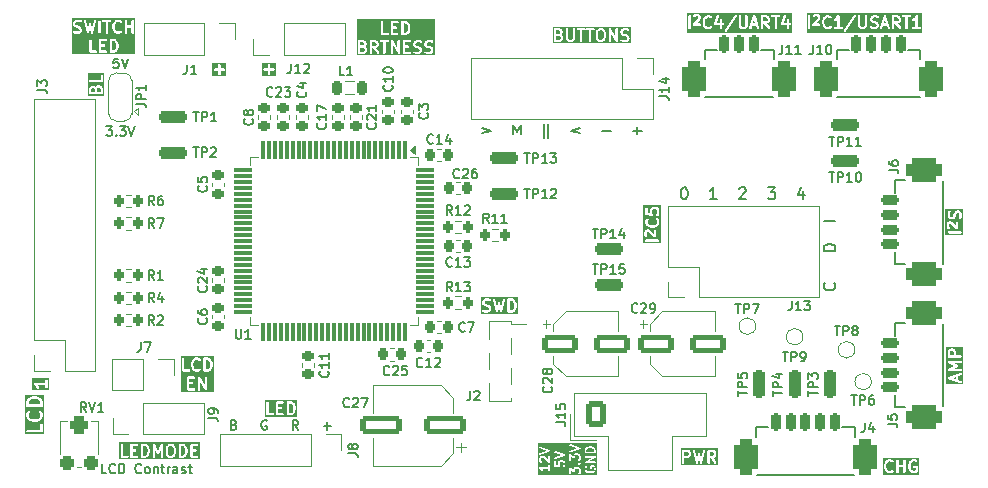
<source format=gbr>
%TF.GenerationSoftware,KiCad,Pcbnew,8.0.5*%
%TF.CreationDate,2025-01-05T11:13:20+01:00*%
%TF.ProjectId,BlockBoxController,426c6f63-6b42-46f7-9843-6f6e74726f6c,rev?*%
%TF.SameCoordinates,Original*%
%TF.FileFunction,Legend,Top*%
%TF.FilePolarity,Positive*%
%FSLAX46Y46*%
G04 Gerber Fmt 4.6, Leading zero omitted, Abs format (unit mm)*
G04 Created by KiCad (PCBNEW 8.0.5) date 2025-01-05 11:13:20*
%MOMM*%
%LPD*%
G01*
G04 APERTURE LIST*
G04 Aperture macros list*
%AMRoundRect*
0 Rectangle with rounded corners*
0 $1 Rounding radius*
0 $2 $3 $4 $5 $6 $7 $8 $9 X,Y pos of 4 corners*
0 Add a 4 corners polygon primitive as box body*
4,1,4,$2,$3,$4,$5,$6,$7,$8,$9,$2,$3,0*
0 Add four circle primitives for the rounded corners*
1,1,$1+$1,$2,$3*
1,1,$1+$1,$4,$5*
1,1,$1+$1,$6,$7*
1,1,$1+$1,$8,$9*
0 Add four rect primitives between the rounded corners*
20,1,$1+$1,$2,$3,$4,$5,0*
20,1,$1+$1,$4,$5,$6,$7,0*
20,1,$1+$1,$6,$7,$8,$9,0*
20,1,$1+$1,$8,$9,$2,$3,0*%
%AMFreePoly0*
4,1,19,0.550000,-0.750000,0.000000,-0.750000,0.000000,-0.744911,-0.071157,-0.744911,-0.207708,-0.704816,-0.327430,-0.627875,-0.420627,-0.520320,-0.479746,-0.390866,-0.500000,-0.250000,-0.500000,0.250000,-0.479746,0.390866,-0.420627,0.520320,-0.327430,0.627875,-0.207708,0.704816,-0.071157,0.744911,0.000000,0.744911,0.000000,0.750000,0.550000,0.750000,0.550000,-0.750000,0.550000,-0.750000,
$1*%
%AMFreePoly1*
4,1,19,0.000000,0.744911,0.071157,0.744911,0.207708,0.704816,0.327430,0.627875,0.420627,0.520320,0.479746,0.390866,0.500000,0.250000,0.500000,-0.250000,0.479746,-0.390866,0.420627,-0.520320,0.327430,-0.627875,0.207708,-0.704816,0.071157,-0.744911,0.000000,-0.744911,0.000000,-0.750000,-0.550000,-0.750000,-0.550000,0.750000,0.000000,0.750000,0.000000,0.744911,0.000000,0.744911,
$1*%
G04 Aperture macros list end*
%ADD10C,0.200000*%
%ADD11C,0.150000*%
%ADD12C,0.120000*%
%ADD13R,1.700000X1.700000*%
%ADD14O,1.700000X1.700000*%
%ADD15C,2.000000*%
%ADD16RoundRect,0.075000X-0.075000X0.725000X-0.075000X-0.725000X0.075000X-0.725000X0.075000X0.725000X0*%
%ADD17RoundRect,0.075000X-0.725000X0.075000X-0.725000X-0.075000X0.725000X-0.075000X0.725000X0.075000X0*%
%ADD18RoundRect,0.237500X-0.987500X-0.237500X0.987500X-0.237500X0.987500X0.237500X-0.987500X0.237500X0*%
%ADD19RoundRect,0.237500X0.987500X0.237500X-0.987500X0.237500X-0.987500X-0.237500X0.987500X-0.237500X0*%
%ADD20C,1.000000*%
%ADD21RoundRect,0.237500X-0.237500X0.987500X-0.237500X-0.987500X0.237500X-0.987500X0.237500X0.987500X0*%
%ADD22RoundRect,0.300000X-0.300000X0.300000X-0.300000X-0.300000X0.300000X-0.300000X0.300000X0.300000X0*%
%ADD23RoundRect,0.375000X-0.425000X0.375000X-0.425000X-0.375000X0.425000X-0.375000X0.425000X0.375000X0*%
%ADD24RoundRect,0.200000X-0.200000X-0.275000X0.200000X-0.275000X0.200000X0.275000X-0.200000X0.275000X0*%
%ADD25RoundRect,0.200000X0.200000X0.275000X-0.200000X0.275000X-0.200000X-0.275000X0.200000X-0.275000X0*%
%ADD26RoundRect,0.218750X-0.218750X-0.381250X0.218750X-0.381250X0.218750X0.381250X-0.218750X0.381250X0*%
%ADD27FreePoly0,90.000000*%
%ADD28R,1.500000X1.000000*%
%ADD29FreePoly1,90.000000*%
%ADD30C,1.300000*%
%ADD31RoundRect,0.250000X0.600000X-0.850000X0.600000X0.850000X-0.600000X0.850000X-0.600000X-0.850000X0*%
%ADD32C,1.800000*%
%ADD33O,1.700000X2.200000*%
%ADD34RoundRect,0.200000X-0.200000X-0.600000X0.200000X-0.600000X0.200000X0.600000X-0.200000X0.600000X0*%
%ADD35RoundRect,0.525000X-0.525000X-0.975000X0.525000X-0.975000X0.525000X0.975000X-0.525000X0.975000X0*%
%ADD36RoundRect,0.525000X0.975000X-0.525000X0.975000X0.525000X-0.975000X0.525000X-0.975000X-0.525000X0*%
%ADD37RoundRect,0.200000X0.600000X-0.200000X0.600000X0.200000X-0.600000X0.200000X-0.600000X-0.200000X0*%
%ADD38R,1.800000X0.650000*%
%ADD39RoundRect,0.250000X-1.250000X-0.550000X1.250000X-0.550000X1.250000X0.550000X-1.250000X0.550000X0*%
%ADD40RoundRect,0.250000X1.500000X0.550000X-1.500000X0.550000X-1.500000X-0.550000X1.500000X-0.550000X0*%
%ADD41RoundRect,0.225000X-0.225000X-0.250000X0.225000X-0.250000X0.225000X0.250000X-0.225000X0.250000X0*%
%ADD42RoundRect,0.225000X-0.250000X0.225000X-0.250000X-0.225000X0.250000X-0.225000X0.250000X0.225000X0*%
%ADD43RoundRect,0.225000X0.250000X-0.225000X0.250000X0.225000X-0.250000X0.225000X-0.250000X-0.225000X0*%
%ADD44RoundRect,0.225000X0.225000X0.250000X-0.225000X0.250000X-0.225000X-0.250000X0.225000X-0.250000X0*%
G04 APERTURE END LIST*
D10*
G36*
X116373935Y-86672662D02*
G01*
X116398604Y-86697330D01*
X116428409Y-86756940D01*
X116428409Y-86966666D01*
X116152219Y-86966666D01*
X116152219Y-86756940D01*
X116182024Y-86697330D01*
X116206692Y-86672661D01*
X116266302Y-86642857D01*
X116314326Y-86642857D01*
X116373935Y-86672662D01*
G37*
G36*
X116897746Y-86625044D02*
G01*
X116922414Y-86649711D01*
X116952219Y-86709321D01*
X116952219Y-86966666D01*
X116628409Y-86966666D01*
X116628409Y-86749560D01*
X116663430Y-86644494D01*
X116682882Y-86625042D01*
X116742492Y-86595238D01*
X116838135Y-86595238D01*
X116897746Y-86625044D01*
G37*
G36*
X117263330Y-87277777D02*
G01*
X115841108Y-87277777D01*
X115841108Y-86733333D01*
X115952219Y-86733333D01*
X115952219Y-87066666D01*
X115954140Y-87086175D01*
X115969072Y-87122223D01*
X115996662Y-87149813D01*
X116032710Y-87164745D01*
X116052219Y-87166666D01*
X117052219Y-87166666D01*
X117071728Y-87164745D01*
X117107776Y-87149813D01*
X117135366Y-87122223D01*
X117150298Y-87086175D01*
X117152219Y-87066666D01*
X117152219Y-86685714D01*
X117150298Y-86666205D01*
X117148922Y-86662884D01*
X117148668Y-86659301D01*
X117141662Y-86640992D01*
X117094043Y-86545755D01*
X117088757Y-86537358D01*
X117087747Y-86534918D01*
X117085493Y-86532172D01*
X117083600Y-86529164D01*
X117081603Y-86527432D01*
X117075310Y-86519764D01*
X117027690Y-86472146D01*
X117020020Y-86465851D01*
X117018291Y-86463857D01*
X117015286Y-86461965D01*
X117012537Y-86459709D01*
X117010093Y-86458697D01*
X117001701Y-86453414D01*
X116906463Y-86405795D01*
X116888155Y-86398789D01*
X116884571Y-86398534D01*
X116881251Y-86397159D01*
X116861742Y-86395238D01*
X116718885Y-86395238D01*
X116699376Y-86397159D01*
X116696055Y-86398534D01*
X116692472Y-86398789D01*
X116674163Y-86405795D01*
X116578926Y-86453414D01*
X116570529Y-86458699D01*
X116568089Y-86459710D01*
X116565343Y-86461963D01*
X116562335Y-86463857D01*
X116560602Y-86465854D01*
X116552936Y-86472147D01*
X116505317Y-86519765D01*
X116504670Y-86520553D01*
X116503882Y-86519765D01*
X116496211Y-86513470D01*
X116494482Y-86511476D01*
X116491474Y-86509582D01*
X116488728Y-86507329D01*
X116486288Y-86506318D01*
X116477892Y-86501033D01*
X116382654Y-86453414D01*
X116364346Y-86446408D01*
X116360762Y-86446153D01*
X116357442Y-86444778D01*
X116337933Y-86442857D01*
X116242695Y-86442857D01*
X116223186Y-86444778D01*
X116219865Y-86446153D01*
X116216282Y-86446408D01*
X116197973Y-86453414D01*
X116102736Y-86501033D01*
X116094339Y-86506318D01*
X116091899Y-86507329D01*
X116089153Y-86509582D01*
X116086145Y-86511476D01*
X116084412Y-86513473D01*
X116076746Y-86519766D01*
X116029127Y-86567384D01*
X116022832Y-86575054D01*
X116020838Y-86576784D01*
X116018944Y-86579791D01*
X116016691Y-86582538D01*
X116015680Y-86584977D01*
X116010395Y-86593374D01*
X115962776Y-86688612D01*
X115955770Y-86706920D01*
X115955515Y-86710503D01*
X115954140Y-86713824D01*
X115952219Y-86733333D01*
X115841108Y-86733333D01*
X115841108Y-86047157D01*
X115954140Y-86047157D01*
X115954140Y-86086175D01*
X115969072Y-86122223D01*
X115996662Y-86149813D01*
X116032710Y-86164745D01*
X116052219Y-86166666D01*
X117052219Y-86166666D01*
X117071728Y-86164745D01*
X117107776Y-86149813D01*
X117135366Y-86122223D01*
X117150298Y-86086175D01*
X117152219Y-86066666D01*
X117152219Y-85590476D01*
X117150298Y-85570967D01*
X117135366Y-85534919D01*
X117107776Y-85507329D01*
X117071728Y-85492397D01*
X117032710Y-85492397D01*
X116996662Y-85507329D01*
X116969072Y-85534919D01*
X116954140Y-85570967D01*
X116952219Y-85590476D01*
X116952219Y-85966666D01*
X116052219Y-85966666D01*
X116032710Y-85968587D01*
X115996662Y-85983519D01*
X115969072Y-86011109D01*
X115954140Y-86047157D01*
X115841108Y-86047157D01*
X115841108Y-85381286D01*
X117263330Y-85381286D01*
X117263330Y-87277777D01*
G37*
D11*
X118447619Y-84162295D02*
X118066667Y-84162295D01*
X118066667Y-84162295D02*
X118028571Y-84543247D01*
X118028571Y-84543247D02*
X118066667Y-84505152D01*
X118066667Y-84505152D02*
X118142857Y-84467057D01*
X118142857Y-84467057D02*
X118333333Y-84467057D01*
X118333333Y-84467057D02*
X118409524Y-84505152D01*
X118409524Y-84505152D02*
X118447619Y-84543247D01*
X118447619Y-84543247D02*
X118485714Y-84619438D01*
X118485714Y-84619438D02*
X118485714Y-84809914D01*
X118485714Y-84809914D02*
X118447619Y-84886104D01*
X118447619Y-84886104D02*
X118409524Y-84924200D01*
X118409524Y-84924200D02*
X118333333Y-84962295D01*
X118333333Y-84962295D02*
X118142857Y-84962295D01*
X118142857Y-84962295D02*
X118066667Y-84924200D01*
X118066667Y-84924200D02*
X118028571Y-84886104D01*
X118714286Y-84162295D02*
X118980953Y-84962295D01*
X118980953Y-84962295D02*
X119247619Y-84162295D01*
X117419047Y-89862295D02*
X117914285Y-89862295D01*
X117914285Y-89862295D02*
X117647619Y-90167057D01*
X117647619Y-90167057D02*
X117761904Y-90167057D01*
X117761904Y-90167057D02*
X117838095Y-90205152D01*
X117838095Y-90205152D02*
X117876190Y-90243247D01*
X117876190Y-90243247D02*
X117914285Y-90319438D01*
X117914285Y-90319438D02*
X117914285Y-90509914D01*
X117914285Y-90509914D02*
X117876190Y-90586104D01*
X117876190Y-90586104D02*
X117838095Y-90624200D01*
X117838095Y-90624200D02*
X117761904Y-90662295D01*
X117761904Y-90662295D02*
X117533333Y-90662295D01*
X117533333Y-90662295D02*
X117457142Y-90624200D01*
X117457142Y-90624200D02*
X117419047Y-90586104D01*
X118257143Y-90586104D02*
X118295238Y-90624200D01*
X118295238Y-90624200D02*
X118257143Y-90662295D01*
X118257143Y-90662295D02*
X118219047Y-90624200D01*
X118219047Y-90624200D02*
X118257143Y-90586104D01*
X118257143Y-90586104D02*
X118257143Y-90662295D01*
X118561904Y-89862295D02*
X119057142Y-89862295D01*
X119057142Y-89862295D02*
X118790476Y-90167057D01*
X118790476Y-90167057D02*
X118904761Y-90167057D01*
X118904761Y-90167057D02*
X118980952Y-90205152D01*
X118980952Y-90205152D02*
X119019047Y-90243247D01*
X119019047Y-90243247D02*
X119057142Y-90319438D01*
X119057142Y-90319438D02*
X119057142Y-90509914D01*
X119057142Y-90509914D02*
X119019047Y-90586104D01*
X119019047Y-90586104D02*
X118980952Y-90624200D01*
X118980952Y-90624200D02*
X118904761Y-90662295D01*
X118904761Y-90662295D02*
X118676190Y-90662295D01*
X118676190Y-90662295D02*
X118599999Y-90624200D01*
X118599999Y-90624200D02*
X118561904Y-90586104D01*
X119285714Y-89862295D02*
X119552381Y-90662295D01*
X119552381Y-90662295D02*
X119819047Y-89862295D01*
X117428570Y-119262295D02*
X117047618Y-119262295D01*
X117047618Y-119262295D02*
X117047618Y-118462295D01*
X118152380Y-119186104D02*
X118114284Y-119224200D01*
X118114284Y-119224200D02*
X117999999Y-119262295D01*
X117999999Y-119262295D02*
X117923808Y-119262295D01*
X117923808Y-119262295D02*
X117809522Y-119224200D01*
X117809522Y-119224200D02*
X117733332Y-119148009D01*
X117733332Y-119148009D02*
X117695237Y-119071819D01*
X117695237Y-119071819D02*
X117657141Y-118919438D01*
X117657141Y-118919438D02*
X117657141Y-118805152D01*
X117657141Y-118805152D02*
X117695237Y-118652771D01*
X117695237Y-118652771D02*
X117733332Y-118576580D01*
X117733332Y-118576580D02*
X117809522Y-118500390D01*
X117809522Y-118500390D02*
X117923808Y-118462295D01*
X117923808Y-118462295D02*
X117999999Y-118462295D01*
X117999999Y-118462295D02*
X118114284Y-118500390D01*
X118114284Y-118500390D02*
X118152380Y-118538485D01*
X118495237Y-119262295D02*
X118495237Y-118462295D01*
X118495237Y-118462295D02*
X118685713Y-118462295D01*
X118685713Y-118462295D02*
X118799999Y-118500390D01*
X118799999Y-118500390D02*
X118876189Y-118576580D01*
X118876189Y-118576580D02*
X118914284Y-118652771D01*
X118914284Y-118652771D02*
X118952380Y-118805152D01*
X118952380Y-118805152D02*
X118952380Y-118919438D01*
X118952380Y-118919438D02*
X118914284Y-119071819D01*
X118914284Y-119071819D02*
X118876189Y-119148009D01*
X118876189Y-119148009D02*
X118799999Y-119224200D01*
X118799999Y-119224200D02*
X118685713Y-119262295D01*
X118685713Y-119262295D02*
X118495237Y-119262295D01*
X120361904Y-119186104D02*
X120323808Y-119224200D01*
X120323808Y-119224200D02*
X120209523Y-119262295D01*
X120209523Y-119262295D02*
X120133332Y-119262295D01*
X120133332Y-119262295D02*
X120019046Y-119224200D01*
X120019046Y-119224200D02*
X119942856Y-119148009D01*
X119942856Y-119148009D02*
X119904761Y-119071819D01*
X119904761Y-119071819D02*
X119866665Y-118919438D01*
X119866665Y-118919438D02*
X119866665Y-118805152D01*
X119866665Y-118805152D02*
X119904761Y-118652771D01*
X119904761Y-118652771D02*
X119942856Y-118576580D01*
X119942856Y-118576580D02*
X120019046Y-118500390D01*
X120019046Y-118500390D02*
X120133332Y-118462295D01*
X120133332Y-118462295D02*
X120209523Y-118462295D01*
X120209523Y-118462295D02*
X120323808Y-118500390D01*
X120323808Y-118500390D02*
X120361904Y-118538485D01*
X120819046Y-119262295D02*
X120742856Y-119224200D01*
X120742856Y-119224200D02*
X120704761Y-119186104D01*
X120704761Y-119186104D02*
X120666665Y-119109914D01*
X120666665Y-119109914D02*
X120666665Y-118881342D01*
X120666665Y-118881342D02*
X120704761Y-118805152D01*
X120704761Y-118805152D02*
X120742856Y-118767057D01*
X120742856Y-118767057D02*
X120819046Y-118728961D01*
X120819046Y-118728961D02*
X120933332Y-118728961D01*
X120933332Y-118728961D02*
X121009523Y-118767057D01*
X121009523Y-118767057D02*
X121047618Y-118805152D01*
X121047618Y-118805152D02*
X121085713Y-118881342D01*
X121085713Y-118881342D02*
X121085713Y-119109914D01*
X121085713Y-119109914D02*
X121047618Y-119186104D01*
X121047618Y-119186104D02*
X121009523Y-119224200D01*
X121009523Y-119224200D02*
X120933332Y-119262295D01*
X120933332Y-119262295D02*
X120819046Y-119262295D01*
X121428571Y-118728961D02*
X121428571Y-119262295D01*
X121428571Y-118805152D02*
X121466666Y-118767057D01*
X121466666Y-118767057D02*
X121542856Y-118728961D01*
X121542856Y-118728961D02*
X121657142Y-118728961D01*
X121657142Y-118728961D02*
X121733333Y-118767057D01*
X121733333Y-118767057D02*
X121771428Y-118843247D01*
X121771428Y-118843247D02*
X121771428Y-119262295D01*
X122038095Y-118728961D02*
X122342857Y-118728961D01*
X122152381Y-118462295D02*
X122152381Y-119148009D01*
X122152381Y-119148009D02*
X122190476Y-119224200D01*
X122190476Y-119224200D02*
X122266666Y-119262295D01*
X122266666Y-119262295D02*
X122342857Y-119262295D01*
X122609524Y-119262295D02*
X122609524Y-118728961D01*
X122609524Y-118881342D02*
X122647619Y-118805152D01*
X122647619Y-118805152D02*
X122685714Y-118767057D01*
X122685714Y-118767057D02*
X122761905Y-118728961D01*
X122761905Y-118728961D02*
X122838095Y-118728961D01*
X123447619Y-119262295D02*
X123447619Y-118843247D01*
X123447619Y-118843247D02*
X123409524Y-118767057D01*
X123409524Y-118767057D02*
X123333333Y-118728961D01*
X123333333Y-118728961D02*
X123180952Y-118728961D01*
X123180952Y-118728961D02*
X123104762Y-118767057D01*
X123447619Y-119224200D02*
X123371428Y-119262295D01*
X123371428Y-119262295D02*
X123180952Y-119262295D01*
X123180952Y-119262295D02*
X123104762Y-119224200D01*
X123104762Y-119224200D02*
X123066666Y-119148009D01*
X123066666Y-119148009D02*
X123066666Y-119071819D01*
X123066666Y-119071819D02*
X123104762Y-118995628D01*
X123104762Y-118995628D02*
X123180952Y-118957533D01*
X123180952Y-118957533D02*
X123371428Y-118957533D01*
X123371428Y-118957533D02*
X123447619Y-118919438D01*
X123790476Y-119224200D02*
X123866667Y-119262295D01*
X123866667Y-119262295D02*
X124019048Y-119262295D01*
X124019048Y-119262295D02*
X124095238Y-119224200D01*
X124095238Y-119224200D02*
X124133334Y-119148009D01*
X124133334Y-119148009D02*
X124133334Y-119109914D01*
X124133334Y-119109914D02*
X124095238Y-119033723D01*
X124095238Y-119033723D02*
X124019048Y-118995628D01*
X124019048Y-118995628D02*
X123904762Y-118995628D01*
X123904762Y-118995628D02*
X123828572Y-118957533D01*
X123828572Y-118957533D02*
X123790476Y-118881342D01*
X123790476Y-118881342D02*
X123790476Y-118843247D01*
X123790476Y-118843247D02*
X123828572Y-118767057D01*
X123828572Y-118767057D02*
X123904762Y-118728961D01*
X123904762Y-118728961D02*
X124019048Y-118728961D01*
X124019048Y-118728961D02*
X124095238Y-118767057D01*
X124361905Y-118728961D02*
X124666667Y-118728961D01*
X124476191Y-118462295D02*
X124476191Y-119148009D01*
X124476191Y-119148009D02*
X124514286Y-119224200D01*
X124514286Y-119224200D02*
X124590476Y-119262295D01*
X124590476Y-119262295D02*
X124666667Y-119262295D01*
X166299999Y-95054819D02*
X166395237Y-95054819D01*
X166395237Y-95054819D02*
X166490475Y-95102438D01*
X166490475Y-95102438D02*
X166538094Y-95150057D01*
X166538094Y-95150057D02*
X166585713Y-95245295D01*
X166585713Y-95245295D02*
X166633332Y-95435771D01*
X166633332Y-95435771D02*
X166633332Y-95673866D01*
X166633332Y-95673866D02*
X166585713Y-95864342D01*
X166585713Y-95864342D02*
X166538094Y-95959580D01*
X166538094Y-95959580D02*
X166490475Y-96007200D01*
X166490475Y-96007200D02*
X166395237Y-96054819D01*
X166395237Y-96054819D02*
X166299999Y-96054819D01*
X166299999Y-96054819D02*
X166204761Y-96007200D01*
X166204761Y-96007200D02*
X166157142Y-95959580D01*
X166157142Y-95959580D02*
X166109523Y-95864342D01*
X166109523Y-95864342D02*
X166061904Y-95673866D01*
X166061904Y-95673866D02*
X166061904Y-95435771D01*
X166061904Y-95435771D02*
X166109523Y-95245295D01*
X166109523Y-95245295D02*
X166157142Y-95150057D01*
X166157142Y-95150057D02*
X166204761Y-95102438D01*
X166204761Y-95102438D02*
X166299999Y-95054819D01*
X169109523Y-96054819D02*
X168538095Y-96054819D01*
X168823809Y-96054819D02*
X168823809Y-95054819D01*
X168823809Y-95054819D02*
X168728571Y-95197676D01*
X168728571Y-95197676D02*
X168633333Y-95292914D01*
X168633333Y-95292914D02*
X168538095Y-95340533D01*
X171014286Y-95150057D02*
X171061905Y-95102438D01*
X171061905Y-95102438D02*
X171157143Y-95054819D01*
X171157143Y-95054819D02*
X171395238Y-95054819D01*
X171395238Y-95054819D02*
X171490476Y-95102438D01*
X171490476Y-95102438D02*
X171538095Y-95150057D01*
X171538095Y-95150057D02*
X171585714Y-95245295D01*
X171585714Y-95245295D02*
X171585714Y-95340533D01*
X171585714Y-95340533D02*
X171538095Y-95483390D01*
X171538095Y-95483390D02*
X170966667Y-96054819D01*
X170966667Y-96054819D02*
X171585714Y-96054819D01*
X173442858Y-95054819D02*
X174061905Y-95054819D01*
X174061905Y-95054819D02*
X173728572Y-95435771D01*
X173728572Y-95435771D02*
X173871429Y-95435771D01*
X173871429Y-95435771D02*
X173966667Y-95483390D01*
X173966667Y-95483390D02*
X174014286Y-95531009D01*
X174014286Y-95531009D02*
X174061905Y-95626247D01*
X174061905Y-95626247D02*
X174061905Y-95864342D01*
X174061905Y-95864342D02*
X174014286Y-95959580D01*
X174014286Y-95959580D02*
X173966667Y-96007200D01*
X173966667Y-96007200D02*
X173871429Y-96054819D01*
X173871429Y-96054819D02*
X173585715Y-96054819D01*
X173585715Y-96054819D02*
X173490477Y-96007200D01*
X173490477Y-96007200D02*
X173442858Y-95959580D01*
X176442858Y-95388152D02*
X176442858Y-96054819D01*
X176204763Y-95007200D02*
X175966668Y-95721485D01*
X175966668Y-95721485D02*
X176585715Y-95721485D01*
X179059580Y-103133333D02*
X179107200Y-103180952D01*
X179107200Y-103180952D02*
X179154819Y-103323809D01*
X179154819Y-103323809D02*
X179154819Y-103419047D01*
X179154819Y-103419047D02*
X179107200Y-103561904D01*
X179107200Y-103561904D02*
X179011961Y-103657142D01*
X179011961Y-103657142D02*
X178916723Y-103704761D01*
X178916723Y-103704761D02*
X178726247Y-103752380D01*
X178726247Y-103752380D02*
X178583390Y-103752380D01*
X178583390Y-103752380D02*
X178392914Y-103704761D01*
X178392914Y-103704761D02*
X178297676Y-103657142D01*
X178297676Y-103657142D02*
X178202438Y-103561904D01*
X178202438Y-103561904D02*
X178154819Y-103419047D01*
X178154819Y-103419047D02*
X178154819Y-103323809D01*
X178154819Y-103323809D02*
X178202438Y-103180952D01*
X178202438Y-103180952D02*
X178250057Y-103133333D01*
X179154819Y-100419046D02*
X178154819Y-100419046D01*
X178154819Y-100419046D02*
X178154819Y-100180951D01*
X178154819Y-100180951D02*
X178202438Y-100038094D01*
X178202438Y-100038094D02*
X178297676Y-99942856D01*
X178297676Y-99942856D02*
X178392914Y-99895237D01*
X178392914Y-99895237D02*
X178583390Y-99847618D01*
X178583390Y-99847618D02*
X178726247Y-99847618D01*
X178726247Y-99847618D02*
X178916723Y-99895237D01*
X178916723Y-99895237D02*
X179011961Y-99942856D01*
X179011961Y-99942856D02*
X179107200Y-100038094D01*
X179107200Y-100038094D02*
X179154819Y-100180951D01*
X179154819Y-100180951D02*
X179154819Y-100419046D01*
X179154819Y-97895236D02*
X178154819Y-97895236D01*
D10*
G36*
X164363330Y-99768253D02*
G01*
X162851584Y-99768253D01*
X162851584Y-99537633D01*
X163054140Y-99537633D01*
X163054140Y-99576651D01*
X163069072Y-99612699D01*
X163096662Y-99640289D01*
X163132710Y-99655221D01*
X163152219Y-99657142D01*
X164152219Y-99657142D01*
X164171728Y-99655221D01*
X164207776Y-99640289D01*
X164235366Y-99612699D01*
X164250298Y-99576651D01*
X164250298Y-99537633D01*
X164235366Y-99501585D01*
X164207776Y-99473995D01*
X164171728Y-99459063D01*
X164152219Y-99457142D01*
X163152219Y-99457142D01*
X163132710Y-99459063D01*
X163096662Y-99473995D01*
X163069072Y-99501585D01*
X163054140Y-99537633D01*
X162851584Y-99537633D01*
X162851584Y-98861905D01*
X162962695Y-98861905D01*
X162962695Y-99052381D01*
X162964616Y-99071890D01*
X162965991Y-99075210D01*
X162966246Y-99078794D01*
X162973252Y-99097102D01*
X163011347Y-99173292D01*
X163016631Y-99181688D01*
X163017642Y-99184127D01*
X163019895Y-99186872D01*
X163021790Y-99189883D01*
X163023786Y-99191614D01*
X163030078Y-99199281D01*
X163068173Y-99237377D01*
X163083326Y-99249813D01*
X163119375Y-99264745D01*
X163158393Y-99264746D01*
X163194441Y-99249815D01*
X163222031Y-99222225D01*
X163236963Y-99186177D01*
X163236964Y-99147159D01*
X163222033Y-99111111D01*
X163209596Y-99095957D01*
X163182975Y-99069335D01*
X163162695Y-99028774D01*
X163162695Y-98885511D01*
X163182975Y-98844950D01*
X163198120Y-98829804D01*
X163238683Y-98809524D01*
X163275039Y-98809524D01*
X163351532Y-98835021D01*
X163791984Y-99275473D01*
X163807138Y-99287909D01*
X163843186Y-99302841D01*
X163882204Y-99302841D01*
X163918252Y-99287909D01*
X163945842Y-99260319D01*
X163960774Y-99224271D01*
X163962695Y-99204762D01*
X163962695Y-98709524D01*
X163960774Y-98690015D01*
X163945842Y-98653967D01*
X163918252Y-98626377D01*
X163882204Y-98611445D01*
X163843186Y-98611445D01*
X163807138Y-98626377D01*
X163779548Y-98653967D01*
X163764616Y-98690015D01*
X163762695Y-98709524D01*
X163762695Y-98963340D01*
X163476263Y-98676908D01*
X163461109Y-98664472D01*
X163457790Y-98663097D01*
X163455075Y-98660742D01*
X163437175Y-98652751D01*
X163322889Y-98614656D01*
X163313217Y-98612456D01*
X163310775Y-98611445D01*
X163307236Y-98611096D01*
X163303773Y-98610309D01*
X163301139Y-98610496D01*
X163291266Y-98609524D01*
X163215076Y-98609524D01*
X163195567Y-98611445D01*
X163192246Y-98612820D01*
X163188664Y-98613075D01*
X163170355Y-98620081D01*
X163094164Y-98658176D01*
X163085768Y-98663460D01*
X163083327Y-98664472D01*
X163080579Y-98666727D01*
X163077574Y-98668619D01*
X163075843Y-98670614D01*
X163068174Y-98676909D01*
X163030079Y-98715003D01*
X163023784Y-98722672D01*
X163021790Y-98724403D01*
X163019896Y-98727410D01*
X163017643Y-98730157D01*
X163016632Y-98732596D01*
X163011347Y-98740993D01*
X162973252Y-98817184D01*
X162966246Y-98835493D01*
X162965991Y-98839075D01*
X162964616Y-98842396D01*
X162962695Y-98861905D01*
X162851584Y-98861905D01*
X162851584Y-97938095D01*
X163052219Y-97938095D01*
X163052219Y-98033333D01*
X163053191Y-98043206D01*
X163053004Y-98045840D01*
X163053791Y-98049303D01*
X163054140Y-98052842D01*
X163055151Y-98055284D01*
X163057351Y-98064956D01*
X163104970Y-98207812D01*
X163112961Y-98225713D01*
X163115316Y-98228428D01*
X163116691Y-98231747D01*
X163129127Y-98246901D01*
X163224365Y-98342139D01*
X163232031Y-98348430D01*
X163233764Y-98350428D01*
X163236775Y-98352323D01*
X163239519Y-98354575D01*
X163241956Y-98355584D01*
X163250355Y-98360871D01*
X163345592Y-98408490D01*
X163347020Y-98409036D01*
X163347600Y-98409466D01*
X163355776Y-98412387D01*
X163363901Y-98415496D01*
X163364621Y-98415547D01*
X163366060Y-98416061D01*
X163556536Y-98463680D01*
X163559917Y-98464180D01*
X163561281Y-98464745D01*
X163568631Y-98465468D01*
X163575929Y-98466548D01*
X163577387Y-98466330D01*
X163580790Y-98466666D01*
X163723647Y-98466666D01*
X163727049Y-98466330D01*
X163728508Y-98466548D01*
X163735805Y-98465468D01*
X163743156Y-98464745D01*
X163744519Y-98464180D01*
X163747901Y-98463680D01*
X163938376Y-98416061D01*
X163939813Y-98415547D01*
X163940536Y-98415496D01*
X163948660Y-98412387D01*
X163956837Y-98409466D01*
X163957417Y-98409035D01*
X163958844Y-98408490D01*
X164054082Y-98360871D01*
X164062474Y-98355588D01*
X164064918Y-98354576D01*
X164067667Y-98352319D01*
X164070672Y-98350428D01*
X164072401Y-98348433D01*
X164080071Y-98342139D01*
X164175311Y-98246901D01*
X164187747Y-98231748D01*
X164189122Y-98228428D01*
X164191477Y-98225713D01*
X164199468Y-98207813D01*
X164247087Y-98064956D01*
X164249286Y-98055283D01*
X164250298Y-98052842D01*
X164250646Y-98049304D01*
X164251434Y-98045841D01*
X164251246Y-98043206D01*
X164252219Y-98033333D01*
X164252219Y-97938095D01*
X164251246Y-97928221D01*
X164251434Y-97925587D01*
X164250646Y-97922123D01*
X164250298Y-97918586D01*
X164249286Y-97916144D01*
X164247087Y-97906472D01*
X164199468Y-97763615D01*
X164191477Y-97745715D01*
X164189122Y-97742999D01*
X164187747Y-97739680D01*
X164175310Y-97724526D01*
X164127690Y-97676908D01*
X164112537Y-97664471D01*
X164076488Y-97649540D01*
X164037470Y-97649541D01*
X164001422Y-97664472D01*
X163973832Y-97692062D01*
X163958901Y-97728111D01*
X163958902Y-97767129D01*
X163973833Y-97803177D01*
X163986270Y-97818330D01*
X164017197Y-97849256D01*
X164052219Y-97954321D01*
X164052219Y-98017106D01*
X164017197Y-98122171D01*
X163950127Y-98189241D01*
X163879218Y-98224695D01*
X163711337Y-98266666D01*
X163593099Y-98266666D01*
X163425218Y-98224695D01*
X163354313Y-98189243D01*
X163287240Y-98122170D01*
X163252219Y-98017106D01*
X163252219Y-97954322D01*
X163287240Y-97849256D01*
X163318167Y-97818330D01*
X163330604Y-97803177D01*
X163345535Y-97767128D01*
X163345535Y-97728110D01*
X163330604Y-97692062D01*
X163303014Y-97664472D01*
X163266966Y-97649541D01*
X163227948Y-97649541D01*
X163191899Y-97664472D01*
X163176746Y-97676909D01*
X163129127Y-97724527D01*
X163116691Y-97739681D01*
X163115316Y-97742999D01*
X163112961Y-97745715D01*
X163104970Y-97763616D01*
X163057351Y-97906472D01*
X163055151Y-97916143D01*
X163054140Y-97918586D01*
X163053791Y-97922124D01*
X163053004Y-97925588D01*
X163053191Y-97928221D01*
X163052219Y-97938095D01*
X162851584Y-97938095D01*
X162851584Y-96842857D01*
X163052219Y-96842857D01*
X163052219Y-97319047D01*
X163052929Y-97326263D01*
X163052686Y-97328700D01*
X163053403Y-97331078D01*
X163054140Y-97338556D01*
X163059736Y-97352065D01*
X163063957Y-97366055D01*
X163067144Y-97369951D01*
X163069072Y-97374604D01*
X163079408Y-97384940D01*
X163088664Y-97396253D01*
X163093101Y-97398633D01*
X163096662Y-97402194D01*
X163110167Y-97407788D01*
X163123048Y-97414698D01*
X163130412Y-97416174D01*
X163132710Y-97417126D01*
X163135160Y-97417126D01*
X163142269Y-97418551D01*
X163618459Y-97466170D01*
X163638062Y-97466199D01*
X163642884Y-97464744D01*
X163647918Y-97464744D01*
X163661422Y-97459150D01*
X163675417Y-97454928D01*
X163679313Y-97451740D01*
X163683966Y-97449813D01*
X163694302Y-97439476D01*
X163705615Y-97430221D01*
X163707995Y-97425783D01*
X163711556Y-97422223D01*
X163717148Y-97408720D01*
X163724060Y-97395837D01*
X163724561Y-97390824D01*
X163726487Y-97386175D01*
X163726487Y-97371564D01*
X163727942Y-97357013D01*
X163726487Y-97352190D01*
X163726487Y-97347157D01*
X163720893Y-97333651D01*
X163716671Y-97319658D01*
X163713483Y-97315762D01*
X163711556Y-97311108D01*
X163699119Y-97295955D01*
X163662976Y-97259811D01*
X163633171Y-97200201D01*
X163633171Y-97009321D01*
X163662976Y-96949711D01*
X163687644Y-96925042D01*
X163747254Y-96895238D01*
X163938135Y-96895238D01*
X163997746Y-96925044D01*
X164022414Y-96949711D01*
X164052219Y-97009321D01*
X164052219Y-97200202D01*
X164022414Y-97259811D01*
X163986270Y-97295955D01*
X163973833Y-97311108D01*
X163958902Y-97347156D01*
X163958901Y-97386174D01*
X163973832Y-97422223D01*
X164001422Y-97449813D01*
X164037470Y-97464744D01*
X164076488Y-97464745D01*
X164112537Y-97449814D01*
X164127690Y-97437377D01*
X164175310Y-97389759D01*
X164181603Y-97382090D01*
X164183600Y-97380359D01*
X164185493Y-97377350D01*
X164187747Y-97374605D01*
X164188757Y-97372164D01*
X164194043Y-97363768D01*
X164241662Y-97268531D01*
X164248668Y-97250222D01*
X164248922Y-97246638D01*
X164250298Y-97243318D01*
X164252219Y-97223809D01*
X164252219Y-96985714D01*
X164250298Y-96966205D01*
X164248922Y-96962884D01*
X164248668Y-96959301D01*
X164241662Y-96940992D01*
X164194043Y-96845755D01*
X164188757Y-96837358D01*
X164187747Y-96834918D01*
X164185493Y-96832172D01*
X164183600Y-96829164D01*
X164181603Y-96827432D01*
X164175310Y-96819764D01*
X164127690Y-96772146D01*
X164120020Y-96765851D01*
X164118291Y-96763857D01*
X164115286Y-96761965D01*
X164112537Y-96759709D01*
X164110093Y-96758697D01*
X164101701Y-96753414D01*
X164006463Y-96705795D01*
X163988155Y-96698789D01*
X163984571Y-96698534D01*
X163981251Y-96697159D01*
X163961742Y-96695238D01*
X163723647Y-96695238D01*
X163704138Y-96697159D01*
X163700817Y-96698534D01*
X163697234Y-96698789D01*
X163678925Y-96705795D01*
X163583688Y-96753414D01*
X163575291Y-96758699D01*
X163572851Y-96759710D01*
X163570105Y-96761963D01*
X163567097Y-96763857D01*
X163565364Y-96765854D01*
X163557698Y-96772147D01*
X163510079Y-96819765D01*
X163503784Y-96827435D01*
X163501790Y-96829165D01*
X163499896Y-96832172D01*
X163497643Y-96834919D01*
X163496632Y-96837358D01*
X163491347Y-96845755D01*
X163443728Y-96940993D01*
X163436722Y-96959301D01*
X163436467Y-96962884D01*
X163435092Y-96966205D01*
X163433171Y-96985714D01*
X163433171Y-97223809D01*
X163435092Y-97243318D01*
X163436467Y-97246638D01*
X163436491Y-97246975D01*
X163252219Y-97228548D01*
X163252219Y-96842857D01*
X163250298Y-96823348D01*
X163235366Y-96787300D01*
X163207776Y-96759710D01*
X163171728Y-96744778D01*
X163132710Y-96744778D01*
X163096662Y-96759710D01*
X163069072Y-96787300D01*
X163054140Y-96823348D01*
X163052219Y-96842857D01*
X162851584Y-96842857D01*
X162851584Y-96584127D01*
X164363330Y-96584127D01*
X164363330Y-99768253D01*
G37*
G36*
X151812646Y-104687240D02*
G01*
X151879719Y-104754313D01*
X151915171Y-104825218D01*
X151957142Y-104993099D01*
X151957142Y-105111337D01*
X151915171Y-105279218D01*
X151879718Y-105350124D01*
X151812647Y-105417197D01*
X151707582Y-105452219D01*
X151585714Y-105452219D01*
X151585714Y-104652219D01*
X151707582Y-104652219D01*
X151812646Y-104687240D01*
G37*
G36*
X152268253Y-105763330D02*
G01*
X149131746Y-105763330D01*
X149131746Y-104742695D01*
X149242857Y-104742695D01*
X149242857Y-104837933D01*
X149244778Y-104857442D01*
X149246153Y-104860762D01*
X149246408Y-104864346D01*
X149253414Y-104882654D01*
X149301033Y-104977892D01*
X149306318Y-104986288D01*
X149307329Y-104988728D01*
X149309582Y-104991474D01*
X149311476Y-104994482D01*
X149313470Y-104996211D01*
X149319765Y-105003882D01*
X149367384Y-105051500D01*
X149375050Y-105057792D01*
X149376783Y-105059790D01*
X149379791Y-105061683D01*
X149382537Y-105063937D01*
X149384977Y-105064947D01*
X149393374Y-105070233D01*
X149488611Y-105117852D01*
X149490039Y-105118398D01*
X149490619Y-105118828D01*
X149498795Y-105121749D01*
X149506920Y-105124858D01*
X149507640Y-105124909D01*
X149509079Y-105125423D01*
X149688904Y-105170379D01*
X149759811Y-105205833D01*
X149784480Y-105230501D01*
X149814285Y-105290111D01*
X149814285Y-105338135D01*
X149784480Y-105397743D01*
X149759811Y-105422413D01*
X149700202Y-105452219D01*
X149501940Y-105452219D01*
X149374480Y-105409732D01*
X149355364Y-105405385D01*
X149316444Y-105408151D01*
X149281545Y-105425601D01*
X149255980Y-105455077D01*
X149243642Y-105492093D01*
X149246408Y-105531013D01*
X149263858Y-105565912D01*
X149293334Y-105591477D01*
X149311234Y-105599468D01*
X149454091Y-105647087D01*
X149463763Y-105649286D01*
X149466205Y-105650298D01*
X149469742Y-105650646D01*
X149473206Y-105651434D01*
X149475840Y-105651246D01*
X149485714Y-105652219D01*
X149723809Y-105652219D01*
X149743318Y-105650298D01*
X149746638Y-105648922D01*
X149750222Y-105648668D01*
X149768530Y-105641662D01*
X149863768Y-105594043D01*
X149872163Y-105588758D01*
X149874605Y-105587747D01*
X149877352Y-105585491D01*
X149880358Y-105583600D01*
X149882088Y-105581605D01*
X149889758Y-105575310D01*
X149937377Y-105527690D01*
X149943669Y-105520023D01*
X149945666Y-105518292D01*
X149947559Y-105515284D01*
X149949814Y-105512537D01*
X149950825Y-105510095D01*
X149956109Y-105501701D01*
X150003728Y-105406464D01*
X150010734Y-105388155D01*
X150010988Y-105384571D01*
X150012364Y-105381251D01*
X150014285Y-105361742D01*
X150014285Y-105266504D01*
X150012364Y-105246995D01*
X150010988Y-105243674D01*
X150010734Y-105240091D01*
X150003728Y-105221782D01*
X149956109Y-105126545D01*
X149950823Y-105118148D01*
X149949813Y-105115708D01*
X149947559Y-105112962D01*
X149945666Y-105109954D01*
X149943668Y-105108221D01*
X149937376Y-105100555D01*
X149889758Y-105052936D01*
X149882087Y-105046641D01*
X149880358Y-105044647D01*
X149877350Y-105042753D01*
X149874604Y-105040500D01*
X149872164Y-105039489D01*
X149863768Y-105034204D01*
X149768530Y-104986585D01*
X149767103Y-104986039D01*
X149766523Y-104985609D01*
X149758346Y-104982687D01*
X149750222Y-104979579D01*
X149749499Y-104979527D01*
X149748062Y-104979014D01*
X149568237Y-104934057D01*
X149497330Y-104898604D01*
X149472662Y-104873935D01*
X149442857Y-104814325D01*
X149442857Y-104766302D01*
X149472662Y-104706692D01*
X149497330Y-104682023D01*
X149556940Y-104652219D01*
X149755201Y-104652219D01*
X149882662Y-104694706D01*
X149901777Y-104699053D01*
X149940697Y-104696287D01*
X149975596Y-104678837D01*
X150001161Y-104649361D01*
X150013500Y-104612345D01*
X150010733Y-104573425D01*
X150002000Y-104555958D01*
X150147688Y-104555958D01*
X150150338Y-104575381D01*
X150388433Y-105575381D01*
X150390741Y-105582078D01*
X150391060Y-105584476D01*
X150392314Y-105586643D01*
X150394821Y-105593915D01*
X150403336Y-105605681D01*
X150410609Y-105618244D01*
X150414686Y-105621364D01*
X150417696Y-105625524D01*
X150430058Y-105633131D01*
X150441592Y-105641960D01*
X150446555Y-105643283D01*
X150450926Y-105645973D01*
X150465260Y-105648271D01*
X150479293Y-105652013D01*
X150484381Y-105651336D01*
X150489453Y-105652150D01*
X150503587Y-105648784D01*
X150517971Y-105646873D01*
X150522411Y-105644302D01*
X150527410Y-105643112D01*
X150539176Y-105634596D01*
X150551739Y-105627324D01*
X150554859Y-105623246D01*
X150559019Y-105620237D01*
X150566626Y-105607874D01*
X150575455Y-105596341D01*
X150578154Y-105589140D01*
X150579468Y-105587007D01*
X150579851Y-105584616D01*
X150582338Y-105577985D01*
X150676190Y-105226038D01*
X150770043Y-105577986D01*
X150772528Y-105584615D01*
X150772912Y-105587007D01*
X150774225Y-105589141D01*
X150776925Y-105596341D01*
X150785753Y-105607874D01*
X150793361Y-105620237D01*
X150797520Y-105623246D01*
X150800641Y-105627324D01*
X150813205Y-105634598D01*
X150824970Y-105643112D01*
X150829965Y-105644301D01*
X150834409Y-105646874D01*
X150848798Y-105648785D01*
X150862927Y-105652150D01*
X150867998Y-105651336D01*
X150873087Y-105652013D01*
X150887119Y-105648271D01*
X150901454Y-105645973D01*
X150905824Y-105643283D01*
X150910788Y-105641960D01*
X150922321Y-105633131D01*
X150934684Y-105625524D01*
X150937693Y-105621364D01*
X150941771Y-105618244D01*
X150949046Y-105605677D01*
X150957559Y-105593915D01*
X150960063Y-105586649D01*
X150961321Y-105584477D01*
X150961640Y-105582073D01*
X150963947Y-105575381D01*
X151202043Y-104575381D01*
X151204693Y-104555958D01*
X151204094Y-104552219D01*
X151385714Y-104552219D01*
X151385714Y-105552219D01*
X151387635Y-105571728D01*
X151402567Y-105607776D01*
X151430157Y-105635366D01*
X151466205Y-105650298D01*
X151485714Y-105652219D01*
X151723809Y-105652219D01*
X151733682Y-105651246D01*
X151736316Y-105651434D01*
X151739779Y-105650646D01*
X151743318Y-105650298D01*
X151745760Y-105649286D01*
X151755432Y-105647087D01*
X151898288Y-105599468D01*
X151916189Y-105591477D01*
X151918904Y-105589122D01*
X151922224Y-105587747D01*
X151937377Y-105575310D01*
X152032615Y-105480071D01*
X152038907Y-105472404D01*
X152040904Y-105470673D01*
X152042797Y-105467665D01*
X152045052Y-105464918D01*
X152046063Y-105462476D01*
X152051347Y-105454082D01*
X152098966Y-105358845D01*
X152099512Y-105357416D01*
X152099942Y-105356837D01*
X152102863Y-105348660D01*
X152105972Y-105340536D01*
X152106023Y-105339815D01*
X152106537Y-105338377D01*
X152154156Y-105147901D01*
X152154656Y-105144519D01*
X152155221Y-105143156D01*
X152155944Y-105135805D01*
X152157024Y-105128508D01*
X152156806Y-105127049D01*
X152157142Y-105123647D01*
X152157142Y-104980790D01*
X152156806Y-104977387D01*
X152157024Y-104975929D01*
X152155944Y-104968631D01*
X152155221Y-104961281D01*
X152154656Y-104959917D01*
X152154156Y-104956536D01*
X152106537Y-104766060D01*
X152106023Y-104764621D01*
X152105972Y-104763901D01*
X152102863Y-104755776D01*
X152099942Y-104747600D01*
X152099512Y-104747020D01*
X152098966Y-104745592D01*
X152051347Y-104650355D01*
X152046060Y-104641956D01*
X152045051Y-104639519D01*
X152042799Y-104636775D01*
X152040904Y-104633764D01*
X152038906Y-104632031D01*
X152032615Y-104624365D01*
X151937377Y-104529127D01*
X151922223Y-104516691D01*
X151918904Y-104515316D01*
X151916189Y-104512961D01*
X151898288Y-104504970D01*
X151755432Y-104457351D01*
X151745760Y-104455151D01*
X151743318Y-104454140D01*
X151739779Y-104453791D01*
X151736316Y-104453004D01*
X151733682Y-104453191D01*
X151723809Y-104452219D01*
X151485714Y-104452219D01*
X151466205Y-104454140D01*
X151430157Y-104469072D01*
X151402567Y-104496662D01*
X151387635Y-104532710D01*
X151385714Y-104552219D01*
X151204094Y-104552219D01*
X151198516Y-104517432D01*
X151178067Y-104484201D01*
X151146458Y-104461326D01*
X151108501Y-104452289D01*
X151069974Y-104458465D01*
X151036744Y-104478914D01*
X151013869Y-104510523D01*
X151007481Y-104529057D01*
X150861177Y-105143530D01*
X150772814Y-104812167D01*
X150771100Y-104807596D01*
X150770845Y-104805675D01*
X150769524Y-104803393D01*
X150765931Y-104793811D01*
X150757906Y-104783328D01*
X150751295Y-104771908D01*
X150746151Y-104767971D01*
X150742215Y-104762828D01*
X150730797Y-104756218D01*
X150720312Y-104748192D01*
X150714048Y-104746521D01*
X150708447Y-104743279D01*
X150695369Y-104741541D01*
X150682611Y-104738139D01*
X150676189Y-104738992D01*
X150669769Y-104738139D01*
X150657015Y-104741539D01*
X150643933Y-104743278D01*
X150638328Y-104746522D01*
X150632068Y-104748192D01*
X150621584Y-104756216D01*
X150610165Y-104762828D01*
X150606228Y-104767971D01*
X150601085Y-104771908D01*
X150594475Y-104783325D01*
X150586449Y-104793811D01*
X150582853Y-104803399D01*
X150581536Y-104805676D01*
X150581281Y-104807594D01*
X150579567Y-104812166D01*
X150491202Y-105143530D01*
X150344900Y-104529057D01*
X150338512Y-104510523D01*
X150315637Y-104478914D01*
X150282407Y-104458465D01*
X150243880Y-104452288D01*
X150205923Y-104461326D01*
X150174314Y-104484201D01*
X150153865Y-104517431D01*
X150147688Y-104555958D01*
X150002000Y-104555958D01*
X149993284Y-104538526D01*
X149963808Y-104512961D01*
X149945907Y-104504970D01*
X149803051Y-104457351D01*
X149793379Y-104455151D01*
X149790937Y-104454140D01*
X149787398Y-104453791D01*
X149783935Y-104453004D01*
X149781301Y-104453191D01*
X149771428Y-104452219D01*
X149533333Y-104452219D01*
X149513824Y-104454140D01*
X149510503Y-104455515D01*
X149506920Y-104455770D01*
X149488611Y-104462776D01*
X149393374Y-104510395D01*
X149384977Y-104515680D01*
X149382537Y-104516691D01*
X149379791Y-104518944D01*
X149376783Y-104520838D01*
X149375050Y-104522835D01*
X149367384Y-104529128D01*
X149319765Y-104576746D01*
X149313470Y-104584416D01*
X149311476Y-104586146D01*
X149309582Y-104589153D01*
X149307329Y-104591900D01*
X149306318Y-104594339D01*
X149301033Y-104602736D01*
X149253414Y-104697974D01*
X149246408Y-104716282D01*
X149246153Y-104719865D01*
X149244778Y-104723186D01*
X149242857Y-104742695D01*
X149131746Y-104742695D01*
X149131746Y-104341108D01*
X152268253Y-104341108D01*
X152268253Y-105763330D01*
G37*
D11*
G36*
X158577575Y-117142192D02*
G01*
X158635515Y-117171162D01*
X158690581Y-117226227D01*
X158719228Y-117312168D01*
X158719228Y-117415475D01*
X158069228Y-117415475D01*
X158069228Y-117312168D01*
X158097875Y-117226226D01*
X158152939Y-117171162D01*
X158210878Y-117142192D01*
X158346320Y-117108332D01*
X158442136Y-117108332D01*
X158577575Y-117142192D01*
G37*
G36*
X158958117Y-119443400D02*
G01*
X153966474Y-119443400D01*
X153966474Y-118823887D01*
X154055363Y-118823887D01*
X154056804Y-118831092D01*
X154056804Y-118838441D01*
X154059645Y-118845301D01*
X154061102Y-118852582D01*
X154065190Y-118858687D01*
X154068003Y-118865477D01*
X154073253Y-118870727D01*
X154077385Y-118876897D01*
X154088643Y-118886117D01*
X154088695Y-118886169D01*
X154088717Y-118886178D01*
X154088760Y-118886213D01*
X154196868Y-118958285D01*
X154259199Y-119020617D01*
X154291852Y-119085922D01*
X154299684Y-119098365D01*
X154321792Y-119117538D01*
X154349553Y-119126792D01*
X154378743Y-119124718D01*
X154404918Y-119111631D01*
X154424091Y-119089523D01*
X154433345Y-119061762D01*
X154431271Y-119032572D01*
X154426016Y-119018840D01*
X154387921Y-118942649D01*
X154383956Y-118936349D01*
X154383199Y-118934522D01*
X154381510Y-118932465D01*
X154380089Y-118930206D01*
X154378590Y-118928906D01*
X154373872Y-118923157D01*
X154349524Y-118898809D01*
X154855363Y-118898809D01*
X154855363Y-119052381D01*
X154856804Y-119067013D01*
X154868003Y-119094049D01*
X154888695Y-119114741D01*
X154915731Y-119125940D01*
X154944995Y-119125940D01*
X154972031Y-119114741D01*
X154992723Y-119094049D01*
X155003922Y-119067013D01*
X155005363Y-119052381D01*
X155005363Y-118785714D01*
X156631273Y-118785714D01*
X156631273Y-119280952D01*
X156632714Y-119295584D01*
X156643913Y-119322620D01*
X156664605Y-119343312D01*
X156691641Y-119354511D01*
X156720905Y-119354511D01*
X156747941Y-119343312D01*
X156768633Y-119322620D01*
X156779832Y-119295584D01*
X156781273Y-119280952D01*
X156781273Y-118950996D01*
X156961648Y-119108824D01*
X156967971Y-119113344D01*
X156969367Y-119114740D01*
X156970690Y-119115288D01*
X156973608Y-119117374D01*
X156985151Y-119121278D01*
X156996403Y-119125939D01*
X156998931Y-119125939D01*
X157001329Y-119126750D01*
X157013492Y-119125939D01*
X157025667Y-119125939D01*
X157028003Y-119124971D01*
X157030528Y-119124803D01*
X157041455Y-119119398D01*
X157052703Y-119114740D01*
X157054489Y-119112953D01*
X157056759Y-119111831D01*
X157064784Y-119102658D01*
X157073395Y-119094048D01*
X157074363Y-119091711D01*
X157076029Y-119089807D01*
X157079933Y-119078263D01*
X157084594Y-119067012D01*
X157084945Y-119063445D01*
X157085405Y-119062086D01*
X157085273Y-119060112D01*
X157086035Y-119052380D01*
X157086035Y-118955799D01*
X157110769Y-118906330D01*
X157131651Y-118885448D01*
X157181121Y-118860714D01*
X157336187Y-118860714D01*
X157385655Y-118885448D01*
X157406539Y-118906331D01*
X157431273Y-118955799D01*
X157431273Y-119148961D01*
X157406539Y-119198429D01*
X157377050Y-119227918D01*
X157367722Y-119239284D01*
X157356523Y-119266320D01*
X157356523Y-119295582D01*
X157367721Y-119322619D01*
X157388414Y-119343312D01*
X157415450Y-119354511D01*
X157444712Y-119354511D01*
X157471749Y-119343313D01*
X157483114Y-119333986D01*
X157521210Y-119295891D01*
X157525930Y-119290139D01*
X157527428Y-119288841D01*
X157528847Y-119286585D01*
X157530538Y-119284526D01*
X157531296Y-119282695D01*
X157535260Y-119276398D01*
X157573355Y-119200207D01*
X157578610Y-119186475D01*
X157578800Y-119183787D01*
X157579832Y-119181298D01*
X157581273Y-119166666D01*
X157581273Y-118938095D01*
X157579832Y-118923463D01*
X157578800Y-118920973D01*
X157578610Y-118918286D01*
X157573355Y-118904554D01*
X157535260Y-118828363D01*
X157531296Y-118822065D01*
X157530538Y-118820235D01*
X157528847Y-118818175D01*
X157527428Y-118815920D01*
X157525930Y-118814621D01*
X157521210Y-118808870D01*
X157498052Y-118785713D01*
X157919228Y-118785713D01*
X157919228Y-118899999D01*
X157919957Y-118907404D01*
X157919817Y-118909379D01*
X157920407Y-118911976D01*
X157920669Y-118914631D01*
X157921427Y-118916462D01*
X157923077Y-118923716D01*
X157961172Y-119038002D01*
X157967166Y-119051427D01*
X157968931Y-119053462D01*
X157969963Y-119055953D01*
X157979290Y-119067318D01*
X158055480Y-119143508D01*
X158061230Y-119148228D01*
X158062529Y-119149725D01*
X158064783Y-119151144D01*
X158066845Y-119152836D01*
X158068677Y-119153594D01*
X158074972Y-119157557D01*
X158151163Y-119195652D01*
X158152232Y-119196061D01*
X158152668Y-119196384D01*
X158158819Y-119198582D01*
X158164895Y-119200907D01*
X158165433Y-119200945D01*
X158166513Y-119201331D01*
X158318895Y-119239427D01*
X158321431Y-119239802D01*
X158322453Y-119240225D01*
X158327965Y-119240767D01*
X158333439Y-119241577D01*
X158334531Y-119241414D01*
X158337085Y-119241666D01*
X158451371Y-119241666D01*
X158453924Y-119241414D01*
X158455017Y-119241577D01*
X158460491Y-119240767D01*
X158466003Y-119240225D01*
X158467023Y-119239802D01*
X158469562Y-119239427D01*
X158621943Y-119201331D01*
X158623022Y-119200945D01*
X158623561Y-119200907D01*
X158629636Y-119198582D01*
X158635788Y-119196384D01*
X158636223Y-119196061D01*
X158637293Y-119195652D01*
X158713483Y-119157557D01*
X158719779Y-119153593D01*
X158721609Y-119152836D01*
X158723667Y-119151146D01*
X158725926Y-119149725D01*
X158727225Y-119148226D01*
X158732975Y-119143508D01*
X158809166Y-119067318D01*
X158818493Y-119055953D01*
X158819524Y-119053462D01*
X158821290Y-119051427D01*
X158827284Y-119038002D01*
X158865379Y-118923716D01*
X158867028Y-118916462D01*
X158867787Y-118914631D01*
X158868048Y-118911976D01*
X158868639Y-118909379D01*
X158868498Y-118907404D01*
X158869228Y-118899999D01*
X158869228Y-118823808D01*
X158868498Y-118816402D01*
X158868639Y-118814428D01*
X158868048Y-118811830D01*
X158867787Y-118809176D01*
X158867028Y-118807344D01*
X158865379Y-118800091D01*
X158827284Y-118685806D01*
X158821290Y-118672380D01*
X158819525Y-118670345D01*
X158818494Y-118667855D01*
X158809166Y-118656490D01*
X158771070Y-118618394D01*
X158759705Y-118609067D01*
X158737311Y-118599791D01*
X158732669Y-118597868D01*
X158718037Y-118596427D01*
X158451371Y-118596427D01*
X158436739Y-118597868D01*
X158409703Y-118609067D01*
X158389011Y-118629759D01*
X158377812Y-118656795D01*
X158376371Y-118671427D01*
X158376371Y-118823808D01*
X158377812Y-118838440D01*
X158389011Y-118865476D01*
X158409703Y-118886168D01*
X158436739Y-118897367D01*
X158466003Y-118897367D01*
X158493039Y-118886168D01*
X158513731Y-118865476D01*
X158524930Y-118838440D01*
X158526371Y-118823808D01*
X158526371Y-118746427D01*
X158686971Y-118746427D01*
X158690581Y-118750037D01*
X158719228Y-118835978D01*
X158719228Y-118887829D01*
X158690581Y-118973770D01*
X158635515Y-119028835D01*
X158577575Y-119057805D01*
X158442136Y-119091666D01*
X158346320Y-119091666D01*
X158210878Y-119057805D01*
X158152939Y-119028835D01*
X158097875Y-118973771D01*
X158069228Y-118887829D01*
X158069228Y-118803418D01*
X158099405Y-118743064D01*
X158104660Y-118729332D01*
X158106734Y-118700142D01*
X158097480Y-118672381D01*
X158078307Y-118650273D01*
X158052132Y-118637186D01*
X158022942Y-118635112D01*
X157995181Y-118644366D01*
X157973073Y-118663539D01*
X157965241Y-118675982D01*
X157927146Y-118752172D01*
X157921891Y-118765904D01*
X157921700Y-118768591D01*
X157920669Y-118771081D01*
X157919228Y-118785713D01*
X157498052Y-118785713D01*
X157483114Y-118770775D01*
X157477365Y-118766057D01*
X157476066Y-118764559D01*
X157473807Y-118763137D01*
X157471749Y-118761448D01*
X157469919Y-118760690D01*
X157463623Y-118756727D01*
X157387433Y-118718632D01*
X157373701Y-118713377D01*
X157371013Y-118713186D01*
X157368524Y-118712155D01*
X157353892Y-118710714D01*
X157163416Y-118710714D01*
X157148784Y-118712155D01*
X157146294Y-118713186D01*
X157143607Y-118713377D01*
X157129875Y-118718632D01*
X157053684Y-118756727D01*
X157047384Y-118760691D01*
X157045557Y-118761449D01*
X157043500Y-118763137D01*
X157041241Y-118764559D01*
X157039941Y-118766057D01*
X157034192Y-118770776D01*
X156996097Y-118808871D01*
X156991378Y-118814620D01*
X156989880Y-118815920D01*
X156988458Y-118818179D01*
X156986770Y-118820236D01*
X156986012Y-118822063D01*
X156982048Y-118828363D01*
X156947614Y-118897230D01*
X156755661Y-118729271D01*
X156749336Y-118724749D01*
X156747941Y-118723354D01*
X156746617Y-118722805D01*
X156743700Y-118720720D01*
X156732162Y-118716818D01*
X156720905Y-118712155D01*
X156718374Y-118712155D01*
X156715979Y-118711345D01*
X156703826Y-118712155D01*
X156691641Y-118712155D01*
X156689304Y-118713122D01*
X156686781Y-118713291D01*
X156675855Y-118718693D01*
X156664605Y-118723354D01*
X156662818Y-118725140D01*
X156660549Y-118726263D01*
X156652523Y-118735435D01*
X156643913Y-118744046D01*
X156642944Y-118746382D01*
X156641279Y-118748287D01*
X156637377Y-118759824D01*
X156632714Y-118771082D01*
X156632362Y-118774652D01*
X156631904Y-118776008D01*
X156632035Y-118777975D01*
X156631273Y-118785714D01*
X155005363Y-118785714D01*
X155005363Y-118595238D01*
X155003922Y-118580606D01*
X154992723Y-118553570D01*
X154972031Y-118532878D01*
X154944995Y-118521679D01*
X154915731Y-118521679D01*
X154888695Y-118532878D01*
X154868003Y-118553570D01*
X154856804Y-118580606D01*
X154855363Y-118595238D01*
X154855363Y-118748809D01*
X154130363Y-118748809D01*
X154130310Y-118748814D01*
X154130285Y-118748809D01*
X154130209Y-118748824D01*
X154115731Y-118750250D01*
X154108870Y-118753091D01*
X154101590Y-118754548D01*
X154095484Y-118758636D01*
X154088695Y-118761449D01*
X154083444Y-118766699D01*
X154077275Y-118770831D01*
X154073198Y-118776945D01*
X154068003Y-118782141D01*
X154065161Y-118789001D01*
X154061042Y-118795180D01*
X154059615Y-118802388D01*
X154056804Y-118809177D01*
X154056804Y-118816602D01*
X154055363Y-118823887D01*
X153966474Y-118823887D01*
X153966474Y-117985714D01*
X154055363Y-117985714D01*
X154055363Y-118176190D01*
X154056804Y-118190822D01*
X154057835Y-118193311D01*
X154058026Y-118195999D01*
X154063281Y-118209731D01*
X154101376Y-118285921D01*
X154105339Y-118292217D01*
X154106097Y-118294047D01*
X154107786Y-118296105D01*
X154109208Y-118298364D01*
X154110706Y-118299663D01*
X154115424Y-118305412D01*
X154153519Y-118343508D01*
X154164884Y-118352836D01*
X154191920Y-118364035D01*
X154221183Y-118364035D01*
X154248220Y-118352837D01*
X154268913Y-118332144D01*
X154280112Y-118305108D01*
X154280112Y-118275845D01*
X154268914Y-118248809D01*
X154259587Y-118237444D01*
X154230097Y-118207953D01*
X154205363Y-118158485D01*
X154205363Y-118003418D01*
X154230097Y-117953949D01*
X154250979Y-117933067D01*
X154300449Y-117908333D01*
X154346764Y-117908333D01*
X154432706Y-117936980D01*
X154877330Y-118381604D01*
X154888695Y-118390932D01*
X154907812Y-118398850D01*
X154915731Y-118402130D01*
X154915732Y-118402130D01*
X154944995Y-118402130D01*
X154972031Y-118390932D01*
X154992724Y-118370239D01*
X155003922Y-118343203D01*
X155003922Y-118343202D01*
X155005363Y-118328571D01*
X155005363Y-118252380D01*
X155343318Y-118252380D01*
X155343318Y-118633332D01*
X155343850Y-118638743D01*
X155343668Y-118640572D01*
X155344206Y-118642358D01*
X155344759Y-118647964D01*
X155348953Y-118658090D01*
X155352121Y-118668588D01*
X155354512Y-118671511D01*
X155355958Y-118675000D01*
X155363711Y-118682753D01*
X155370652Y-118691236D01*
X155373978Y-118693020D01*
X155376650Y-118695692D01*
X155386779Y-118699887D01*
X155396439Y-118705070D01*
X155401963Y-118706177D01*
X155403686Y-118706891D01*
X155405523Y-118706891D01*
X155410855Y-118707960D01*
X155791807Y-118746056D01*
X155806510Y-118746078D01*
X155810126Y-118744987D01*
X155813900Y-118744987D01*
X155824026Y-118740793D01*
X155834526Y-118737625D01*
X155837448Y-118735233D01*
X155840937Y-118733789D01*
X155848691Y-118726034D01*
X155857174Y-118719094D01*
X155858958Y-118715767D01*
X155861630Y-118713096D01*
X155865825Y-118702966D01*
X155871008Y-118693307D01*
X155871383Y-118689548D01*
X155872829Y-118686060D01*
X155872829Y-118675097D01*
X155873920Y-118664188D01*
X155872829Y-118660572D01*
X155872829Y-118656797D01*
X155868634Y-118646669D01*
X155865467Y-118636172D01*
X155863076Y-118633249D01*
X155861631Y-118629761D01*
X155852304Y-118618396D01*
X155822814Y-118588905D01*
X155798080Y-118539437D01*
X155798080Y-118384370D01*
X155822814Y-118334901D01*
X155843696Y-118314019D01*
X155893166Y-118289285D01*
X156048232Y-118289285D01*
X156097700Y-118314019D01*
X156118584Y-118334902D01*
X156143318Y-118384370D01*
X156143318Y-118539437D01*
X156118584Y-118588905D01*
X156089094Y-118618395D01*
X156079767Y-118629760D01*
X156068568Y-118656797D01*
X156068568Y-118686059D01*
X156079767Y-118713096D01*
X156100459Y-118733788D01*
X156127496Y-118744987D01*
X156156758Y-118744987D01*
X156183795Y-118733788D01*
X156195160Y-118724461D01*
X156233256Y-118686365D01*
X156237976Y-118680614D01*
X156239473Y-118679316D01*
X156240892Y-118677061D01*
X156242584Y-118675000D01*
X156243342Y-118673167D01*
X156247305Y-118666873D01*
X156285400Y-118590683D01*
X156290655Y-118576951D01*
X156290845Y-118574263D01*
X156291877Y-118571774D01*
X156293318Y-118557142D01*
X156293318Y-118428224D01*
X157356523Y-118428224D01*
X157356523Y-118457488D01*
X157363082Y-118473324D01*
X157367721Y-118484523D01*
X157367722Y-118484524D01*
X157377049Y-118495889D01*
X157415145Y-118533985D01*
X157426510Y-118543313D01*
X157453547Y-118554511D01*
X157453548Y-118554511D01*
X157482810Y-118554511D01*
X157509846Y-118543313D01*
X157509851Y-118543307D01*
X157521212Y-118533984D01*
X157559307Y-118495888D01*
X157568634Y-118484523D01*
X157576173Y-118466321D01*
X157579832Y-118457488D01*
X157579832Y-118428224D01*
X157568633Y-118401188D01*
X157559306Y-118389823D01*
X157521211Y-118351728D01*
X157509846Y-118342401D01*
X157487452Y-118333125D01*
X157482810Y-118331202D01*
X157453547Y-118331202D01*
X157426511Y-118342400D01*
X157415146Y-118351727D01*
X157377050Y-118389822D01*
X157367722Y-118401188D01*
X157356523Y-118428224D01*
X156293318Y-118428224D01*
X156293318Y-118366666D01*
X156291877Y-118352034D01*
X156290845Y-118349544D01*
X156290655Y-118346857D01*
X156285400Y-118333125D01*
X156280503Y-118323331D01*
X157919411Y-118323331D01*
X157920669Y-118333227D01*
X157920669Y-118343202D01*
X157922498Y-118347617D01*
X157923101Y-118352361D01*
X157928051Y-118361025D01*
X157931868Y-118370238D01*
X157935246Y-118373616D01*
X157937620Y-118377770D01*
X157945509Y-118383879D01*
X157952560Y-118390930D01*
X157956976Y-118392759D01*
X157960757Y-118395687D01*
X157970380Y-118398311D01*
X157979596Y-118402129D01*
X157987078Y-118402865D01*
X157988989Y-118403387D01*
X157990464Y-118403199D01*
X157994228Y-118403570D01*
X158794228Y-118403570D01*
X158808860Y-118402129D01*
X158835896Y-118390930D01*
X158856588Y-118370238D01*
X158867787Y-118343202D01*
X158867787Y-118313938D01*
X158856588Y-118286902D01*
X158835896Y-118266210D01*
X158808860Y-118255011D01*
X158794228Y-118253570D01*
X158276644Y-118253570D01*
X158831438Y-117936545D01*
X158834521Y-117934356D01*
X158835896Y-117933787D01*
X158837295Y-117932387D01*
X158843428Y-117928035D01*
X158849536Y-117920146D01*
X158856588Y-117913095D01*
X158858418Y-117908676D01*
X158861345Y-117904897D01*
X158863969Y-117895275D01*
X158867787Y-117886059D01*
X158867787Y-117881278D01*
X158869045Y-117876666D01*
X158867787Y-117866769D01*
X158867787Y-117856795D01*
X158865957Y-117852379D01*
X158865355Y-117847636D01*
X158860404Y-117838971D01*
X158856588Y-117829759D01*
X158853209Y-117826380D01*
X158850836Y-117822227D01*
X158842946Y-117816117D01*
X158835896Y-117809067D01*
X158831479Y-117807237D01*
X158827699Y-117804310D01*
X158818075Y-117801685D01*
X158808860Y-117797868D01*
X158801377Y-117797131D01*
X158799467Y-117796610D01*
X158797991Y-117796797D01*
X158794228Y-117796427D01*
X157994228Y-117796427D01*
X157979596Y-117797868D01*
X157952560Y-117809067D01*
X157931868Y-117829759D01*
X157920669Y-117856795D01*
X157920669Y-117886059D01*
X157931868Y-117913095D01*
X157952560Y-117933787D01*
X157979596Y-117944986D01*
X157994228Y-117946427D01*
X158511812Y-117946427D01*
X157957018Y-118263452D01*
X157953934Y-118265640D01*
X157952560Y-118266210D01*
X157951160Y-118267609D01*
X157945028Y-118271962D01*
X157938918Y-118279851D01*
X157931868Y-118286902D01*
X157930038Y-118291318D01*
X157927111Y-118295099D01*
X157924486Y-118304722D01*
X157920669Y-118313938D01*
X157920669Y-118318718D01*
X157919411Y-118323331D01*
X156280503Y-118323331D01*
X156247305Y-118256934D01*
X156243341Y-118250636D01*
X156242583Y-118248806D01*
X156240892Y-118246746D01*
X156239473Y-118244491D01*
X156237975Y-118243192D01*
X156233255Y-118237441D01*
X156195159Y-118199346D01*
X156189410Y-118194628D01*
X156188111Y-118193130D01*
X156185852Y-118191708D01*
X156183794Y-118190019D01*
X156181964Y-118189261D01*
X156175668Y-118185298D01*
X156099478Y-118147203D01*
X156085746Y-118141948D01*
X156083058Y-118141757D01*
X156080569Y-118140726D01*
X156065937Y-118139285D01*
X155875461Y-118139285D01*
X155860829Y-118140726D01*
X155858339Y-118141757D01*
X155855652Y-118141948D01*
X155841920Y-118147203D01*
X155765729Y-118185298D01*
X155759429Y-118189262D01*
X155757602Y-118190020D01*
X155755545Y-118191708D01*
X155753286Y-118193130D01*
X155751986Y-118194628D01*
X155746237Y-118199347D01*
X155708142Y-118237442D01*
X155703423Y-118243191D01*
X155701925Y-118244491D01*
X155700503Y-118246750D01*
X155698815Y-118248807D01*
X155698057Y-118250634D01*
X155694093Y-118256934D01*
X155655998Y-118333125D01*
X155650743Y-118346857D01*
X155650552Y-118349544D01*
X155649521Y-118352034D01*
X155648080Y-118366666D01*
X155648080Y-118557142D01*
X155649521Y-118571774D01*
X155650552Y-118574263D01*
X155650743Y-118576951D01*
X155652433Y-118581369D01*
X155493318Y-118565457D01*
X155493318Y-118252380D01*
X155491877Y-118237748D01*
X155480678Y-118210712D01*
X155459986Y-118190020D01*
X155432950Y-118178821D01*
X155403686Y-118178821D01*
X155376650Y-118190020D01*
X155355958Y-118210712D01*
X155344759Y-118237748D01*
X155343318Y-118252380D01*
X155005363Y-118252380D01*
X155005363Y-117833333D01*
X155003922Y-117818701D01*
X154992723Y-117791665D01*
X154972031Y-117770973D01*
X154944995Y-117759774D01*
X154915731Y-117759774D01*
X154888695Y-117770973D01*
X154868003Y-117791665D01*
X154856804Y-117818701D01*
X154855363Y-117833333D01*
X154855363Y-118147505D01*
X154526253Y-117818395D01*
X154514888Y-117809068D01*
X154512397Y-117808036D01*
X154510362Y-117806271D01*
X154496937Y-117800277D01*
X154382651Y-117762182D01*
X154375397Y-117760532D01*
X154373566Y-117759774D01*
X154370911Y-117759512D01*
X154368314Y-117758922D01*
X154366339Y-117759062D01*
X154358934Y-117758333D01*
X154282744Y-117758333D01*
X154268112Y-117759774D01*
X154265622Y-117760805D01*
X154262935Y-117760996D01*
X154249203Y-117766251D01*
X154173012Y-117804346D01*
X154166712Y-117808310D01*
X154164885Y-117809068D01*
X154162828Y-117810756D01*
X154160569Y-117812178D01*
X154159269Y-117813676D01*
X154153520Y-117818395D01*
X154115425Y-117856490D01*
X154110706Y-117862239D01*
X154109208Y-117863539D01*
X154107786Y-117865798D01*
X154106098Y-117867855D01*
X154105340Y-117869682D01*
X154101376Y-117875982D01*
X154063281Y-117952173D01*
X154058026Y-117965905D01*
X154057835Y-117968592D01*
X154056804Y-117971082D01*
X154055363Y-117985714D01*
X153966474Y-117985714D01*
X153966474Y-117062048D01*
X154055952Y-117062048D01*
X154058027Y-117091238D01*
X154071113Y-117117411D01*
X154093221Y-117136585D01*
X154106646Y-117142579D01*
X154693192Y-117338094D01*
X154106646Y-117533610D01*
X154093220Y-117539604D01*
X154071113Y-117558778D01*
X154058027Y-117584951D01*
X154055952Y-117614141D01*
X154065206Y-117641904D01*
X154084380Y-117664011D01*
X154110553Y-117677097D01*
X154139743Y-117679172D01*
X154154080Y-117675912D01*
X154852815Y-117443000D01*
X155343907Y-117443000D01*
X155345982Y-117472190D01*
X155359068Y-117498363D01*
X155381176Y-117517537D01*
X155394601Y-117523531D01*
X155981147Y-117719046D01*
X155394601Y-117914562D01*
X155381175Y-117920556D01*
X155359068Y-117939730D01*
X155345982Y-117965903D01*
X155343907Y-117995093D01*
X155353161Y-118022856D01*
X155372335Y-118044963D01*
X155398508Y-118058049D01*
X155427698Y-118060124D01*
X155442035Y-118056864D01*
X156242035Y-117790197D01*
X156255460Y-117784203D01*
X156259505Y-117780694D01*
X156264302Y-117778296D01*
X156270466Y-117771187D01*
X156277568Y-117765029D01*
X156279963Y-117760237D01*
X156283475Y-117756189D01*
X156286449Y-117747265D01*
X156290654Y-117738856D01*
X156291033Y-117733511D01*
X156292729Y-117728426D01*
X156292062Y-117719043D01*
X156292729Y-117709666D01*
X156291034Y-117704583D01*
X156290655Y-117699236D01*
X156286448Y-117690822D01*
X156283475Y-117681903D01*
X156279964Y-117677855D01*
X156277568Y-117673063D01*
X156270463Y-117666900D01*
X156264301Y-117659796D01*
X156259509Y-117657400D01*
X156255461Y-117653889D01*
X156242035Y-117647895D01*
X156226921Y-117642857D01*
X156631273Y-117642857D01*
X156631273Y-118138095D01*
X156632714Y-118152727D01*
X156643913Y-118179763D01*
X156664605Y-118200455D01*
X156691641Y-118211654D01*
X156720905Y-118211654D01*
X156747941Y-118200455D01*
X156768633Y-118179763D01*
X156779832Y-118152727D01*
X156781273Y-118138095D01*
X156781273Y-117808139D01*
X156961648Y-117965967D01*
X156967971Y-117970487D01*
X156969367Y-117971883D01*
X156970690Y-117972431D01*
X156973608Y-117974517D01*
X156985151Y-117978421D01*
X156996403Y-117983082D01*
X156998931Y-117983082D01*
X157001329Y-117983893D01*
X157013492Y-117983082D01*
X157025667Y-117983082D01*
X157028003Y-117982114D01*
X157030528Y-117981946D01*
X157041455Y-117976541D01*
X157052703Y-117971883D01*
X157054489Y-117970096D01*
X157056759Y-117968974D01*
X157064784Y-117959801D01*
X157073395Y-117951191D01*
X157074363Y-117948854D01*
X157076029Y-117946950D01*
X157079933Y-117935406D01*
X157084594Y-117924155D01*
X157084945Y-117920588D01*
X157085405Y-117919229D01*
X157085273Y-117917255D01*
X157086035Y-117909523D01*
X157086035Y-117812942D01*
X157110769Y-117763473D01*
X157131651Y-117742591D01*
X157181121Y-117717857D01*
X157336187Y-117717857D01*
X157385655Y-117742591D01*
X157406539Y-117763474D01*
X157431273Y-117812942D01*
X157431273Y-118006104D01*
X157406539Y-118055572D01*
X157377050Y-118085061D01*
X157367722Y-118096427D01*
X157356523Y-118123463D01*
X157356523Y-118152725D01*
X157367721Y-118179762D01*
X157388414Y-118200455D01*
X157415450Y-118211654D01*
X157444712Y-118211654D01*
X157471749Y-118200456D01*
X157483114Y-118191129D01*
X157521210Y-118153034D01*
X157525930Y-118147282D01*
X157527428Y-118145984D01*
X157528847Y-118143728D01*
X157530538Y-118141669D01*
X157531296Y-118139838D01*
X157535260Y-118133541D01*
X157573355Y-118057350D01*
X157578610Y-118043618D01*
X157578800Y-118040930D01*
X157579832Y-118038441D01*
X157581273Y-118023809D01*
X157581273Y-117795238D01*
X157579832Y-117780606D01*
X157578800Y-117778116D01*
X157578610Y-117775429D01*
X157573355Y-117761697D01*
X157535260Y-117685506D01*
X157531296Y-117679208D01*
X157530538Y-117677378D01*
X157528847Y-117675318D01*
X157527428Y-117673063D01*
X157525930Y-117671764D01*
X157521210Y-117666013D01*
X157483114Y-117627918D01*
X157477365Y-117623200D01*
X157476066Y-117621702D01*
X157473807Y-117620280D01*
X157471749Y-117618591D01*
X157469919Y-117617833D01*
X157463623Y-117613870D01*
X157387433Y-117575775D01*
X157373701Y-117570520D01*
X157371013Y-117570329D01*
X157368524Y-117569298D01*
X157353892Y-117567857D01*
X157163416Y-117567857D01*
X157148784Y-117569298D01*
X157146294Y-117570329D01*
X157143607Y-117570520D01*
X157129875Y-117575775D01*
X157053684Y-117613870D01*
X157047384Y-117617834D01*
X157045557Y-117618592D01*
X157043500Y-117620280D01*
X157041241Y-117621702D01*
X157039941Y-117623200D01*
X157034192Y-117627919D01*
X156996097Y-117666014D01*
X156991378Y-117671763D01*
X156989880Y-117673063D01*
X156988458Y-117675322D01*
X156986770Y-117677379D01*
X156986012Y-117679206D01*
X156982048Y-117685506D01*
X156947614Y-117754373D01*
X156755661Y-117586414D01*
X156749336Y-117581892D01*
X156747941Y-117580497D01*
X156746617Y-117579948D01*
X156743700Y-117577863D01*
X156732162Y-117573961D01*
X156720905Y-117569298D01*
X156718374Y-117569298D01*
X156715979Y-117568488D01*
X156703826Y-117569298D01*
X156691641Y-117569298D01*
X156689304Y-117570265D01*
X156686781Y-117570434D01*
X156675855Y-117575836D01*
X156664605Y-117580497D01*
X156662818Y-117582283D01*
X156660549Y-117583406D01*
X156652523Y-117592578D01*
X156643913Y-117601189D01*
X156642944Y-117603525D01*
X156641279Y-117605430D01*
X156637377Y-117616967D01*
X156632714Y-117628225D01*
X156632362Y-117631795D01*
X156631904Y-117633151D01*
X156632035Y-117635118D01*
X156631273Y-117642857D01*
X156226921Y-117642857D01*
X155442035Y-117381229D01*
X155427698Y-117377969D01*
X155398508Y-117380044D01*
X155372335Y-117393130D01*
X155353161Y-117415238D01*
X155343907Y-117443000D01*
X154852815Y-117443000D01*
X154954080Y-117409245D01*
X154967505Y-117403251D01*
X154971550Y-117399742D01*
X154976347Y-117397344D01*
X154982511Y-117390235D01*
X154989613Y-117384077D01*
X154992008Y-117379285D01*
X154995520Y-117375237D01*
X154998494Y-117366313D01*
X155002699Y-117357904D01*
X155003078Y-117352559D01*
X155004774Y-117347474D01*
X155004107Y-117338091D01*
X155004774Y-117328714D01*
X155003079Y-117323631D01*
X155002700Y-117318284D01*
X154998493Y-117309870D01*
X154995520Y-117300951D01*
X154992009Y-117296903D01*
X154989613Y-117292111D01*
X154982508Y-117285948D01*
X154976346Y-117278844D01*
X154971554Y-117276448D01*
X154967506Y-117272937D01*
X154954080Y-117266943D01*
X154154080Y-117000277D01*
X154139743Y-116997017D01*
X154110553Y-116999092D01*
X154084380Y-117012178D01*
X154065206Y-117034286D01*
X154055952Y-117062048D01*
X153966474Y-117062048D01*
X153966474Y-116871572D01*
X156631862Y-116871572D01*
X156633937Y-116900762D01*
X156647023Y-116926935D01*
X156669131Y-116946109D01*
X156682556Y-116952103D01*
X157269102Y-117147618D01*
X156682556Y-117343134D01*
X156669130Y-117349128D01*
X156647023Y-117368302D01*
X156633937Y-117394475D01*
X156631862Y-117423665D01*
X156641116Y-117451428D01*
X156660290Y-117473535D01*
X156686463Y-117486621D01*
X156715653Y-117488696D01*
X156729990Y-117485436D01*
X157286300Y-117299999D01*
X157919228Y-117299999D01*
X157919228Y-117490475D01*
X157920669Y-117505107D01*
X157931868Y-117532143D01*
X157952560Y-117552835D01*
X157979596Y-117564034D01*
X157994228Y-117565475D01*
X158794228Y-117565475D01*
X158808860Y-117564034D01*
X158835896Y-117552835D01*
X158856588Y-117532143D01*
X158867787Y-117505107D01*
X158869228Y-117490475D01*
X158869228Y-117299999D01*
X158868498Y-117292593D01*
X158868639Y-117290619D01*
X158868048Y-117288021D01*
X158867787Y-117285367D01*
X158867028Y-117283535D01*
X158865379Y-117276282D01*
X158827284Y-117161996D01*
X158821290Y-117148571D01*
X158819524Y-117146535D01*
X158818493Y-117144045D01*
X158809166Y-117132680D01*
X158732975Y-117056490D01*
X158727225Y-117051771D01*
X158725926Y-117050273D01*
X158723667Y-117048851D01*
X158721609Y-117047162D01*
X158719779Y-117046404D01*
X158713483Y-117042441D01*
X158637293Y-117004346D01*
X158636223Y-117003936D01*
X158635788Y-117003614D01*
X158629636Y-117001415D01*
X158623561Y-116999091D01*
X158623022Y-116999052D01*
X158621943Y-116998667D01*
X158469562Y-116960571D01*
X158467023Y-116960195D01*
X158466003Y-116959773D01*
X158460491Y-116959230D01*
X158455017Y-116958421D01*
X158453924Y-116958583D01*
X158451371Y-116958332D01*
X158337085Y-116958332D01*
X158334531Y-116958583D01*
X158333439Y-116958421D01*
X158327965Y-116959230D01*
X158322453Y-116959773D01*
X158321431Y-116960195D01*
X158318895Y-116960571D01*
X158166513Y-116998667D01*
X158165433Y-116999052D01*
X158164895Y-116999091D01*
X158158819Y-117001415D01*
X158152668Y-117003614D01*
X158152232Y-117003936D01*
X158151163Y-117004346D01*
X158074972Y-117042441D01*
X158068677Y-117046403D01*
X158066845Y-117047162D01*
X158064783Y-117048853D01*
X158062529Y-117050273D01*
X158061230Y-117051769D01*
X158055480Y-117056490D01*
X157979290Y-117132680D01*
X157969963Y-117144045D01*
X157968931Y-117146535D01*
X157967166Y-117148571D01*
X157961172Y-117161996D01*
X157923077Y-117276282D01*
X157921427Y-117283535D01*
X157920669Y-117285367D01*
X157920407Y-117288021D01*
X157919817Y-117290619D01*
X157919957Y-117292593D01*
X157919228Y-117299999D01*
X157286300Y-117299999D01*
X157529990Y-117218769D01*
X157543415Y-117212775D01*
X157547460Y-117209266D01*
X157552257Y-117206868D01*
X157558421Y-117199759D01*
X157565523Y-117193601D01*
X157567918Y-117188809D01*
X157571430Y-117184761D01*
X157574404Y-117175837D01*
X157578609Y-117167428D01*
X157578988Y-117162083D01*
X157580684Y-117156998D01*
X157580017Y-117147615D01*
X157580684Y-117138238D01*
X157578989Y-117133155D01*
X157578610Y-117127808D01*
X157574403Y-117119394D01*
X157571430Y-117110475D01*
X157567919Y-117106427D01*
X157565523Y-117101635D01*
X157558418Y-117095472D01*
X157552256Y-117088368D01*
X157547464Y-117085972D01*
X157543416Y-117082461D01*
X157529990Y-117076467D01*
X156729990Y-116809801D01*
X156715653Y-116806541D01*
X156686463Y-116808616D01*
X156660290Y-116821702D01*
X156641116Y-116843810D01*
X156631862Y-116871572D01*
X153966474Y-116871572D01*
X153966474Y-116717652D01*
X158958117Y-116717652D01*
X158958117Y-119443400D01*
G37*
D10*
G36*
X168826478Y-117482024D02*
G01*
X168851147Y-117506692D01*
X168880952Y-117566302D01*
X168880952Y-117661945D01*
X168851147Y-117721554D01*
X168826478Y-117746222D01*
X168766869Y-117776028D01*
X168509524Y-117776028D01*
X168509524Y-117452219D01*
X168766869Y-117452219D01*
X168826478Y-117482024D01*
G37*
G36*
X166683621Y-117482024D02*
G01*
X166708290Y-117506692D01*
X166738095Y-117566302D01*
X166738095Y-117661945D01*
X166708290Y-117721554D01*
X166683621Y-117746222D01*
X166624012Y-117776028D01*
X166366667Y-117776028D01*
X166366667Y-117452219D01*
X166624012Y-117452219D01*
X166683621Y-117482024D01*
G37*
G36*
X169192063Y-118563307D02*
G01*
X166055556Y-118563307D01*
X166055556Y-117352219D01*
X166166667Y-117352219D01*
X166166667Y-118352219D01*
X166168588Y-118371728D01*
X166183520Y-118407776D01*
X166211110Y-118435366D01*
X166247158Y-118450298D01*
X166286176Y-118450298D01*
X166322224Y-118435366D01*
X166349814Y-118407776D01*
X166364746Y-118371728D01*
X166366667Y-118352219D01*
X166366667Y-117976028D01*
X166647619Y-117976028D01*
X166667128Y-117974107D01*
X166670448Y-117972731D01*
X166674032Y-117972477D01*
X166692340Y-117965471D01*
X166787578Y-117917852D01*
X166795974Y-117912566D01*
X166798414Y-117911556D01*
X166801160Y-117909302D01*
X166804168Y-117907409D01*
X166805897Y-117905414D01*
X166813568Y-117899120D01*
X166861186Y-117851501D01*
X166867478Y-117843834D01*
X166869476Y-117842102D01*
X166871369Y-117839093D01*
X166873623Y-117836348D01*
X166874633Y-117833907D01*
X166879919Y-117825511D01*
X166927538Y-117730274D01*
X166934544Y-117711965D01*
X166934798Y-117708381D01*
X166936174Y-117705061D01*
X166938095Y-117685552D01*
X166938095Y-117542695D01*
X166936174Y-117523186D01*
X166934798Y-117519865D01*
X166934544Y-117516282D01*
X166927538Y-117497973D01*
X166879919Y-117402736D01*
X166874633Y-117394339D01*
X166873623Y-117391899D01*
X166871369Y-117389153D01*
X166869476Y-117386145D01*
X166867478Y-117384412D01*
X166861186Y-117376746D01*
X166840398Y-117355958D01*
X167071498Y-117355958D01*
X167074148Y-117375381D01*
X167312243Y-118375381D01*
X167314551Y-118382078D01*
X167314870Y-118384476D01*
X167316124Y-118386643D01*
X167318631Y-118393915D01*
X167327146Y-118405681D01*
X167334419Y-118418244D01*
X167338496Y-118421364D01*
X167341506Y-118425524D01*
X167353868Y-118433131D01*
X167365402Y-118441960D01*
X167370365Y-118443283D01*
X167374736Y-118445973D01*
X167389070Y-118448271D01*
X167403103Y-118452013D01*
X167408191Y-118451336D01*
X167413263Y-118452150D01*
X167427397Y-118448784D01*
X167441781Y-118446873D01*
X167446221Y-118444302D01*
X167451220Y-118443112D01*
X167462986Y-118434596D01*
X167475549Y-118427324D01*
X167478669Y-118423246D01*
X167482829Y-118420237D01*
X167490436Y-118407874D01*
X167499265Y-118396341D01*
X167501964Y-118389140D01*
X167503278Y-118387007D01*
X167503661Y-118384616D01*
X167506148Y-118377985D01*
X167600000Y-118026038D01*
X167693853Y-118377986D01*
X167696338Y-118384615D01*
X167696722Y-118387007D01*
X167698035Y-118389141D01*
X167700735Y-118396341D01*
X167709563Y-118407874D01*
X167717171Y-118420237D01*
X167721330Y-118423246D01*
X167724451Y-118427324D01*
X167737015Y-118434598D01*
X167748780Y-118443112D01*
X167753775Y-118444301D01*
X167758219Y-118446874D01*
X167772608Y-118448785D01*
X167786737Y-118452150D01*
X167791808Y-118451336D01*
X167796897Y-118452013D01*
X167810929Y-118448271D01*
X167825264Y-118445973D01*
X167829634Y-118443283D01*
X167834598Y-118441960D01*
X167846131Y-118433131D01*
X167858494Y-118425524D01*
X167861503Y-118421364D01*
X167865581Y-118418244D01*
X167872856Y-118405677D01*
X167881369Y-118393915D01*
X167883873Y-118386649D01*
X167885131Y-118384477D01*
X167885450Y-118382073D01*
X167887757Y-118375381D01*
X168125853Y-117375381D01*
X168128503Y-117355958D01*
X168127904Y-117352219D01*
X168309524Y-117352219D01*
X168309524Y-118352219D01*
X168311445Y-118371728D01*
X168326377Y-118407776D01*
X168353967Y-118435366D01*
X168390015Y-118450298D01*
X168429033Y-118450298D01*
X168465081Y-118435366D01*
X168492671Y-118407776D01*
X168507603Y-118371728D01*
X168509524Y-118352219D01*
X168509524Y-117976028D01*
X168595554Y-117976028D01*
X168899029Y-118409565D01*
X168911790Y-118424446D01*
X168944695Y-118445415D01*
X168983120Y-118452196D01*
X169021214Y-118443756D01*
X169053179Y-118421381D01*
X169074148Y-118388476D01*
X169080929Y-118350052D01*
X169072489Y-118311957D01*
X169062875Y-118294873D01*
X168832907Y-117966347D01*
X168835197Y-117965471D01*
X168930435Y-117917852D01*
X168938831Y-117912566D01*
X168941271Y-117911556D01*
X168944017Y-117909302D01*
X168947025Y-117907409D01*
X168948754Y-117905414D01*
X168956425Y-117899120D01*
X169004043Y-117851501D01*
X169010335Y-117843834D01*
X169012333Y-117842102D01*
X169014226Y-117839093D01*
X169016480Y-117836348D01*
X169017490Y-117833907D01*
X169022776Y-117825511D01*
X169070395Y-117730274D01*
X169077401Y-117711965D01*
X169077655Y-117708381D01*
X169079031Y-117705061D01*
X169080952Y-117685552D01*
X169080952Y-117542695D01*
X169079031Y-117523186D01*
X169077655Y-117519865D01*
X169077401Y-117516282D01*
X169070395Y-117497973D01*
X169022776Y-117402736D01*
X169017490Y-117394339D01*
X169016480Y-117391899D01*
X169014226Y-117389153D01*
X169012333Y-117386145D01*
X169010335Y-117384412D01*
X169004043Y-117376746D01*
X168956425Y-117329127D01*
X168948754Y-117322832D01*
X168947025Y-117320838D01*
X168944017Y-117318944D01*
X168941271Y-117316691D01*
X168938831Y-117315680D01*
X168930435Y-117310395D01*
X168835197Y-117262776D01*
X168816889Y-117255770D01*
X168813305Y-117255515D01*
X168809985Y-117254140D01*
X168790476Y-117252219D01*
X168409524Y-117252219D01*
X168390015Y-117254140D01*
X168353967Y-117269072D01*
X168326377Y-117296662D01*
X168311445Y-117332710D01*
X168309524Y-117352219D01*
X168127904Y-117352219D01*
X168122326Y-117317432D01*
X168101877Y-117284201D01*
X168070268Y-117261326D01*
X168032311Y-117252289D01*
X167993784Y-117258465D01*
X167960554Y-117278914D01*
X167937679Y-117310523D01*
X167931291Y-117329057D01*
X167784987Y-117943530D01*
X167696624Y-117612167D01*
X167694910Y-117607596D01*
X167694655Y-117605675D01*
X167693334Y-117603393D01*
X167689741Y-117593811D01*
X167681716Y-117583328D01*
X167675105Y-117571908D01*
X167669961Y-117567971D01*
X167666025Y-117562828D01*
X167654607Y-117556218D01*
X167644122Y-117548192D01*
X167637858Y-117546521D01*
X167632257Y-117543279D01*
X167619179Y-117541541D01*
X167606421Y-117538139D01*
X167599999Y-117538992D01*
X167593579Y-117538139D01*
X167580825Y-117541539D01*
X167567743Y-117543278D01*
X167562138Y-117546522D01*
X167555878Y-117548192D01*
X167545394Y-117556216D01*
X167533975Y-117562828D01*
X167530038Y-117567971D01*
X167524895Y-117571908D01*
X167518285Y-117583325D01*
X167510259Y-117593811D01*
X167506663Y-117603399D01*
X167505346Y-117605676D01*
X167505091Y-117607594D01*
X167503377Y-117612166D01*
X167415012Y-117943530D01*
X167268710Y-117329057D01*
X167262322Y-117310523D01*
X167239447Y-117278914D01*
X167206217Y-117258465D01*
X167167690Y-117252288D01*
X167129733Y-117261326D01*
X167098124Y-117284201D01*
X167077675Y-117317431D01*
X167071498Y-117355958D01*
X166840398Y-117355958D01*
X166813568Y-117329127D01*
X166805897Y-117322832D01*
X166804168Y-117320838D01*
X166801160Y-117318944D01*
X166798414Y-117316691D01*
X166795974Y-117315680D01*
X166787578Y-117310395D01*
X166692340Y-117262776D01*
X166674032Y-117255770D01*
X166670448Y-117255515D01*
X166667128Y-117254140D01*
X166647619Y-117252219D01*
X166266667Y-117252219D01*
X166247158Y-117254140D01*
X166211110Y-117269072D01*
X166183520Y-117296662D01*
X166168588Y-117332710D01*
X166166667Y-117352219D01*
X166055556Y-117352219D01*
X166055556Y-117141108D01*
X169192063Y-117141108D01*
X169192063Y-118563307D01*
G37*
G36*
X186244444Y-119363330D02*
G01*
X183155556Y-119363330D01*
X183155556Y-118580790D01*
X183266667Y-118580790D01*
X183266667Y-118723647D01*
X183267002Y-118727049D01*
X183266785Y-118728508D01*
X183267864Y-118735805D01*
X183268588Y-118743156D01*
X183269152Y-118744519D01*
X183269653Y-118747901D01*
X183317272Y-118938376D01*
X183317785Y-118939813D01*
X183317837Y-118940536D01*
X183320945Y-118948660D01*
X183323867Y-118956837D01*
X183324297Y-118957417D01*
X183324843Y-118958844D01*
X183372462Y-119054082D01*
X183377744Y-119062474D01*
X183378757Y-119064918D01*
X183381013Y-119067667D01*
X183382905Y-119070672D01*
X183384899Y-119072401D01*
X183391194Y-119080071D01*
X183486432Y-119175311D01*
X183501585Y-119187747D01*
X183504904Y-119189122D01*
X183507620Y-119191477D01*
X183525520Y-119199468D01*
X183668377Y-119247087D01*
X183678049Y-119249286D01*
X183680491Y-119250298D01*
X183684028Y-119250646D01*
X183687492Y-119251434D01*
X183690126Y-119251246D01*
X183700000Y-119252219D01*
X183795238Y-119252219D01*
X183805111Y-119251246D01*
X183807745Y-119251434D01*
X183811208Y-119250646D01*
X183814747Y-119250298D01*
X183817189Y-119249286D01*
X183826861Y-119247087D01*
X183969717Y-119199468D01*
X183987618Y-119191477D01*
X183990333Y-119189122D01*
X183993653Y-119187747D01*
X184008806Y-119175310D01*
X184056425Y-119127690D01*
X184068862Y-119112537D01*
X184083793Y-119076488D01*
X184083792Y-119037470D01*
X184068861Y-119001422D01*
X184041270Y-118973832D01*
X184005222Y-118958901D01*
X183966204Y-118958902D01*
X183930156Y-118973833D01*
X183915002Y-118986270D01*
X183884075Y-119017197D01*
X183779011Y-119052219D01*
X183716226Y-119052219D01*
X183611161Y-119017197D01*
X183544091Y-118950127D01*
X183508637Y-118879218D01*
X183466667Y-118711337D01*
X183466667Y-118593100D01*
X183508637Y-118425218D01*
X183544090Y-118354312D01*
X183611162Y-118287240D01*
X183716226Y-118252219D01*
X183779011Y-118252219D01*
X183884076Y-118287240D01*
X183915003Y-118318167D01*
X183930156Y-118330604D01*
X183966205Y-118345535D01*
X184005223Y-118345535D01*
X184041271Y-118330604D01*
X184068861Y-118303014D01*
X184083792Y-118266966D01*
X184083792Y-118227948D01*
X184068861Y-118191899D01*
X184056424Y-118176746D01*
X184031898Y-118152219D01*
X184314286Y-118152219D01*
X184314286Y-119152219D01*
X184316207Y-119171728D01*
X184331139Y-119207776D01*
X184358729Y-119235366D01*
X184394777Y-119250298D01*
X184433795Y-119250298D01*
X184469843Y-119235366D01*
X184497433Y-119207776D01*
X184512365Y-119171728D01*
X184514286Y-119152219D01*
X184514286Y-118728409D01*
X184885714Y-118728409D01*
X184885714Y-119152219D01*
X184887635Y-119171728D01*
X184902567Y-119207776D01*
X184930157Y-119235366D01*
X184966205Y-119250298D01*
X185005223Y-119250298D01*
X185041271Y-119235366D01*
X185068861Y-119207776D01*
X185083793Y-119171728D01*
X185085714Y-119152219D01*
X185085714Y-118580790D01*
X185314286Y-118580790D01*
X185314286Y-118723647D01*
X185314621Y-118727049D01*
X185314404Y-118728508D01*
X185315483Y-118735805D01*
X185316207Y-118743156D01*
X185316771Y-118744519D01*
X185317272Y-118747901D01*
X185364891Y-118938376D01*
X185365404Y-118939813D01*
X185365456Y-118940536D01*
X185368564Y-118948660D01*
X185371486Y-118956837D01*
X185371916Y-118957417D01*
X185372462Y-118958844D01*
X185420081Y-119054082D01*
X185425363Y-119062474D01*
X185426376Y-119064918D01*
X185428632Y-119067667D01*
X185430524Y-119070672D01*
X185432518Y-119072401D01*
X185438813Y-119080071D01*
X185534051Y-119175311D01*
X185549204Y-119187747D01*
X185552523Y-119189122D01*
X185555239Y-119191477D01*
X185573139Y-119199468D01*
X185715996Y-119247087D01*
X185725668Y-119249286D01*
X185728110Y-119250298D01*
X185731647Y-119250646D01*
X185735111Y-119251434D01*
X185737745Y-119251246D01*
X185747619Y-119252219D01*
X185842857Y-119252219D01*
X185852730Y-119251246D01*
X185855364Y-119251434D01*
X185858827Y-119250646D01*
X185862366Y-119250298D01*
X185864808Y-119249286D01*
X185874480Y-119247087D01*
X186017336Y-119199468D01*
X186035237Y-119191477D01*
X186037952Y-119189122D01*
X186041272Y-119187747D01*
X186056425Y-119175310D01*
X186104044Y-119127690D01*
X186116481Y-119112537D01*
X186131412Y-119076488D01*
X186133333Y-119056980D01*
X186133333Y-118723647D01*
X186131412Y-118704138D01*
X186116480Y-118668090D01*
X186088890Y-118640500D01*
X186052842Y-118625568D01*
X186033333Y-118623647D01*
X185842857Y-118623647D01*
X185823348Y-118625568D01*
X185787300Y-118640500D01*
X185759710Y-118668090D01*
X185744778Y-118704138D01*
X185744778Y-118743156D01*
X185759710Y-118779204D01*
X185787300Y-118806794D01*
X185823348Y-118821726D01*
X185842857Y-118823647D01*
X185933333Y-118823647D01*
X185933333Y-119015559D01*
X185931694Y-119017197D01*
X185826630Y-119052219D01*
X185763845Y-119052219D01*
X185658780Y-119017197D01*
X185591710Y-118950127D01*
X185556256Y-118879218D01*
X185514286Y-118711337D01*
X185514286Y-118593100D01*
X185556256Y-118425218D01*
X185591709Y-118354312D01*
X185658781Y-118287240D01*
X185763845Y-118252219D01*
X185866869Y-118252219D01*
X185940992Y-118289281D01*
X185959301Y-118296287D01*
X185998221Y-118299053D01*
X186035237Y-118286714D01*
X186064714Y-118261149D01*
X186082163Y-118226251D01*
X186084928Y-118187331D01*
X186072590Y-118150315D01*
X186047025Y-118120838D01*
X186030435Y-118110395D01*
X185935197Y-118062776D01*
X185916889Y-118055770D01*
X185913305Y-118055515D01*
X185909985Y-118054140D01*
X185890476Y-118052219D01*
X185747619Y-118052219D01*
X185737745Y-118053191D01*
X185735111Y-118053004D01*
X185731647Y-118053791D01*
X185728110Y-118054140D01*
X185725668Y-118055151D01*
X185715996Y-118057351D01*
X185573139Y-118104970D01*
X185555239Y-118112961D01*
X185552523Y-118115316D01*
X185549205Y-118116691D01*
X185534051Y-118129127D01*
X185438813Y-118224365D01*
X185432518Y-118232035D01*
X185430524Y-118233765D01*
X185428630Y-118236772D01*
X185426377Y-118239519D01*
X185425366Y-118241958D01*
X185420081Y-118250355D01*
X185372462Y-118345593D01*
X185371916Y-118347019D01*
X185371486Y-118347600D01*
X185368564Y-118355776D01*
X185365456Y-118363901D01*
X185365404Y-118364623D01*
X185364891Y-118366061D01*
X185317272Y-118556536D01*
X185316771Y-118559917D01*
X185316207Y-118561281D01*
X185315483Y-118568631D01*
X185314404Y-118575929D01*
X185314621Y-118577387D01*
X185314286Y-118580790D01*
X185085714Y-118580790D01*
X185085714Y-118152219D01*
X185083793Y-118132710D01*
X185068861Y-118096662D01*
X185041271Y-118069072D01*
X185005223Y-118054140D01*
X184966205Y-118054140D01*
X184930157Y-118069072D01*
X184902567Y-118096662D01*
X184887635Y-118132710D01*
X184885714Y-118152219D01*
X184885714Y-118528409D01*
X184514286Y-118528409D01*
X184514286Y-118152219D01*
X184512365Y-118132710D01*
X184497433Y-118096662D01*
X184469843Y-118069072D01*
X184433795Y-118054140D01*
X184394777Y-118054140D01*
X184358729Y-118069072D01*
X184331139Y-118096662D01*
X184316207Y-118132710D01*
X184314286Y-118152219D01*
X184031898Y-118152219D01*
X184008806Y-118129127D01*
X183993652Y-118116691D01*
X183990333Y-118115316D01*
X183987618Y-118112961D01*
X183969717Y-118104970D01*
X183826861Y-118057351D01*
X183817189Y-118055151D01*
X183814747Y-118054140D01*
X183811208Y-118053791D01*
X183807745Y-118053004D01*
X183805111Y-118053191D01*
X183795238Y-118052219D01*
X183700000Y-118052219D01*
X183690126Y-118053191D01*
X183687492Y-118053004D01*
X183684028Y-118053791D01*
X183680491Y-118054140D01*
X183678049Y-118055151D01*
X183668377Y-118057351D01*
X183525520Y-118104970D01*
X183507620Y-118112961D01*
X183504904Y-118115316D01*
X183501586Y-118116691D01*
X183486432Y-118129127D01*
X183391194Y-118224365D01*
X183384899Y-118232035D01*
X183382905Y-118233765D01*
X183381011Y-118236772D01*
X183378758Y-118239519D01*
X183377747Y-118241958D01*
X183372462Y-118250355D01*
X183324843Y-118345593D01*
X183324297Y-118347019D01*
X183323867Y-118347600D01*
X183320945Y-118355776D01*
X183317837Y-118363901D01*
X183317785Y-118364623D01*
X183317272Y-118366061D01*
X183269653Y-118556536D01*
X183269152Y-118559917D01*
X183268588Y-118561281D01*
X183267864Y-118568631D01*
X183266785Y-118575929D01*
X183267002Y-118577387D01*
X183266667Y-118580790D01*
X183155556Y-118580790D01*
X183155556Y-117941108D01*
X186244444Y-117941108D01*
X186244444Y-119363330D01*
G37*
G36*
X189366504Y-111270780D02*
G01*
X189068446Y-111171428D01*
X189366504Y-111072075D01*
X189366504Y-111270780D01*
G37*
G36*
X189121554Y-108920281D02*
G01*
X189146223Y-108944949D01*
X189176028Y-109004559D01*
X189176028Y-109261904D01*
X188852219Y-109261904D01*
X188852219Y-109004559D01*
X188882024Y-108944949D01*
X188906692Y-108920280D01*
X188966302Y-108890476D01*
X189061945Y-108890476D01*
X189121554Y-108920281D01*
G37*
G36*
X189962545Y-111715087D02*
G01*
X188541108Y-111715087D01*
X188541108Y-111158921D01*
X188653004Y-111158921D01*
X188653892Y-111171428D01*
X188653004Y-111183935D01*
X188655263Y-111190713D01*
X188655770Y-111197841D01*
X188661376Y-111209053D01*
X188665342Y-111220951D01*
X188670025Y-111226350D01*
X188673220Y-111232740D01*
X188682691Y-111240955D01*
X188690907Y-111250427D01*
X188697296Y-111253621D01*
X188702696Y-111258305D01*
X188720596Y-111266296D01*
X189720596Y-111599629D01*
X189739711Y-111603976D01*
X189778631Y-111601210D01*
X189813530Y-111583760D01*
X189839095Y-111554284D01*
X189851434Y-111517268D01*
X189848667Y-111478348D01*
X189831218Y-111443449D01*
X189801742Y-111417884D01*
X189783841Y-111409893D01*
X189566504Y-111337447D01*
X189566504Y-111005408D01*
X189783841Y-110932963D01*
X189801742Y-110924972D01*
X189831218Y-110899407D01*
X189848667Y-110864508D01*
X189851434Y-110825588D01*
X189839095Y-110788572D01*
X189813530Y-110759096D01*
X189778631Y-110741646D01*
X189739711Y-110738880D01*
X189720596Y-110743227D01*
X188720596Y-111076560D01*
X188702696Y-111084551D01*
X188697296Y-111089234D01*
X188690907Y-111092429D01*
X188682691Y-111101900D01*
X188673220Y-111110116D01*
X188670025Y-111116505D01*
X188665342Y-111121905D01*
X188661376Y-111133802D01*
X188655770Y-111145015D01*
X188655263Y-111152142D01*
X188653004Y-111158921D01*
X188541108Y-111158921D01*
X188541108Y-109853278D01*
X188653378Y-109853278D01*
X188654140Y-109855373D01*
X188654140Y-109857604D01*
X188660784Y-109873645D01*
X188666713Y-109889947D01*
X188668218Y-109891590D01*
X188669072Y-109893652D01*
X188681345Y-109905925D01*
X188693064Y-109918722D01*
X188695708Y-109920288D01*
X188696662Y-109921242D01*
X188698843Y-109922145D01*
X188709930Y-109928713D01*
X189230034Y-110171428D01*
X188709930Y-110414143D01*
X188698843Y-110420710D01*
X188696662Y-110421614D01*
X188695708Y-110422567D01*
X188693064Y-110424134D01*
X188681345Y-110436930D01*
X188669072Y-110449204D01*
X188668218Y-110451265D01*
X188666713Y-110452909D01*
X188660784Y-110469210D01*
X188654140Y-110485252D01*
X188654140Y-110487482D01*
X188653378Y-110489578D01*
X188654140Y-110506917D01*
X188654140Y-110524270D01*
X188654993Y-110526329D01*
X188655091Y-110528558D01*
X188662432Y-110544288D01*
X188669072Y-110560318D01*
X188670648Y-110561894D01*
X188671592Y-110563916D01*
X188684388Y-110575634D01*
X188696662Y-110587908D01*
X188698723Y-110588761D01*
X188700367Y-110590267D01*
X188716668Y-110596195D01*
X188732710Y-110602840D01*
X188735768Y-110603141D01*
X188737036Y-110603602D01*
X188739395Y-110603498D01*
X188752219Y-110604761D01*
X189752219Y-110604761D01*
X189771728Y-110602840D01*
X189807776Y-110587908D01*
X189835366Y-110560318D01*
X189850298Y-110524270D01*
X189850298Y-110485252D01*
X189835366Y-110449204D01*
X189807776Y-110421614D01*
X189771728Y-110406682D01*
X189752219Y-110404761D01*
X189202975Y-110404761D01*
X189508793Y-110262046D01*
X189515934Y-110257815D01*
X189518356Y-110256935D01*
X189520068Y-110255366D01*
X189525659Y-110252055D01*
X189535919Y-110240850D01*
X189547132Y-110230583D01*
X189549011Y-110226555D01*
X189552011Y-110223280D01*
X189557202Y-110209004D01*
X189563632Y-110195226D01*
X189563827Y-110190785D01*
X189565345Y-110186611D01*
X189564677Y-110171428D01*
X189565345Y-110156245D01*
X189563827Y-110152070D01*
X189563632Y-110147630D01*
X189557202Y-110133851D01*
X189552011Y-110119576D01*
X189549011Y-110116300D01*
X189547132Y-110112273D01*
X189535919Y-110102005D01*
X189525659Y-110090801D01*
X189520068Y-110087489D01*
X189518356Y-110085921D01*
X189515934Y-110085040D01*
X189508793Y-110080810D01*
X189202975Y-109938095D01*
X189752219Y-109938095D01*
X189771728Y-109936174D01*
X189807776Y-109921242D01*
X189835366Y-109893652D01*
X189850298Y-109857604D01*
X189850298Y-109818586D01*
X189835366Y-109782538D01*
X189807776Y-109754948D01*
X189771728Y-109740016D01*
X189752219Y-109738095D01*
X188752219Y-109738095D01*
X188739395Y-109739357D01*
X188737036Y-109739254D01*
X188735768Y-109739714D01*
X188732710Y-109740016D01*
X188716668Y-109746660D01*
X188700367Y-109752589D01*
X188698723Y-109754094D01*
X188696662Y-109754948D01*
X188684388Y-109767221D01*
X188671592Y-109778940D01*
X188670648Y-109780961D01*
X188669072Y-109782538D01*
X188662432Y-109798567D01*
X188655091Y-109814298D01*
X188654993Y-109816526D01*
X188654140Y-109818586D01*
X188654140Y-109835938D01*
X188653378Y-109853278D01*
X188541108Y-109853278D01*
X188541108Y-108980952D01*
X188652219Y-108980952D01*
X188652219Y-109361904D01*
X188654140Y-109381413D01*
X188669072Y-109417461D01*
X188696662Y-109445051D01*
X188732710Y-109459983D01*
X188752219Y-109461904D01*
X189752219Y-109461904D01*
X189771728Y-109459983D01*
X189807776Y-109445051D01*
X189835366Y-109417461D01*
X189850298Y-109381413D01*
X189850298Y-109342395D01*
X189835366Y-109306347D01*
X189807776Y-109278757D01*
X189771728Y-109263825D01*
X189752219Y-109261904D01*
X189376028Y-109261904D01*
X189376028Y-108980952D01*
X189374107Y-108961443D01*
X189372731Y-108958122D01*
X189372477Y-108954539D01*
X189365471Y-108936230D01*
X189317852Y-108840993D01*
X189312566Y-108832596D01*
X189311556Y-108830156D01*
X189309302Y-108827410D01*
X189307409Y-108824402D01*
X189305411Y-108822669D01*
X189299119Y-108815003D01*
X189251501Y-108767384D01*
X189243830Y-108761089D01*
X189242101Y-108759095D01*
X189239093Y-108757201D01*
X189236347Y-108754948D01*
X189233907Y-108753937D01*
X189225511Y-108748652D01*
X189130273Y-108701033D01*
X189111965Y-108694027D01*
X189108381Y-108693772D01*
X189105061Y-108692397D01*
X189085552Y-108690476D01*
X188942695Y-108690476D01*
X188923186Y-108692397D01*
X188919865Y-108693772D01*
X188916282Y-108694027D01*
X188897973Y-108701033D01*
X188802736Y-108748652D01*
X188794339Y-108753937D01*
X188791899Y-108754948D01*
X188789153Y-108757201D01*
X188786145Y-108759095D01*
X188784412Y-108761092D01*
X188776746Y-108767385D01*
X188729127Y-108815003D01*
X188722832Y-108822673D01*
X188720838Y-108824403D01*
X188718944Y-108827410D01*
X188716691Y-108830157D01*
X188715680Y-108832596D01*
X188710395Y-108840993D01*
X188662776Y-108936231D01*
X188655770Y-108954539D01*
X188655515Y-108958122D01*
X188654140Y-108961443D01*
X188652219Y-108980952D01*
X188541108Y-108980952D01*
X188541108Y-108579365D01*
X189962545Y-108579365D01*
X189962545Y-111715087D01*
G37*
G36*
X189963330Y-99068253D02*
G01*
X188451584Y-99068253D01*
X188451584Y-98837633D01*
X188654140Y-98837633D01*
X188654140Y-98876651D01*
X188669072Y-98912699D01*
X188696662Y-98940289D01*
X188732710Y-98955221D01*
X188752219Y-98957142D01*
X189752219Y-98957142D01*
X189771728Y-98955221D01*
X189807776Y-98940289D01*
X189835366Y-98912699D01*
X189850298Y-98876651D01*
X189850298Y-98837633D01*
X189835366Y-98801585D01*
X189807776Y-98773995D01*
X189771728Y-98759063D01*
X189752219Y-98757142D01*
X188752219Y-98757142D01*
X188732710Y-98759063D01*
X188696662Y-98773995D01*
X188669072Y-98801585D01*
X188654140Y-98837633D01*
X188451584Y-98837633D01*
X188451584Y-98161905D01*
X188562695Y-98161905D01*
X188562695Y-98352381D01*
X188564616Y-98371890D01*
X188565991Y-98375210D01*
X188566246Y-98378794D01*
X188573252Y-98397102D01*
X188611347Y-98473292D01*
X188616631Y-98481688D01*
X188617642Y-98484127D01*
X188619895Y-98486872D01*
X188621790Y-98489883D01*
X188623786Y-98491614D01*
X188630078Y-98499281D01*
X188668173Y-98537377D01*
X188683326Y-98549813D01*
X188719375Y-98564745D01*
X188758393Y-98564746D01*
X188794441Y-98549815D01*
X188822031Y-98522225D01*
X188836963Y-98486177D01*
X188836964Y-98447159D01*
X188822033Y-98411111D01*
X188809596Y-98395957D01*
X188782975Y-98369335D01*
X188762695Y-98328774D01*
X188762695Y-98185511D01*
X188782975Y-98144950D01*
X188798120Y-98129804D01*
X188838683Y-98109524D01*
X188875039Y-98109524D01*
X188951532Y-98135021D01*
X189391984Y-98575473D01*
X189407138Y-98587909D01*
X189443186Y-98602841D01*
X189482204Y-98602841D01*
X189518252Y-98587909D01*
X189545842Y-98560319D01*
X189560774Y-98524271D01*
X189562695Y-98504762D01*
X189562695Y-98009524D01*
X189560774Y-97990015D01*
X189545842Y-97953967D01*
X189518252Y-97926377D01*
X189482204Y-97911445D01*
X189443186Y-97911445D01*
X189407138Y-97926377D01*
X189379548Y-97953967D01*
X189364616Y-97990015D01*
X189362695Y-98009524D01*
X189362695Y-98263340D01*
X189076263Y-97976908D01*
X189061109Y-97964472D01*
X189057790Y-97963097D01*
X189055075Y-97960742D01*
X189037175Y-97952751D01*
X188922889Y-97914656D01*
X188913217Y-97912456D01*
X188910775Y-97911445D01*
X188907236Y-97911096D01*
X188903773Y-97910309D01*
X188901139Y-97910496D01*
X188891266Y-97909524D01*
X188815076Y-97909524D01*
X188795567Y-97911445D01*
X188792246Y-97912820D01*
X188788664Y-97913075D01*
X188770355Y-97920081D01*
X188694164Y-97958176D01*
X188685768Y-97963460D01*
X188683327Y-97964472D01*
X188680579Y-97966727D01*
X188677574Y-97968619D01*
X188675843Y-97970614D01*
X188668174Y-97976909D01*
X188630079Y-98015003D01*
X188623784Y-98022672D01*
X188621790Y-98024403D01*
X188619896Y-98027410D01*
X188617643Y-98030157D01*
X188616632Y-98032596D01*
X188611347Y-98040993D01*
X188573252Y-98117184D01*
X188566246Y-98135493D01*
X188565991Y-98139075D01*
X188564616Y-98142396D01*
X188562695Y-98161905D01*
X188451584Y-98161905D01*
X188451584Y-97238095D01*
X188652219Y-97238095D01*
X188652219Y-97476190D01*
X188654140Y-97495699D01*
X188655515Y-97499019D01*
X188655770Y-97502603D01*
X188662776Y-97520911D01*
X188710395Y-97616149D01*
X188715680Y-97624545D01*
X188716691Y-97626985D01*
X188718944Y-97629731D01*
X188720838Y-97632739D01*
X188722832Y-97634468D01*
X188729127Y-97642139D01*
X188776746Y-97689757D01*
X188784412Y-97696049D01*
X188786145Y-97698047D01*
X188789153Y-97699940D01*
X188791899Y-97702194D01*
X188794339Y-97703204D01*
X188802736Y-97708490D01*
X188897973Y-97756109D01*
X188916282Y-97763115D01*
X188919865Y-97763369D01*
X188923186Y-97764745D01*
X188942695Y-97766666D01*
X189037933Y-97766666D01*
X189057442Y-97764745D01*
X189060762Y-97763369D01*
X189064346Y-97763115D01*
X189082654Y-97756109D01*
X189177892Y-97708490D01*
X189186288Y-97703204D01*
X189188728Y-97702194D01*
X189191474Y-97699940D01*
X189194482Y-97698047D01*
X189196211Y-97696052D01*
X189203882Y-97689758D01*
X189251500Y-97642139D01*
X189257792Y-97634472D01*
X189259790Y-97632740D01*
X189261683Y-97629731D01*
X189263937Y-97626986D01*
X189264947Y-97624545D01*
X189270233Y-97616149D01*
X189317852Y-97520912D01*
X189318398Y-97519483D01*
X189318828Y-97518904D01*
X189321749Y-97510727D01*
X189324858Y-97502603D01*
X189324909Y-97501882D01*
X189325423Y-97500444D01*
X189370379Y-97320618D01*
X189405833Y-97249711D01*
X189430501Y-97225042D01*
X189490111Y-97195238D01*
X189538135Y-97195238D01*
X189597746Y-97225044D01*
X189622414Y-97249711D01*
X189652219Y-97309321D01*
X189652219Y-97507582D01*
X189609732Y-97635043D01*
X189605385Y-97654159D01*
X189608151Y-97693079D01*
X189625601Y-97727978D01*
X189655077Y-97753543D01*
X189692093Y-97765881D01*
X189731013Y-97763115D01*
X189765912Y-97745665D01*
X189791477Y-97716189D01*
X189799468Y-97698289D01*
X189847087Y-97555432D01*
X189849286Y-97545759D01*
X189850298Y-97543318D01*
X189850646Y-97539780D01*
X189851434Y-97536317D01*
X189851246Y-97533682D01*
X189852219Y-97523809D01*
X189852219Y-97285714D01*
X189850298Y-97266205D01*
X189848922Y-97262884D01*
X189848668Y-97259301D01*
X189841662Y-97240992D01*
X189794043Y-97145755D01*
X189788757Y-97137358D01*
X189787747Y-97134918D01*
X189785493Y-97132172D01*
X189783600Y-97129164D01*
X189781603Y-97127432D01*
X189775310Y-97119764D01*
X189727690Y-97072146D01*
X189720020Y-97065851D01*
X189718291Y-97063857D01*
X189715286Y-97061965D01*
X189712537Y-97059709D01*
X189710093Y-97058697D01*
X189701701Y-97053414D01*
X189606463Y-97005795D01*
X189588155Y-96998789D01*
X189584571Y-96998534D01*
X189581251Y-96997159D01*
X189561742Y-96995238D01*
X189466504Y-96995238D01*
X189446995Y-96997159D01*
X189443674Y-96998534D01*
X189440091Y-96998789D01*
X189421782Y-97005795D01*
X189326545Y-97053414D01*
X189318148Y-97058699D01*
X189315708Y-97059710D01*
X189312962Y-97061963D01*
X189309954Y-97063857D01*
X189308221Y-97065854D01*
X189300555Y-97072147D01*
X189252936Y-97119765D01*
X189246641Y-97127435D01*
X189244647Y-97129165D01*
X189242753Y-97132172D01*
X189240500Y-97134919D01*
X189239489Y-97137358D01*
X189234204Y-97145755D01*
X189186585Y-97240993D01*
X189186039Y-97242419D01*
X189185609Y-97243000D01*
X189182687Y-97251176D01*
X189179579Y-97259301D01*
X189179527Y-97260023D01*
X189179014Y-97261461D01*
X189134057Y-97441285D01*
X189098604Y-97512192D01*
X189073935Y-97536860D01*
X189014326Y-97566666D01*
X188966302Y-97566666D01*
X188906692Y-97536861D01*
X188882024Y-97512192D01*
X188852219Y-97452582D01*
X188852219Y-97254322D01*
X188894706Y-97126861D01*
X188899053Y-97107746D01*
X188896287Y-97068826D01*
X188878837Y-97033927D01*
X188849361Y-97008362D01*
X188812345Y-96996023D01*
X188773425Y-96998790D01*
X188738526Y-97016239D01*
X188712961Y-97045715D01*
X188704970Y-97063616D01*
X188657351Y-97206472D01*
X188655151Y-97216143D01*
X188654140Y-97218586D01*
X188653791Y-97222124D01*
X188653004Y-97225588D01*
X188653191Y-97228221D01*
X188652219Y-97238095D01*
X188451584Y-97238095D01*
X188451584Y-96884127D01*
X189963330Y-96884127D01*
X189963330Y-99068253D01*
G37*
G36*
X184445525Y-80682024D02*
G01*
X184470194Y-80706692D01*
X184499999Y-80766302D01*
X184499999Y-80861945D01*
X184470194Y-80921554D01*
X184445525Y-80946222D01*
X184385916Y-80976028D01*
X184128571Y-80976028D01*
X184128571Y-80652219D01*
X184385916Y-80652219D01*
X184445525Y-80682024D01*
G37*
G36*
X183461257Y-81166504D02*
G01*
X183262552Y-81166504D01*
X183361904Y-80868446D01*
X183461257Y-81166504D01*
G37*
G36*
X186523475Y-82001425D02*
G01*
X176722222Y-82001425D01*
X176722222Y-81790419D01*
X179880952Y-81790419D01*
X179888604Y-81828679D01*
X179910315Y-81861099D01*
X179942780Y-81882742D01*
X179981057Y-81890314D01*
X180019317Y-81882662D01*
X180051737Y-81860951D01*
X180064157Y-81845784D01*
X180921299Y-80560070D01*
X180925485Y-80552219D01*
X181071428Y-80552219D01*
X181071428Y-81361742D01*
X181073349Y-81381251D01*
X181074724Y-81384571D01*
X181074979Y-81388155D01*
X181081985Y-81406463D01*
X181129604Y-81501701D01*
X181134887Y-81510093D01*
X181135899Y-81512537D01*
X181138155Y-81515286D01*
X181140047Y-81518291D01*
X181142041Y-81520020D01*
X181148336Y-81527690D01*
X181195954Y-81575310D01*
X181203622Y-81581603D01*
X181205354Y-81583600D01*
X181208362Y-81585493D01*
X181211108Y-81587747D01*
X181213548Y-81588757D01*
X181221945Y-81594043D01*
X181317182Y-81641662D01*
X181335491Y-81648668D01*
X181339074Y-81648922D01*
X181342395Y-81650298D01*
X181361904Y-81652219D01*
X181552380Y-81652219D01*
X181571889Y-81650298D01*
X181575209Y-81648922D01*
X181578793Y-81648668D01*
X181597101Y-81641662D01*
X181692339Y-81594043D01*
X181700734Y-81588758D01*
X181703176Y-81587747D01*
X181705923Y-81585491D01*
X181708929Y-81583600D01*
X181710659Y-81581605D01*
X181718329Y-81575310D01*
X181765948Y-81527690D01*
X181772240Y-81520023D01*
X181774237Y-81518292D01*
X181776130Y-81515284D01*
X181778385Y-81512537D01*
X181779396Y-81510095D01*
X181784680Y-81501701D01*
X181832299Y-81406464D01*
X181839305Y-81388155D01*
X181839559Y-81384571D01*
X181840935Y-81381251D01*
X181842856Y-81361742D01*
X181842856Y-80742695D01*
X182071428Y-80742695D01*
X182071428Y-80837933D01*
X182073349Y-80857442D01*
X182074724Y-80860762D01*
X182074979Y-80864346D01*
X182081985Y-80882654D01*
X182129604Y-80977892D01*
X182134889Y-80986288D01*
X182135900Y-80988728D01*
X182138153Y-80991474D01*
X182140047Y-80994482D01*
X182142041Y-80996211D01*
X182148336Y-81003882D01*
X182195955Y-81051500D01*
X182203621Y-81057792D01*
X182205354Y-81059790D01*
X182208362Y-81061683D01*
X182211108Y-81063937D01*
X182213548Y-81064947D01*
X182221945Y-81070233D01*
X182317182Y-81117852D01*
X182318610Y-81118398D01*
X182319190Y-81118828D01*
X182327366Y-81121749D01*
X182335491Y-81124858D01*
X182336211Y-81124909D01*
X182337650Y-81125423D01*
X182517475Y-81170379D01*
X182588382Y-81205833D01*
X182613051Y-81230501D01*
X182642856Y-81290111D01*
X182642856Y-81338135D01*
X182613051Y-81397743D01*
X182588382Y-81422413D01*
X182528773Y-81452219D01*
X182330511Y-81452219D01*
X182203051Y-81409732D01*
X182183935Y-81405385D01*
X182145015Y-81408151D01*
X182110116Y-81425601D01*
X182084551Y-81455077D01*
X182072213Y-81492093D01*
X182074979Y-81531013D01*
X182092429Y-81565912D01*
X182121905Y-81591477D01*
X182139805Y-81599468D01*
X182282662Y-81647087D01*
X182292334Y-81649286D01*
X182294776Y-81650298D01*
X182298313Y-81650646D01*
X182301777Y-81651434D01*
X182304411Y-81651246D01*
X182314285Y-81652219D01*
X182552380Y-81652219D01*
X182571889Y-81650298D01*
X182575209Y-81648922D01*
X182578793Y-81648668D01*
X182597101Y-81641662D01*
X182692339Y-81594043D01*
X182700734Y-81588758D01*
X182703176Y-81587747D01*
X182705923Y-81585491D01*
X182708929Y-81583600D01*
X182710659Y-81581605D01*
X182718329Y-81575310D01*
X182753926Y-81539712D01*
X182929356Y-81539712D01*
X182932122Y-81578632D01*
X182949572Y-81613531D01*
X182979048Y-81639096D01*
X183016064Y-81651434D01*
X183054984Y-81648668D01*
X183089883Y-81631218D01*
X183115448Y-81601742D01*
X183123439Y-81583842D01*
X183195885Y-81366504D01*
X183527923Y-81366504D01*
X183600369Y-81583841D01*
X183608360Y-81601742D01*
X183633925Y-81631218D01*
X183668824Y-81648667D01*
X183707744Y-81651434D01*
X183744760Y-81639095D01*
X183774236Y-81613530D01*
X183791686Y-81578631D01*
X183794452Y-81539711D01*
X183790105Y-81520596D01*
X183467313Y-80552219D01*
X183928571Y-80552219D01*
X183928571Y-81552219D01*
X183930492Y-81571728D01*
X183945424Y-81607776D01*
X183973014Y-81635366D01*
X184009062Y-81650298D01*
X184048080Y-81650298D01*
X184084128Y-81635366D01*
X184111718Y-81607776D01*
X184126650Y-81571728D01*
X184128571Y-81552219D01*
X184128571Y-81176028D01*
X184214601Y-81176028D01*
X184518076Y-81609565D01*
X184530837Y-81624446D01*
X184563742Y-81645415D01*
X184602167Y-81652196D01*
X184640261Y-81643756D01*
X184672226Y-81621381D01*
X184693195Y-81588476D01*
X184699976Y-81550052D01*
X184691536Y-81511957D01*
X184681922Y-81494873D01*
X184451954Y-81166347D01*
X184454244Y-81165471D01*
X184549482Y-81117852D01*
X184557878Y-81112566D01*
X184560318Y-81111556D01*
X184563064Y-81109302D01*
X184566072Y-81107409D01*
X184567801Y-81105414D01*
X184575472Y-81099120D01*
X184623090Y-81051501D01*
X184629382Y-81043834D01*
X184631380Y-81042102D01*
X184633273Y-81039093D01*
X184635527Y-81036348D01*
X184636537Y-81033907D01*
X184641823Y-81025511D01*
X184689442Y-80930274D01*
X184696448Y-80911965D01*
X184696702Y-80908381D01*
X184698078Y-80905061D01*
X184699999Y-80885552D01*
X184699999Y-80742695D01*
X184698078Y-80723186D01*
X184696702Y-80719865D01*
X184696448Y-80716282D01*
X184689442Y-80697973D01*
X184641823Y-80602736D01*
X184636537Y-80594339D01*
X184635527Y-80591899D01*
X184633273Y-80589153D01*
X184631380Y-80586145D01*
X184629382Y-80584412D01*
X184623090Y-80576746D01*
X184579055Y-80532710D01*
X184787635Y-80532710D01*
X184787635Y-80571728D01*
X184802567Y-80607776D01*
X184830157Y-80635366D01*
X184866205Y-80650298D01*
X184885714Y-80652219D01*
X185071428Y-80652219D01*
X185071428Y-81552219D01*
X185073349Y-81571728D01*
X185088281Y-81607776D01*
X185115871Y-81635366D01*
X185151919Y-81650298D01*
X185190937Y-81650298D01*
X185226985Y-81635366D01*
X185254575Y-81607776D01*
X185269507Y-81571728D01*
X185271428Y-81552219D01*
X185271428Y-80825426D01*
X185643642Y-80825426D01*
X185646408Y-80864346D01*
X185663857Y-80899245D01*
X185693334Y-80924809D01*
X185730350Y-80937148D01*
X185769270Y-80934382D01*
X185787578Y-80927376D01*
X185882816Y-80879757D01*
X185891212Y-80874471D01*
X185893652Y-80873461D01*
X185896398Y-80871207D01*
X185899406Y-80869314D01*
X185901135Y-80867319D01*
X185908806Y-80861025D01*
X185928571Y-80841260D01*
X185928571Y-81452219D01*
X185742857Y-81452219D01*
X185723348Y-81454140D01*
X185687300Y-81469072D01*
X185659710Y-81496662D01*
X185644778Y-81532710D01*
X185644778Y-81571728D01*
X185659710Y-81607776D01*
X185687300Y-81635366D01*
X185723348Y-81650298D01*
X185742857Y-81652219D01*
X186314285Y-81652219D01*
X186333794Y-81650298D01*
X186369842Y-81635366D01*
X186397432Y-81607776D01*
X186412364Y-81571728D01*
X186412364Y-81532710D01*
X186397432Y-81496662D01*
X186369842Y-81469072D01*
X186333794Y-81454140D01*
X186314285Y-81452219D01*
X186128571Y-81452219D01*
X186128571Y-80552219D01*
X186128564Y-80552148D01*
X186128571Y-80552114D01*
X186128550Y-80552012D01*
X186126650Y-80532710D01*
X186122860Y-80523561D01*
X186120919Y-80513854D01*
X186115467Y-80505713D01*
X186111718Y-80496662D01*
X186104718Y-80489662D01*
X186099208Y-80481434D01*
X186091053Y-80475997D01*
X186084128Y-80469072D01*
X186074984Y-80465284D01*
X186066743Y-80459790D01*
X186057129Y-80457888D01*
X186048080Y-80454140D01*
X186038179Y-80454140D01*
X186028467Y-80452219D01*
X186018862Y-80454140D01*
X186009062Y-80454140D01*
X185999913Y-80457929D01*
X185990206Y-80459871D01*
X185982065Y-80465322D01*
X185973014Y-80469072D01*
X185966014Y-80476071D01*
X185957786Y-80481582D01*
X185945497Y-80496588D01*
X185945424Y-80496662D01*
X185945410Y-80496694D01*
X185945366Y-80496749D01*
X185855622Y-80631365D01*
X185778858Y-80708128D01*
X185698136Y-80748490D01*
X185681545Y-80758933D01*
X185655981Y-80788410D01*
X185643642Y-80825426D01*
X185271428Y-80825426D01*
X185271428Y-80652219D01*
X185457142Y-80652219D01*
X185476651Y-80650298D01*
X185512699Y-80635366D01*
X185540289Y-80607776D01*
X185555221Y-80571728D01*
X185555221Y-80532710D01*
X185540289Y-80496662D01*
X185512699Y-80469072D01*
X185476651Y-80454140D01*
X185457142Y-80452219D01*
X184885714Y-80452219D01*
X184866205Y-80454140D01*
X184830157Y-80469072D01*
X184802567Y-80496662D01*
X184787635Y-80532710D01*
X184579055Y-80532710D01*
X184575472Y-80529127D01*
X184567801Y-80522832D01*
X184566072Y-80520838D01*
X184563064Y-80518944D01*
X184560318Y-80516691D01*
X184557878Y-80515680D01*
X184549482Y-80510395D01*
X184454244Y-80462776D01*
X184435936Y-80455770D01*
X184432352Y-80455515D01*
X184429032Y-80454140D01*
X184409523Y-80452219D01*
X184028571Y-80452219D01*
X184009062Y-80454140D01*
X183973014Y-80469072D01*
X183945424Y-80496662D01*
X183930492Y-80532710D01*
X183928571Y-80552219D01*
X183467313Y-80552219D01*
X183456772Y-80520596D01*
X183448781Y-80502696D01*
X183444096Y-80497294D01*
X183440903Y-80490908D01*
X183431434Y-80482695D01*
X183423216Y-80473220D01*
X183416824Y-80470023D01*
X183411427Y-80465343D01*
X183399533Y-80461378D01*
X183388317Y-80455770D01*
X183381189Y-80455263D01*
X183374411Y-80453004D01*
X183361906Y-80453893D01*
X183349397Y-80453004D01*
X183342615Y-80455264D01*
X183335491Y-80455771D01*
X183324282Y-80461374D01*
X183312381Y-80465342D01*
X183306980Y-80470025D01*
X183300592Y-80473220D01*
X183292376Y-80482691D01*
X183282905Y-80490907D01*
X183279710Y-80497296D01*
X183275027Y-80502696D01*
X183267036Y-80520597D01*
X182933703Y-81520596D01*
X182929356Y-81539712D01*
X182753926Y-81539712D01*
X182765948Y-81527690D01*
X182772240Y-81520023D01*
X182774237Y-81518292D01*
X182776130Y-81515284D01*
X182778385Y-81512537D01*
X182779396Y-81510095D01*
X182784680Y-81501701D01*
X182832299Y-81406464D01*
X182839305Y-81388155D01*
X182839559Y-81384571D01*
X182840935Y-81381251D01*
X182842856Y-81361742D01*
X182842856Y-81266504D01*
X182840935Y-81246995D01*
X182839559Y-81243674D01*
X182839305Y-81240091D01*
X182832299Y-81221782D01*
X182784680Y-81126545D01*
X182779394Y-81118148D01*
X182778384Y-81115708D01*
X182776130Y-81112962D01*
X182774237Y-81109954D01*
X182772239Y-81108221D01*
X182765947Y-81100555D01*
X182718329Y-81052936D01*
X182710658Y-81046641D01*
X182708929Y-81044647D01*
X182705921Y-81042753D01*
X182703175Y-81040500D01*
X182700735Y-81039489D01*
X182692339Y-81034204D01*
X182597101Y-80986585D01*
X182595674Y-80986039D01*
X182595094Y-80985609D01*
X182586917Y-80982687D01*
X182578793Y-80979579D01*
X182578070Y-80979527D01*
X182576633Y-80979014D01*
X182396808Y-80934057D01*
X182325901Y-80898604D01*
X182301233Y-80873935D01*
X182271428Y-80814325D01*
X182271428Y-80766302D01*
X182301233Y-80706692D01*
X182325901Y-80682023D01*
X182385511Y-80652219D01*
X182583772Y-80652219D01*
X182711233Y-80694706D01*
X182730348Y-80699053D01*
X182769268Y-80696287D01*
X182804167Y-80678837D01*
X182829732Y-80649361D01*
X182842071Y-80612345D01*
X182839304Y-80573425D01*
X182821855Y-80538526D01*
X182792379Y-80512961D01*
X182774478Y-80504970D01*
X182631622Y-80457351D01*
X182621950Y-80455151D01*
X182619508Y-80454140D01*
X182615969Y-80453791D01*
X182612506Y-80453004D01*
X182609872Y-80453191D01*
X182599999Y-80452219D01*
X182361904Y-80452219D01*
X182342395Y-80454140D01*
X182339074Y-80455515D01*
X182335491Y-80455770D01*
X182317182Y-80462776D01*
X182221945Y-80510395D01*
X182213548Y-80515680D01*
X182211108Y-80516691D01*
X182208362Y-80518944D01*
X182205354Y-80520838D01*
X182203621Y-80522835D01*
X182195955Y-80529128D01*
X182148336Y-80576746D01*
X182142041Y-80584416D01*
X182140047Y-80586146D01*
X182138153Y-80589153D01*
X182135900Y-80591900D01*
X182134889Y-80594339D01*
X182129604Y-80602736D01*
X182081985Y-80697974D01*
X182074979Y-80716282D01*
X182074724Y-80719865D01*
X182073349Y-80723186D01*
X182071428Y-80742695D01*
X181842856Y-80742695D01*
X181842856Y-80552219D01*
X181840935Y-80532710D01*
X181826003Y-80496662D01*
X181798413Y-80469072D01*
X181762365Y-80454140D01*
X181723347Y-80454140D01*
X181687299Y-80469072D01*
X181659709Y-80496662D01*
X181644777Y-80532710D01*
X181642856Y-80552219D01*
X181642856Y-81338135D01*
X181613051Y-81397743D01*
X181588382Y-81422413D01*
X181528773Y-81452219D01*
X181385511Y-81452219D01*
X181325901Y-81422414D01*
X181301234Y-81397746D01*
X181271428Y-81338134D01*
X181271428Y-80552219D01*
X181269507Y-80532710D01*
X181254575Y-80496662D01*
X181226985Y-80469072D01*
X181190937Y-80454140D01*
X181151919Y-80454140D01*
X181115871Y-80469072D01*
X181088281Y-80496662D01*
X181073349Y-80532710D01*
X181071428Y-80552219D01*
X180925485Y-80552219D01*
X180930523Y-80542772D01*
X180938094Y-80504495D01*
X180930442Y-80466235D01*
X180908731Y-80433815D01*
X180876266Y-80412171D01*
X180837990Y-80404600D01*
X180799729Y-80412252D01*
X180767309Y-80433963D01*
X180754889Y-80449130D01*
X179897747Y-81734844D01*
X179888524Y-81752142D01*
X179880952Y-81790419D01*
X176722222Y-81790419D01*
X176722222Y-80552219D01*
X176833333Y-80552219D01*
X176833333Y-81552219D01*
X176835254Y-81571728D01*
X176850186Y-81607776D01*
X176877776Y-81635366D01*
X176913824Y-81650298D01*
X176952842Y-81650298D01*
X176988890Y-81635366D01*
X177016480Y-81607776D01*
X177031412Y-81571728D01*
X177033333Y-81552219D01*
X177033333Y-81243186D01*
X177187634Y-81243186D01*
X177187634Y-81282204D01*
X177202566Y-81318252D01*
X177230156Y-81345842D01*
X177266204Y-81360774D01*
X177285713Y-81362695D01*
X177780951Y-81362695D01*
X177800460Y-81360774D01*
X177836508Y-81345842D01*
X177864098Y-81318252D01*
X177879030Y-81282204D01*
X177879030Y-81243186D01*
X177864098Y-81207138D01*
X177836508Y-81179548D01*
X177800460Y-81164616D01*
X177780951Y-81162695D01*
X177527135Y-81162695D01*
X177709040Y-80980790D01*
X178023809Y-80980790D01*
X178023809Y-81123647D01*
X178024144Y-81127049D01*
X178023927Y-81128508D01*
X178025006Y-81135805D01*
X178025730Y-81143156D01*
X178026294Y-81144519D01*
X178026795Y-81147901D01*
X178074414Y-81338376D01*
X178074927Y-81339813D01*
X178074979Y-81340536D01*
X178078087Y-81348660D01*
X178081009Y-81356837D01*
X178081439Y-81357417D01*
X178081985Y-81358844D01*
X178129604Y-81454082D01*
X178134886Y-81462474D01*
X178135899Y-81464918D01*
X178138155Y-81467667D01*
X178140047Y-81470672D01*
X178142041Y-81472401D01*
X178148336Y-81480071D01*
X178243574Y-81575311D01*
X178258727Y-81587747D01*
X178262046Y-81589122D01*
X178264762Y-81591477D01*
X178282662Y-81599468D01*
X178425519Y-81647087D01*
X178435191Y-81649286D01*
X178437633Y-81650298D01*
X178441170Y-81650646D01*
X178444634Y-81651434D01*
X178447268Y-81651246D01*
X178457142Y-81652219D01*
X178552380Y-81652219D01*
X178562253Y-81651246D01*
X178564887Y-81651434D01*
X178568350Y-81650646D01*
X178571889Y-81650298D01*
X178574331Y-81649286D01*
X178584003Y-81647087D01*
X178726859Y-81599468D01*
X178744760Y-81591477D01*
X178747475Y-81589122D01*
X178750795Y-81587747D01*
X178765948Y-81575310D01*
X178813567Y-81527690D01*
X178826004Y-81512537D01*
X178840935Y-81476488D01*
X178840934Y-81437470D01*
X178826003Y-81401422D01*
X178798412Y-81373832D01*
X178762364Y-81358901D01*
X178723346Y-81358902D01*
X178687298Y-81373833D01*
X178672144Y-81386270D01*
X178641217Y-81417197D01*
X178536153Y-81452219D01*
X178473368Y-81452219D01*
X178368303Y-81417197D01*
X178301233Y-81350127D01*
X178265779Y-81279218D01*
X178223809Y-81111337D01*
X178223809Y-80993100D01*
X178265727Y-80825426D01*
X179024594Y-80825426D01*
X179027360Y-80864346D01*
X179044809Y-80899245D01*
X179074286Y-80924809D01*
X179111302Y-80937148D01*
X179150222Y-80934382D01*
X179168530Y-80927376D01*
X179263768Y-80879757D01*
X179272164Y-80874471D01*
X179274604Y-80873461D01*
X179277350Y-80871207D01*
X179280358Y-80869314D01*
X179282087Y-80867319D01*
X179289758Y-80861025D01*
X179309523Y-80841260D01*
X179309523Y-81452219D01*
X179123809Y-81452219D01*
X179104300Y-81454140D01*
X179068252Y-81469072D01*
X179040662Y-81496662D01*
X179025730Y-81532710D01*
X179025730Y-81571728D01*
X179040662Y-81607776D01*
X179068252Y-81635366D01*
X179104300Y-81650298D01*
X179123809Y-81652219D01*
X179695237Y-81652219D01*
X179714746Y-81650298D01*
X179750794Y-81635366D01*
X179778384Y-81607776D01*
X179793316Y-81571728D01*
X179793316Y-81532710D01*
X179778384Y-81496662D01*
X179750794Y-81469072D01*
X179714746Y-81454140D01*
X179695237Y-81452219D01*
X179509523Y-81452219D01*
X179509523Y-80552219D01*
X179509516Y-80552148D01*
X179509523Y-80552114D01*
X179509502Y-80552012D01*
X179507602Y-80532710D01*
X179503812Y-80523561D01*
X179501871Y-80513854D01*
X179496419Y-80505713D01*
X179492670Y-80496662D01*
X179485670Y-80489662D01*
X179480160Y-80481434D01*
X179472005Y-80475997D01*
X179465080Y-80469072D01*
X179455936Y-80465284D01*
X179447695Y-80459790D01*
X179438081Y-80457888D01*
X179429032Y-80454140D01*
X179419131Y-80454140D01*
X179409419Y-80452219D01*
X179399814Y-80454140D01*
X179390014Y-80454140D01*
X179380865Y-80457929D01*
X179371158Y-80459871D01*
X179363017Y-80465322D01*
X179353966Y-80469072D01*
X179346966Y-80476071D01*
X179338738Y-80481582D01*
X179326449Y-80496588D01*
X179326376Y-80496662D01*
X179326362Y-80496694D01*
X179326318Y-80496749D01*
X179236574Y-80631365D01*
X179159810Y-80708128D01*
X179079088Y-80748490D01*
X179062497Y-80758933D01*
X179036933Y-80788410D01*
X179024594Y-80825426D01*
X178265727Y-80825426D01*
X178265779Y-80825218D01*
X178301232Y-80754312D01*
X178368304Y-80687240D01*
X178473368Y-80652219D01*
X178536153Y-80652219D01*
X178641218Y-80687240D01*
X178672145Y-80718167D01*
X178687298Y-80730604D01*
X178723347Y-80745535D01*
X178762365Y-80745535D01*
X178798413Y-80730604D01*
X178826003Y-80703014D01*
X178840934Y-80666966D01*
X178840934Y-80627948D01*
X178826003Y-80591899D01*
X178813566Y-80576746D01*
X178765948Y-80529127D01*
X178750794Y-80516691D01*
X178747475Y-80515316D01*
X178744760Y-80512961D01*
X178726859Y-80504970D01*
X178584003Y-80457351D01*
X178574331Y-80455151D01*
X178571889Y-80454140D01*
X178568350Y-80453791D01*
X178564887Y-80453004D01*
X178562253Y-80453191D01*
X178552380Y-80452219D01*
X178457142Y-80452219D01*
X178447268Y-80453191D01*
X178444634Y-80453004D01*
X178441170Y-80453791D01*
X178437633Y-80454140D01*
X178435191Y-80455151D01*
X178425519Y-80457351D01*
X178282662Y-80504970D01*
X178264762Y-80512961D01*
X178262046Y-80515316D01*
X178258728Y-80516691D01*
X178243574Y-80529127D01*
X178148336Y-80624365D01*
X178142041Y-80632035D01*
X178140047Y-80633765D01*
X178138153Y-80636772D01*
X178135900Y-80639519D01*
X178134889Y-80641958D01*
X178129604Y-80650355D01*
X178081985Y-80745593D01*
X178081439Y-80747019D01*
X178081009Y-80747600D01*
X178078087Y-80755776D01*
X178074979Y-80763901D01*
X178074927Y-80764623D01*
X178074414Y-80766061D01*
X178026795Y-80956536D01*
X178026294Y-80959917D01*
X178025730Y-80961281D01*
X178025006Y-80968631D01*
X178023927Y-80975929D01*
X178024144Y-80977387D01*
X178023809Y-80980790D01*
X177709040Y-80980790D01*
X177813567Y-80876263D01*
X177826003Y-80861109D01*
X177827377Y-80857790D01*
X177829733Y-80855075D01*
X177837724Y-80837175D01*
X177875819Y-80722888D01*
X177878018Y-80713217D01*
X177879030Y-80710775D01*
X177879378Y-80707235D01*
X177880166Y-80703773D01*
X177879978Y-80701139D01*
X177880951Y-80691266D01*
X177880951Y-80615076D01*
X177879030Y-80595567D01*
X177877654Y-80592246D01*
X177877400Y-80588664D01*
X177870394Y-80570355D01*
X177832299Y-80494164D01*
X177827014Y-80485768D01*
X177826003Y-80483327D01*
X177823747Y-80480579D01*
X177821856Y-80477574D01*
X177819860Y-80475843D01*
X177813566Y-80468174D01*
X177775472Y-80430079D01*
X177767802Y-80423784D01*
X177766072Y-80421790D01*
X177763064Y-80419896D01*
X177760318Y-80417643D01*
X177757878Y-80416632D01*
X177749482Y-80411347D01*
X177673291Y-80373252D01*
X177654982Y-80366246D01*
X177651399Y-80365991D01*
X177648079Y-80364616D01*
X177628570Y-80362695D01*
X177438094Y-80362695D01*
X177418585Y-80364616D01*
X177415264Y-80365991D01*
X177411681Y-80366246D01*
X177393373Y-80373252D01*
X177317183Y-80411347D01*
X177308786Y-80416631D01*
X177306348Y-80417642D01*
X177303603Y-80419894D01*
X177300592Y-80421790D01*
X177298858Y-80423788D01*
X177291194Y-80430079D01*
X177253098Y-80468173D01*
X177240661Y-80483327D01*
X177225730Y-80519375D01*
X177225729Y-80558393D01*
X177240660Y-80594441D01*
X177268250Y-80622032D01*
X177304298Y-80636963D01*
X177343316Y-80636964D01*
X177379364Y-80622033D01*
X177394518Y-80609597D01*
X177421140Y-80582975D01*
X177461701Y-80562695D01*
X177604963Y-80562695D01*
X177645524Y-80582975D01*
X177660670Y-80598120D01*
X177680951Y-80638682D01*
X177680951Y-80675039D01*
X177655453Y-80751532D01*
X177215002Y-81191984D01*
X177202566Y-81207138D01*
X177187634Y-81243186D01*
X177033333Y-81243186D01*
X177033333Y-80552219D01*
X177031412Y-80532710D01*
X177016480Y-80496662D01*
X176988890Y-80469072D01*
X176952842Y-80454140D01*
X176913824Y-80454140D01*
X176877776Y-80469072D01*
X176850186Y-80496662D01*
X176835254Y-80532710D01*
X176833333Y-80552219D01*
X176722222Y-80552219D01*
X176722222Y-80251584D01*
X186523475Y-80251584D01*
X186523475Y-82001425D01*
G37*
G36*
X173369335Y-80682024D02*
G01*
X173394004Y-80706692D01*
X173423809Y-80766302D01*
X173423809Y-80861945D01*
X173394004Y-80921554D01*
X173369335Y-80946222D01*
X173309726Y-80976028D01*
X173052381Y-80976028D01*
X173052381Y-80652219D01*
X173309726Y-80652219D01*
X173369335Y-80682024D01*
G37*
G36*
X172385067Y-81166504D02*
G01*
X172186362Y-81166504D01*
X172285714Y-80868446D01*
X172385067Y-81166504D01*
G37*
G36*
X175494904Y-82001425D02*
G01*
X166598413Y-82001425D01*
X166598413Y-81790419D01*
X169757143Y-81790419D01*
X169764795Y-81828679D01*
X169786506Y-81861099D01*
X169818971Y-81882742D01*
X169857248Y-81890314D01*
X169895508Y-81882662D01*
X169927928Y-81860951D01*
X169940348Y-81845784D01*
X170797490Y-80560070D01*
X170801676Y-80552219D01*
X170947619Y-80552219D01*
X170947619Y-81361742D01*
X170949540Y-81381251D01*
X170950915Y-81384571D01*
X170951170Y-81388155D01*
X170958176Y-81406463D01*
X171005795Y-81501701D01*
X171011078Y-81510093D01*
X171012090Y-81512537D01*
X171014346Y-81515286D01*
X171016238Y-81518291D01*
X171018232Y-81520020D01*
X171024527Y-81527690D01*
X171072145Y-81575310D01*
X171079813Y-81581603D01*
X171081545Y-81583600D01*
X171084553Y-81585493D01*
X171087299Y-81587747D01*
X171089739Y-81588757D01*
X171098136Y-81594043D01*
X171193373Y-81641662D01*
X171211682Y-81648668D01*
X171215265Y-81648922D01*
X171218586Y-81650298D01*
X171238095Y-81652219D01*
X171428571Y-81652219D01*
X171448080Y-81650298D01*
X171451400Y-81648922D01*
X171454984Y-81648668D01*
X171473292Y-81641662D01*
X171568530Y-81594043D01*
X171576925Y-81588758D01*
X171579367Y-81587747D01*
X171582114Y-81585491D01*
X171585120Y-81583600D01*
X171586850Y-81581605D01*
X171594520Y-81575310D01*
X171630117Y-81539712D01*
X171853166Y-81539712D01*
X171855932Y-81578632D01*
X171873382Y-81613531D01*
X171902858Y-81639096D01*
X171939874Y-81651434D01*
X171978794Y-81648668D01*
X172013693Y-81631218D01*
X172039258Y-81601742D01*
X172047249Y-81583842D01*
X172119695Y-81366504D01*
X172451733Y-81366504D01*
X172524179Y-81583841D01*
X172532170Y-81601742D01*
X172557735Y-81631218D01*
X172592634Y-81648667D01*
X172631554Y-81651434D01*
X172668570Y-81639095D01*
X172698046Y-81613530D01*
X172715496Y-81578631D01*
X172718262Y-81539711D01*
X172713915Y-81520596D01*
X172391123Y-80552219D01*
X172852381Y-80552219D01*
X172852381Y-81552219D01*
X172854302Y-81571728D01*
X172869234Y-81607776D01*
X172896824Y-81635366D01*
X172932872Y-81650298D01*
X172971890Y-81650298D01*
X173007938Y-81635366D01*
X173035528Y-81607776D01*
X173050460Y-81571728D01*
X173052381Y-81552219D01*
X173052381Y-81176028D01*
X173138411Y-81176028D01*
X173441886Y-81609565D01*
X173454647Y-81624446D01*
X173487552Y-81645415D01*
X173525977Y-81652196D01*
X173564071Y-81643756D01*
X173596036Y-81621381D01*
X173617005Y-81588476D01*
X173623786Y-81550052D01*
X173615346Y-81511957D01*
X173605732Y-81494873D01*
X173375764Y-81166347D01*
X173378054Y-81165471D01*
X173473292Y-81117852D01*
X173481688Y-81112566D01*
X173484128Y-81111556D01*
X173486874Y-81109302D01*
X173489882Y-81107409D01*
X173491611Y-81105414D01*
X173499282Y-81099120D01*
X173546900Y-81051501D01*
X173553192Y-81043834D01*
X173555190Y-81042102D01*
X173557083Y-81039093D01*
X173559337Y-81036348D01*
X173560347Y-81033907D01*
X173565633Y-81025511D01*
X173613252Y-80930274D01*
X173620258Y-80911965D01*
X173620512Y-80908381D01*
X173621888Y-80905061D01*
X173623809Y-80885552D01*
X173623809Y-80742695D01*
X173621888Y-80723186D01*
X173620512Y-80719865D01*
X173620258Y-80716282D01*
X173613252Y-80697973D01*
X173565633Y-80602736D01*
X173560347Y-80594339D01*
X173559337Y-80591899D01*
X173557083Y-80589153D01*
X173555190Y-80586145D01*
X173553192Y-80584412D01*
X173546900Y-80576746D01*
X173502865Y-80532710D01*
X173711445Y-80532710D01*
X173711445Y-80571728D01*
X173726377Y-80607776D01*
X173753967Y-80635366D01*
X173790015Y-80650298D01*
X173809524Y-80652219D01*
X173995238Y-80652219D01*
X173995238Y-81552219D01*
X173997159Y-81571728D01*
X174012091Y-81607776D01*
X174039681Y-81635366D01*
X174075729Y-81650298D01*
X174114747Y-81650298D01*
X174150795Y-81635366D01*
X174178385Y-81607776D01*
X174193317Y-81571728D01*
X174195238Y-81552219D01*
X174195238Y-81206378D01*
X174567452Y-81206378D01*
X174568588Y-81222362D01*
X174568588Y-81238394D01*
X174569963Y-81241714D01*
X174570218Y-81245298D01*
X174577385Y-81259633D01*
X174583520Y-81274442D01*
X174586060Y-81276982D01*
X174587668Y-81280197D01*
X174599779Y-81290701D01*
X174611110Y-81302032D01*
X174614428Y-81303406D01*
X174617144Y-81305762D01*
X174632353Y-81310831D01*
X174647158Y-81316964D01*
X174652258Y-81317466D01*
X174654160Y-81318100D01*
X174656793Y-81317912D01*
X174666667Y-81318885D01*
X175042857Y-81318885D01*
X175042857Y-81552219D01*
X175044778Y-81571728D01*
X175059710Y-81607776D01*
X175087300Y-81635366D01*
X175123348Y-81650298D01*
X175162366Y-81650298D01*
X175198414Y-81635366D01*
X175226004Y-81607776D01*
X175240936Y-81571728D01*
X175242857Y-81552219D01*
X175242857Y-81318885D01*
X175285714Y-81318885D01*
X175305223Y-81316964D01*
X175341271Y-81302032D01*
X175368861Y-81274442D01*
X175383793Y-81238394D01*
X175383793Y-81199376D01*
X175368861Y-81163328D01*
X175341271Y-81135738D01*
X175305223Y-81120806D01*
X175285714Y-81118885D01*
X175242857Y-81118885D01*
X175242857Y-80885552D01*
X175240936Y-80866043D01*
X175226004Y-80829995D01*
X175198414Y-80802405D01*
X175162366Y-80787473D01*
X175123348Y-80787473D01*
X175087300Y-80802405D01*
X175059710Y-80829995D01*
X175044778Y-80866043D01*
X175042857Y-80885552D01*
X175042857Y-81118885D01*
X174805409Y-81118885D01*
X174999630Y-80536223D01*
X175003977Y-80517108D01*
X175001211Y-80478188D01*
X174983761Y-80443289D01*
X174954285Y-80417724D01*
X174917269Y-80405385D01*
X174878349Y-80408152D01*
X174843450Y-80425601D01*
X174817885Y-80455077D01*
X174809894Y-80472978D01*
X174571799Y-81187262D01*
X174569599Y-81196933D01*
X174568588Y-81199376D01*
X174568588Y-81201382D01*
X174567452Y-81206378D01*
X174195238Y-81206378D01*
X174195238Y-80652219D01*
X174380952Y-80652219D01*
X174400461Y-80650298D01*
X174436509Y-80635366D01*
X174464099Y-80607776D01*
X174479031Y-80571728D01*
X174479031Y-80532710D01*
X174464099Y-80496662D01*
X174436509Y-80469072D01*
X174400461Y-80454140D01*
X174380952Y-80452219D01*
X173809524Y-80452219D01*
X173790015Y-80454140D01*
X173753967Y-80469072D01*
X173726377Y-80496662D01*
X173711445Y-80532710D01*
X173502865Y-80532710D01*
X173499282Y-80529127D01*
X173491611Y-80522832D01*
X173489882Y-80520838D01*
X173486874Y-80518944D01*
X173484128Y-80516691D01*
X173481688Y-80515680D01*
X173473292Y-80510395D01*
X173378054Y-80462776D01*
X173359746Y-80455770D01*
X173356162Y-80455515D01*
X173352842Y-80454140D01*
X173333333Y-80452219D01*
X172952381Y-80452219D01*
X172932872Y-80454140D01*
X172896824Y-80469072D01*
X172869234Y-80496662D01*
X172854302Y-80532710D01*
X172852381Y-80552219D01*
X172391123Y-80552219D01*
X172380582Y-80520596D01*
X172372591Y-80502696D01*
X172367906Y-80497294D01*
X172364713Y-80490908D01*
X172355244Y-80482695D01*
X172347026Y-80473220D01*
X172340634Y-80470023D01*
X172335237Y-80465343D01*
X172323343Y-80461378D01*
X172312127Y-80455770D01*
X172304999Y-80455263D01*
X172298221Y-80453004D01*
X172285716Y-80453893D01*
X172273207Y-80453004D01*
X172266425Y-80455264D01*
X172259301Y-80455771D01*
X172248092Y-80461374D01*
X172236191Y-80465342D01*
X172230790Y-80470025D01*
X172224402Y-80473220D01*
X172216186Y-80482691D01*
X172206715Y-80490907D01*
X172203520Y-80497296D01*
X172198837Y-80502696D01*
X172190846Y-80520597D01*
X171857513Y-81520596D01*
X171853166Y-81539712D01*
X171630117Y-81539712D01*
X171642139Y-81527690D01*
X171648431Y-81520023D01*
X171650428Y-81518292D01*
X171652321Y-81515284D01*
X171654576Y-81512537D01*
X171655587Y-81510095D01*
X171660871Y-81501701D01*
X171708490Y-81406464D01*
X171715496Y-81388155D01*
X171715750Y-81384571D01*
X171717126Y-81381251D01*
X171719047Y-81361742D01*
X171719047Y-80552219D01*
X171717126Y-80532710D01*
X171702194Y-80496662D01*
X171674604Y-80469072D01*
X171638556Y-80454140D01*
X171599538Y-80454140D01*
X171563490Y-80469072D01*
X171535900Y-80496662D01*
X171520968Y-80532710D01*
X171519047Y-80552219D01*
X171519047Y-81338135D01*
X171489242Y-81397743D01*
X171464573Y-81422413D01*
X171404964Y-81452219D01*
X171261702Y-81452219D01*
X171202092Y-81422414D01*
X171177425Y-81397746D01*
X171147619Y-81338134D01*
X171147619Y-80552219D01*
X171145698Y-80532710D01*
X171130766Y-80496662D01*
X171103176Y-80469072D01*
X171067128Y-80454140D01*
X171028110Y-80454140D01*
X170992062Y-80469072D01*
X170964472Y-80496662D01*
X170949540Y-80532710D01*
X170947619Y-80552219D01*
X170801676Y-80552219D01*
X170806714Y-80542772D01*
X170814285Y-80504495D01*
X170806633Y-80466235D01*
X170784922Y-80433815D01*
X170752457Y-80412171D01*
X170714181Y-80404600D01*
X170675920Y-80412252D01*
X170643500Y-80433963D01*
X170631080Y-80449130D01*
X169773938Y-81734844D01*
X169764715Y-81752142D01*
X169757143Y-81790419D01*
X166598413Y-81790419D01*
X166598413Y-80552219D01*
X166709524Y-80552219D01*
X166709524Y-81552219D01*
X166711445Y-81571728D01*
X166726377Y-81607776D01*
X166753967Y-81635366D01*
X166790015Y-81650298D01*
X166829033Y-81650298D01*
X166865081Y-81635366D01*
X166892671Y-81607776D01*
X166907603Y-81571728D01*
X166909524Y-81552219D01*
X166909524Y-81243186D01*
X167063825Y-81243186D01*
X167063825Y-81282204D01*
X167078757Y-81318252D01*
X167106347Y-81345842D01*
X167142395Y-81360774D01*
X167161904Y-81362695D01*
X167657142Y-81362695D01*
X167676651Y-81360774D01*
X167712699Y-81345842D01*
X167740289Y-81318252D01*
X167755221Y-81282204D01*
X167755221Y-81243186D01*
X167740289Y-81207138D01*
X167712699Y-81179548D01*
X167676651Y-81164616D01*
X167657142Y-81162695D01*
X167403326Y-81162695D01*
X167585231Y-80980790D01*
X167900000Y-80980790D01*
X167900000Y-81123647D01*
X167900335Y-81127049D01*
X167900118Y-81128508D01*
X167901197Y-81135805D01*
X167901921Y-81143156D01*
X167902485Y-81144519D01*
X167902986Y-81147901D01*
X167950605Y-81338376D01*
X167951118Y-81339813D01*
X167951170Y-81340536D01*
X167954278Y-81348660D01*
X167957200Y-81356837D01*
X167957630Y-81357417D01*
X167958176Y-81358844D01*
X168005795Y-81454082D01*
X168011077Y-81462474D01*
X168012090Y-81464918D01*
X168014346Y-81467667D01*
X168016238Y-81470672D01*
X168018232Y-81472401D01*
X168024527Y-81480071D01*
X168119765Y-81575311D01*
X168134918Y-81587747D01*
X168138237Y-81589122D01*
X168140953Y-81591477D01*
X168158853Y-81599468D01*
X168301710Y-81647087D01*
X168311382Y-81649286D01*
X168313824Y-81650298D01*
X168317361Y-81650646D01*
X168320825Y-81651434D01*
X168323459Y-81651246D01*
X168333333Y-81652219D01*
X168428571Y-81652219D01*
X168438444Y-81651246D01*
X168441078Y-81651434D01*
X168444541Y-81650646D01*
X168448080Y-81650298D01*
X168450522Y-81649286D01*
X168460194Y-81647087D01*
X168603050Y-81599468D01*
X168620951Y-81591477D01*
X168623666Y-81589122D01*
X168626986Y-81587747D01*
X168642139Y-81575310D01*
X168689758Y-81527690D01*
X168702195Y-81512537D01*
X168717126Y-81476488D01*
X168717125Y-81437470D01*
X168702194Y-81401422D01*
X168674603Y-81373832D01*
X168638555Y-81358901D01*
X168599537Y-81358902D01*
X168563489Y-81373833D01*
X168548335Y-81386270D01*
X168517408Y-81417197D01*
X168412344Y-81452219D01*
X168349559Y-81452219D01*
X168244494Y-81417197D01*
X168177424Y-81350127D01*
X168141970Y-81279218D01*
X168123760Y-81206378D01*
X168900785Y-81206378D01*
X168901921Y-81222362D01*
X168901921Y-81238394D01*
X168903296Y-81241714D01*
X168903551Y-81245298D01*
X168910718Y-81259633D01*
X168916853Y-81274442D01*
X168919393Y-81276982D01*
X168921001Y-81280197D01*
X168933112Y-81290701D01*
X168944443Y-81302032D01*
X168947761Y-81303406D01*
X168950477Y-81305762D01*
X168965686Y-81310831D01*
X168980491Y-81316964D01*
X168985591Y-81317466D01*
X168987493Y-81318100D01*
X168990126Y-81317912D01*
X169000000Y-81318885D01*
X169376190Y-81318885D01*
X169376190Y-81552219D01*
X169378111Y-81571728D01*
X169393043Y-81607776D01*
X169420633Y-81635366D01*
X169456681Y-81650298D01*
X169495699Y-81650298D01*
X169531747Y-81635366D01*
X169559337Y-81607776D01*
X169574269Y-81571728D01*
X169576190Y-81552219D01*
X169576190Y-81318885D01*
X169619047Y-81318885D01*
X169638556Y-81316964D01*
X169674604Y-81302032D01*
X169702194Y-81274442D01*
X169717126Y-81238394D01*
X169717126Y-81199376D01*
X169702194Y-81163328D01*
X169674604Y-81135738D01*
X169638556Y-81120806D01*
X169619047Y-81118885D01*
X169576190Y-81118885D01*
X169576190Y-80885552D01*
X169574269Y-80866043D01*
X169559337Y-80829995D01*
X169531747Y-80802405D01*
X169495699Y-80787473D01*
X169456681Y-80787473D01*
X169420633Y-80802405D01*
X169393043Y-80829995D01*
X169378111Y-80866043D01*
X169376190Y-80885552D01*
X169376190Y-81118885D01*
X169138742Y-81118885D01*
X169332963Y-80536223D01*
X169337310Y-80517108D01*
X169334544Y-80478188D01*
X169317094Y-80443289D01*
X169287618Y-80417724D01*
X169250602Y-80405385D01*
X169211682Y-80408152D01*
X169176783Y-80425601D01*
X169151218Y-80455077D01*
X169143227Y-80472978D01*
X168905132Y-81187262D01*
X168902932Y-81196933D01*
X168901921Y-81199376D01*
X168901921Y-81201382D01*
X168900785Y-81206378D01*
X168123760Y-81206378D01*
X168100000Y-81111337D01*
X168100000Y-80993100D01*
X168141970Y-80825218D01*
X168177423Y-80754312D01*
X168244495Y-80687240D01*
X168349559Y-80652219D01*
X168412344Y-80652219D01*
X168517409Y-80687240D01*
X168548336Y-80718167D01*
X168563489Y-80730604D01*
X168599538Y-80745535D01*
X168638556Y-80745535D01*
X168674604Y-80730604D01*
X168702194Y-80703014D01*
X168717125Y-80666966D01*
X168717125Y-80627948D01*
X168702194Y-80591899D01*
X168689757Y-80576746D01*
X168642139Y-80529127D01*
X168626985Y-80516691D01*
X168623666Y-80515316D01*
X168620951Y-80512961D01*
X168603050Y-80504970D01*
X168460194Y-80457351D01*
X168450522Y-80455151D01*
X168448080Y-80454140D01*
X168444541Y-80453791D01*
X168441078Y-80453004D01*
X168438444Y-80453191D01*
X168428571Y-80452219D01*
X168333333Y-80452219D01*
X168323459Y-80453191D01*
X168320825Y-80453004D01*
X168317361Y-80453791D01*
X168313824Y-80454140D01*
X168311382Y-80455151D01*
X168301710Y-80457351D01*
X168158853Y-80504970D01*
X168140953Y-80512961D01*
X168138237Y-80515316D01*
X168134919Y-80516691D01*
X168119765Y-80529127D01*
X168024527Y-80624365D01*
X168018232Y-80632035D01*
X168016238Y-80633765D01*
X168014344Y-80636772D01*
X168012091Y-80639519D01*
X168011080Y-80641958D01*
X168005795Y-80650355D01*
X167958176Y-80745593D01*
X167957630Y-80747019D01*
X167957200Y-80747600D01*
X167954278Y-80755776D01*
X167951170Y-80763901D01*
X167951118Y-80764623D01*
X167950605Y-80766061D01*
X167902986Y-80956536D01*
X167902485Y-80959917D01*
X167901921Y-80961281D01*
X167901197Y-80968631D01*
X167900118Y-80975929D01*
X167900335Y-80977387D01*
X167900000Y-80980790D01*
X167585231Y-80980790D01*
X167689758Y-80876263D01*
X167702194Y-80861109D01*
X167703568Y-80857790D01*
X167705924Y-80855075D01*
X167713915Y-80837175D01*
X167752010Y-80722888D01*
X167754209Y-80713217D01*
X167755221Y-80710775D01*
X167755569Y-80707235D01*
X167756357Y-80703773D01*
X167756169Y-80701139D01*
X167757142Y-80691266D01*
X167757142Y-80615076D01*
X167755221Y-80595567D01*
X167753845Y-80592246D01*
X167753591Y-80588664D01*
X167746585Y-80570355D01*
X167708490Y-80494164D01*
X167703205Y-80485768D01*
X167702194Y-80483327D01*
X167699938Y-80480579D01*
X167698047Y-80477574D01*
X167696051Y-80475843D01*
X167689757Y-80468174D01*
X167651663Y-80430079D01*
X167643993Y-80423784D01*
X167642263Y-80421790D01*
X167639255Y-80419896D01*
X167636509Y-80417643D01*
X167634069Y-80416632D01*
X167625673Y-80411347D01*
X167549482Y-80373252D01*
X167531173Y-80366246D01*
X167527590Y-80365991D01*
X167524270Y-80364616D01*
X167504761Y-80362695D01*
X167314285Y-80362695D01*
X167294776Y-80364616D01*
X167291455Y-80365991D01*
X167287872Y-80366246D01*
X167269564Y-80373252D01*
X167193374Y-80411347D01*
X167184977Y-80416631D01*
X167182539Y-80417642D01*
X167179794Y-80419894D01*
X167176783Y-80421790D01*
X167175049Y-80423788D01*
X167167385Y-80430079D01*
X167129289Y-80468173D01*
X167116852Y-80483327D01*
X167101921Y-80519375D01*
X167101920Y-80558393D01*
X167116851Y-80594441D01*
X167144441Y-80622032D01*
X167180489Y-80636963D01*
X167219507Y-80636964D01*
X167255555Y-80622033D01*
X167270709Y-80609597D01*
X167297331Y-80582975D01*
X167337892Y-80562695D01*
X167481154Y-80562695D01*
X167521715Y-80582975D01*
X167536861Y-80598120D01*
X167557142Y-80638682D01*
X167557142Y-80675039D01*
X167531644Y-80751532D01*
X167091193Y-81191984D01*
X167078757Y-81207138D01*
X167063825Y-81243186D01*
X166909524Y-81243186D01*
X166909524Y-80552219D01*
X166907603Y-80532710D01*
X166892671Y-80496662D01*
X166865081Y-80469072D01*
X166829033Y-80454140D01*
X166790015Y-80454140D01*
X166753967Y-80469072D01*
X166726377Y-80496662D01*
X166711445Y-80532710D01*
X166709524Y-80552219D01*
X166598413Y-80552219D01*
X166598413Y-80251584D01*
X175494904Y-80251584D01*
X175494904Y-82001425D01*
G37*
D11*
X149259522Y-90028961D02*
X149983332Y-90257533D01*
X149983332Y-90257533D02*
X149259522Y-90486104D01*
X151883332Y-90562295D02*
X151883332Y-89762295D01*
X151883332Y-89762295D02*
X152199999Y-90333723D01*
X152199999Y-90333723D02*
X152516665Y-89762295D01*
X152516665Y-89762295D02*
X152516665Y-90562295D01*
X154507142Y-89686104D02*
X154507142Y-90828961D01*
X154778571Y-89686104D02*
X154778571Y-90828961D01*
X157492858Y-90028961D02*
X156769048Y-90257533D01*
X156769048Y-90257533D02*
X157492858Y-90486104D01*
X159392858Y-90257533D02*
X160116668Y-90257533D01*
X162016668Y-90257533D02*
X162740478Y-90257533D01*
X162378573Y-90562295D02*
X162378573Y-89952771D01*
D10*
G36*
X155850742Y-82263430D02*
G01*
X155870194Y-82282882D01*
X155899999Y-82342492D01*
X155899999Y-82438135D01*
X155870194Y-82497743D01*
X155845525Y-82522413D01*
X155785916Y-82552219D01*
X155528571Y-82552219D01*
X155528571Y-82228409D01*
X155745677Y-82228409D01*
X155850742Y-82263430D01*
G37*
G36*
X155797906Y-81782024D02*
G01*
X155822575Y-81806692D01*
X155852380Y-81866302D01*
X155852380Y-81914326D01*
X155822575Y-81973935D01*
X155797906Y-81998603D01*
X155738297Y-82028409D01*
X155528571Y-82028409D01*
X155528571Y-81752219D01*
X155738297Y-81752219D01*
X155797906Y-81782024D01*
G37*
G36*
X159416953Y-81782023D02*
G01*
X159481132Y-81846202D01*
X159519047Y-81997861D01*
X159519047Y-82306575D01*
X159481131Y-82458235D01*
X159416955Y-82522413D01*
X159357345Y-82552219D01*
X159214083Y-82552219D01*
X159154473Y-82522414D01*
X159090296Y-82458236D01*
X159052381Y-82306575D01*
X159052381Y-81997862D01*
X159090296Y-81846202D01*
X159154475Y-81782023D01*
X159214083Y-81752219D01*
X159357345Y-81752219D01*
X159416953Y-81782023D01*
G37*
G36*
X161830158Y-82863330D02*
G01*
X155217460Y-82863330D01*
X155217460Y-81652219D01*
X155328571Y-81652219D01*
X155328571Y-82652219D01*
X155330492Y-82671728D01*
X155345424Y-82707776D01*
X155373014Y-82735366D01*
X155409062Y-82750298D01*
X155428571Y-82752219D01*
X155809523Y-82752219D01*
X155829032Y-82750298D01*
X155832352Y-82748922D01*
X155835936Y-82748668D01*
X155854244Y-82741662D01*
X155949482Y-82694043D01*
X155957877Y-82688758D01*
X155960319Y-82687747D01*
X155963066Y-82685491D01*
X155966072Y-82683600D01*
X155967802Y-82681605D01*
X155975472Y-82675310D01*
X156023091Y-82627690D01*
X156029383Y-82620023D01*
X156031380Y-82618292D01*
X156033273Y-82615284D01*
X156035528Y-82612537D01*
X156036539Y-82610095D01*
X156041823Y-82601701D01*
X156089442Y-82506464D01*
X156096448Y-82488155D01*
X156096702Y-82484571D01*
X156098078Y-82481251D01*
X156099999Y-82461742D01*
X156099999Y-82318885D01*
X156098078Y-82299376D01*
X156096702Y-82296055D01*
X156096448Y-82292472D01*
X156089442Y-82274163D01*
X156041823Y-82178926D01*
X156036537Y-82170529D01*
X156035527Y-82168089D01*
X156033273Y-82165343D01*
X156031380Y-82162335D01*
X156029382Y-82160602D01*
X156023090Y-82152936D01*
X155975472Y-82105317D01*
X155974683Y-82104669D01*
X155975471Y-82103882D01*
X155981763Y-82096215D01*
X155983761Y-82094483D01*
X155985654Y-82091474D01*
X155987908Y-82088729D01*
X155988918Y-82086288D01*
X155994204Y-82077892D01*
X156041823Y-81982655D01*
X156048829Y-81964346D01*
X156049083Y-81960762D01*
X156050459Y-81957442D01*
X156052380Y-81937933D01*
X156052380Y-81842695D01*
X156050459Y-81823186D01*
X156049083Y-81819865D01*
X156048829Y-81816282D01*
X156041823Y-81797973D01*
X155994204Y-81702736D01*
X155988918Y-81694339D01*
X155987908Y-81691899D01*
X155985654Y-81689153D01*
X155983761Y-81686145D01*
X155981763Y-81684412D01*
X155975471Y-81676746D01*
X155950945Y-81652219D01*
X156328571Y-81652219D01*
X156328571Y-82461742D01*
X156330492Y-82481251D01*
X156331867Y-82484571D01*
X156332122Y-82488155D01*
X156339128Y-82506463D01*
X156386747Y-82601701D01*
X156392030Y-82610093D01*
X156393042Y-82612537D01*
X156395298Y-82615286D01*
X156397190Y-82618291D01*
X156399184Y-82620020D01*
X156405479Y-82627690D01*
X156453097Y-82675310D01*
X156460765Y-82681603D01*
X156462497Y-82683600D01*
X156465505Y-82685493D01*
X156468251Y-82687747D01*
X156470691Y-82688757D01*
X156479088Y-82694043D01*
X156574325Y-82741662D01*
X156592634Y-82748668D01*
X156596217Y-82748922D01*
X156599538Y-82750298D01*
X156619047Y-82752219D01*
X156809523Y-82752219D01*
X156829032Y-82750298D01*
X156832352Y-82748922D01*
X156835936Y-82748668D01*
X156854244Y-82741662D01*
X156949482Y-82694043D01*
X156957877Y-82688758D01*
X156960319Y-82687747D01*
X156963066Y-82685491D01*
X156966072Y-82683600D01*
X156967802Y-82681605D01*
X156975472Y-82675310D01*
X157023091Y-82627690D01*
X157029383Y-82620023D01*
X157031380Y-82618292D01*
X157033273Y-82615284D01*
X157035528Y-82612537D01*
X157036539Y-82610095D01*
X157041823Y-82601701D01*
X157089442Y-82506464D01*
X157096448Y-82488155D01*
X157096702Y-82484571D01*
X157098078Y-82481251D01*
X157099999Y-82461742D01*
X157099999Y-81652219D01*
X157098078Y-81632710D01*
X157235254Y-81632710D01*
X157235254Y-81671728D01*
X157250186Y-81707776D01*
X157277776Y-81735366D01*
X157313824Y-81750298D01*
X157333333Y-81752219D01*
X157519047Y-81752219D01*
X157519047Y-82652219D01*
X157520968Y-82671728D01*
X157535900Y-82707776D01*
X157563490Y-82735366D01*
X157599538Y-82750298D01*
X157638556Y-82750298D01*
X157674604Y-82735366D01*
X157702194Y-82707776D01*
X157717126Y-82671728D01*
X157719047Y-82652219D01*
X157719047Y-81752219D01*
X157904761Y-81752219D01*
X157924270Y-81750298D01*
X157960318Y-81735366D01*
X157987908Y-81707776D01*
X157999999Y-81678585D01*
X158012091Y-81707776D01*
X158039681Y-81735366D01*
X158075729Y-81750298D01*
X158095238Y-81752219D01*
X158280952Y-81752219D01*
X158280952Y-82652219D01*
X158282873Y-82671728D01*
X158297805Y-82707776D01*
X158325395Y-82735366D01*
X158361443Y-82750298D01*
X158400461Y-82750298D01*
X158436509Y-82735366D01*
X158464099Y-82707776D01*
X158479031Y-82671728D01*
X158480952Y-82652219D01*
X158480952Y-81985552D01*
X158852381Y-81985552D01*
X158852381Y-82318885D01*
X158852716Y-82322287D01*
X158852499Y-82323746D01*
X158853578Y-82331043D01*
X158854302Y-82338394D01*
X158854866Y-82339757D01*
X158855367Y-82343139D01*
X158902986Y-82533614D01*
X158909581Y-82552075D01*
X158914006Y-82558047D01*
X158916852Y-82564918D01*
X158929289Y-82580071D01*
X159024527Y-82675311D01*
X159032195Y-82681604D01*
X159033926Y-82683600D01*
X159036933Y-82685493D01*
X159039680Y-82687747D01*
X159042120Y-82688757D01*
X159050517Y-82694043D01*
X159145754Y-82741662D01*
X159164063Y-82748668D01*
X159167646Y-82748922D01*
X159170967Y-82750298D01*
X159190476Y-82752219D01*
X159380952Y-82752219D01*
X159400461Y-82750298D01*
X159403781Y-82748922D01*
X159407365Y-82748668D01*
X159425673Y-82741662D01*
X159520911Y-82694043D01*
X159529306Y-82688758D01*
X159531748Y-82687747D01*
X159534495Y-82685491D01*
X159537501Y-82683600D01*
X159539231Y-82681605D01*
X159546901Y-82675310D01*
X159642139Y-82580071D01*
X159654576Y-82564918D01*
X159657421Y-82558047D01*
X159661847Y-82552075D01*
X159668442Y-82533615D01*
X159716061Y-82343139D01*
X159716561Y-82339757D01*
X159717126Y-82338394D01*
X159717849Y-82331043D01*
X159718929Y-82323746D01*
X159718711Y-82322287D01*
X159719047Y-82318885D01*
X159719047Y-81985552D01*
X159718711Y-81982149D01*
X159718929Y-81980691D01*
X159717849Y-81973393D01*
X159717126Y-81966043D01*
X159716561Y-81964679D01*
X159716061Y-81961298D01*
X159668442Y-81770822D01*
X159661847Y-81752362D01*
X159657420Y-81746387D01*
X159654575Y-81739519D01*
X159642139Y-81724365D01*
X159569993Y-81652219D01*
X159947619Y-81652219D01*
X159947619Y-82652219D01*
X159949540Y-82671728D01*
X159964472Y-82707776D01*
X159992062Y-82735366D01*
X160028110Y-82750298D01*
X160067128Y-82750298D01*
X160103176Y-82735366D01*
X160130766Y-82707776D01*
X160145698Y-82671728D01*
X160147619Y-82652219D01*
X160147619Y-82028775D01*
X160532223Y-82701833D01*
X160535141Y-82705943D01*
X160535900Y-82707776D01*
X160537766Y-82709642D01*
X160543570Y-82717818D01*
X160554086Y-82725962D01*
X160563490Y-82735366D01*
X160569377Y-82737804D01*
X160574419Y-82741709D01*
X160587251Y-82745208D01*
X160599538Y-82750298D01*
X160605914Y-82750298D01*
X160612063Y-82751975D01*
X160625256Y-82750298D01*
X160638556Y-82750298D01*
X160644444Y-82747858D01*
X160650769Y-82747055D01*
X160662318Y-82740454D01*
X160674604Y-82735366D01*
X160679111Y-82730858D01*
X160684646Y-82727696D01*
X160692790Y-82717179D01*
X160702194Y-82707776D01*
X160704632Y-82701888D01*
X160708537Y-82696847D01*
X160712036Y-82684014D01*
X160717126Y-82671728D01*
X160718108Y-82661750D01*
X160718803Y-82659204D01*
X160718552Y-82657236D01*
X160719047Y-82652219D01*
X160719047Y-81842695D01*
X160947619Y-81842695D01*
X160947619Y-81937933D01*
X160949540Y-81957442D01*
X160950915Y-81960762D01*
X160951170Y-81964346D01*
X160958176Y-81982654D01*
X161005795Y-82077892D01*
X161011080Y-82086288D01*
X161012091Y-82088728D01*
X161014344Y-82091474D01*
X161016238Y-82094482D01*
X161018232Y-82096211D01*
X161024527Y-82103882D01*
X161072146Y-82151500D01*
X161079812Y-82157792D01*
X161081545Y-82159790D01*
X161084553Y-82161683D01*
X161087299Y-82163937D01*
X161089739Y-82164947D01*
X161098136Y-82170233D01*
X161193373Y-82217852D01*
X161194801Y-82218398D01*
X161195381Y-82218828D01*
X161203557Y-82221749D01*
X161211682Y-82224858D01*
X161212402Y-82224909D01*
X161213841Y-82225423D01*
X161393666Y-82270379D01*
X161464573Y-82305833D01*
X161489242Y-82330501D01*
X161519047Y-82390111D01*
X161519047Y-82438135D01*
X161489242Y-82497743D01*
X161464573Y-82522413D01*
X161404964Y-82552219D01*
X161206702Y-82552219D01*
X161079242Y-82509732D01*
X161060126Y-82505385D01*
X161021206Y-82508151D01*
X160986307Y-82525601D01*
X160960742Y-82555077D01*
X160948404Y-82592093D01*
X160951170Y-82631013D01*
X160968620Y-82665912D01*
X160998096Y-82691477D01*
X161015996Y-82699468D01*
X161158853Y-82747087D01*
X161168525Y-82749286D01*
X161170967Y-82750298D01*
X161174504Y-82750646D01*
X161177968Y-82751434D01*
X161180602Y-82751246D01*
X161190476Y-82752219D01*
X161428571Y-82752219D01*
X161448080Y-82750298D01*
X161451400Y-82748922D01*
X161454984Y-82748668D01*
X161473292Y-82741662D01*
X161568530Y-82694043D01*
X161576925Y-82688758D01*
X161579367Y-82687747D01*
X161582114Y-82685491D01*
X161585120Y-82683600D01*
X161586850Y-82681605D01*
X161594520Y-82675310D01*
X161642139Y-82627690D01*
X161648431Y-82620023D01*
X161650428Y-82618292D01*
X161652321Y-82615284D01*
X161654576Y-82612537D01*
X161655587Y-82610095D01*
X161660871Y-82601701D01*
X161708490Y-82506464D01*
X161715496Y-82488155D01*
X161715750Y-82484571D01*
X161717126Y-82481251D01*
X161719047Y-82461742D01*
X161719047Y-82366504D01*
X161717126Y-82346995D01*
X161715750Y-82343674D01*
X161715496Y-82340091D01*
X161708490Y-82321782D01*
X161660871Y-82226545D01*
X161655585Y-82218148D01*
X161654575Y-82215708D01*
X161652321Y-82212962D01*
X161650428Y-82209954D01*
X161648430Y-82208221D01*
X161642138Y-82200555D01*
X161594520Y-82152936D01*
X161586849Y-82146641D01*
X161585120Y-82144647D01*
X161582112Y-82142753D01*
X161579366Y-82140500D01*
X161576926Y-82139489D01*
X161568530Y-82134204D01*
X161473292Y-82086585D01*
X161471865Y-82086039D01*
X161471285Y-82085609D01*
X161463108Y-82082687D01*
X161454984Y-82079579D01*
X161454261Y-82079527D01*
X161452824Y-82079014D01*
X161272999Y-82034057D01*
X161202092Y-81998604D01*
X161177424Y-81973935D01*
X161147619Y-81914325D01*
X161147619Y-81866302D01*
X161177424Y-81806692D01*
X161202092Y-81782023D01*
X161261702Y-81752219D01*
X161459963Y-81752219D01*
X161587424Y-81794706D01*
X161606539Y-81799053D01*
X161645459Y-81796287D01*
X161680358Y-81778837D01*
X161705923Y-81749361D01*
X161718262Y-81712345D01*
X161715495Y-81673425D01*
X161698046Y-81638526D01*
X161668570Y-81612961D01*
X161650669Y-81604970D01*
X161507813Y-81557351D01*
X161498141Y-81555151D01*
X161495699Y-81554140D01*
X161492160Y-81553791D01*
X161488697Y-81553004D01*
X161486063Y-81553191D01*
X161476190Y-81552219D01*
X161238095Y-81552219D01*
X161218586Y-81554140D01*
X161215265Y-81555515D01*
X161211682Y-81555770D01*
X161193373Y-81562776D01*
X161098136Y-81610395D01*
X161089739Y-81615680D01*
X161087299Y-81616691D01*
X161084553Y-81618944D01*
X161081545Y-81620838D01*
X161079812Y-81622835D01*
X161072146Y-81629128D01*
X161024527Y-81676746D01*
X161018232Y-81684416D01*
X161016238Y-81686146D01*
X161014344Y-81689153D01*
X161012091Y-81691900D01*
X161011080Y-81694339D01*
X161005795Y-81702736D01*
X160958176Y-81797974D01*
X160951170Y-81816282D01*
X160950915Y-81819865D01*
X160949540Y-81823186D01*
X160947619Y-81842695D01*
X160719047Y-81842695D01*
X160719047Y-81652219D01*
X160717126Y-81632710D01*
X160702194Y-81596662D01*
X160674604Y-81569072D01*
X160638556Y-81554140D01*
X160599538Y-81554140D01*
X160563490Y-81569072D01*
X160535900Y-81596662D01*
X160520968Y-81632710D01*
X160519047Y-81652219D01*
X160519047Y-82275662D01*
X160134443Y-81602605D01*
X160131524Y-81598494D01*
X160130766Y-81596662D01*
X160128899Y-81594795D01*
X160123096Y-81586620D01*
X160112581Y-81578477D01*
X160103176Y-81569072D01*
X160097285Y-81566632D01*
X160092247Y-81562730D01*
X160079418Y-81559231D01*
X160067128Y-81554140D01*
X160060753Y-81554140D01*
X160054604Y-81552463D01*
X160041411Y-81554140D01*
X160028110Y-81554140D01*
X160022221Y-81556579D01*
X160015897Y-81557383D01*
X160004347Y-81563983D01*
X159992062Y-81569072D01*
X159987554Y-81573579D01*
X159982020Y-81576742D01*
X159973877Y-81587256D01*
X159964472Y-81596662D01*
X159962032Y-81602552D01*
X159958130Y-81607591D01*
X159954631Y-81620419D01*
X159949540Y-81632710D01*
X159948557Y-81642687D01*
X159947863Y-81645234D01*
X159948113Y-81647201D01*
X159947619Y-81652219D01*
X159569993Y-81652219D01*
X159546901Y-81629127D01*
X159539230Y-81622832D01*
X159537501Y-81620838D01*
X159534493Y-81618944D01*
X159531747Y-81616691D01*
X159529307Y-81615680D01*
X159520911Y-81610395D01*
X159425673Y-81562776D01*
X159407365Y-81555770D01*
X159403781Y-81555515D01*
X159400461Y-81554140D01*
X159380952Y-81552219D01*
X159190476Y-81552219D01*
X159170967Y-81554140D01*
X159167646Y-81555515D01*
X159164063Y-81555770D01*
X159145754Y-81562776D01*
X159050517Y-81610395D01*
X159042118Y-81615681D01*
X159039681Y-81616691D01*
X159036937Y-81618942D01*
X159033926Y-81620838D01*
X159032193Y-81622835D01*
X159024527Y-81629127D01*
X158929289Y-81724365D01*
X158916853Y-81739519D01*
X158914007Y-81746387D01*
X158909581Y-81752362D01*
X158902986Y-81770823D01*
X158855367Y-81961298D01*
X158854866Y-81964679D01*
X158854302Y-81966043D01*
X158853578Y-81973393D01*
X158852499Y-81980691D01*
X158852716Y-81982149D01*
X158852381Y-81985552D01*
X158480952Y-81985552D01*
X158480952Y-81752219D01*
X158666666Y-81752219D01*
X158686175Y-81750298D01*
X158722223Y-81735366D01*
X158749813Y-81707776D01*
X158764745Y-81671728D01*
X158764745Y-81632710D01*
X158749813Y-81596662D01*
X158722223Y-81569072D01*
X158686175Y-81554140D01*
X158666666Y-81552219D01*
X158095238Y-81552219D01*
X158075729Y-81554140D01*
X158039681Y-81569072D01*
X158012091Y-81596662D01*
X157999999Y-81625852D01*
X157987908Y-81596662D01*
X157960318Y-81569072D01*
X157924270Y-81554140D01*
X157904761Y-81552219D01*
X157333333Y-81552219D01*
X157313824Y-81554140D01*
X157277776Y-81569072D01*
X157250186Y-81596662D01*
X157235254Y-81632710D01*
X157098078Y-81632710D01*
X157083146Y-81596662D01*
X157055556Y-81569072D01*
X157019508Y-81554140D01*
X156980490Y-81554140D01*
X156944442Y-81569072D01*
X156916852Y-81596662D01*
X156901920Y-81632710D01*
X156899999Y-81652219D01*
X156899999Y-82438135D01*
X156870194Y-82497743D01*
X156845525Y-82522413D01*
X156785916Y-82552219D01*
X156642654Y-82552219D01*
X156583044Y-82522414D01*
X156558377Y-82497746D01*
X156528571Y-82438134D01*
X156528571Y-81652219D01*
X156526650Y-81632710D01*
X156511718Y-81596662D01*
X156484128Y-81569072D01*
X156448080Y-81554140D01*
X156409062Y-81554140D01*
X156373014Y-81569072D01*
X156345424Y-81596662D01*
X156330492Y-81632710D01*
X156328571Y-81652219D01*
X155950945Y-81652219D01*
X155927853Y-81629127D01*
X155920182Y-81622832D01*
X155918453Y-81620838D01*
X155915445Y-81618944D01*
X155912699Y-81616691D01*
X155910259Y-81615680D01*
X155901863Y-81610395D01*
X155806625Y-81562776D01*
X155788317Y-81555770D01*
X155784733Y-81555515D01*
X155781413Y-81554140D01*
X155761904Y-81552219D01*
X155428571Y-81552219D01*
X155409062Y-81554140D01*
X155373014Y-81569072D01*
X155345424Y-81596662D01*
X155330492Y-81632710D01*
X155328571Y-81652219D01*
X155217460Y-81652219D01*
X155217460Y-81441108D01*
X161830158Y-81441108D01*
X161830158Y-82863330D01*
G37*
G36*
X127590143Y-85661409D02*
G01*
X126409858Y-85661409D01*
X126409858Y-85051757D01*
X126520969Y-85051757D01*
X126520969Y-85090775D01*
X126535901Y-85126823D01*
X126563491Y-85154413D01*
X126599539Y-85169345D01*
X126619048Y-85171266D01*
X126900000Y-85171266D01*
X126900000Y-85452219D01*
X126901921Y-85471728D01*
X126916853Y-85507776D01*
X126944443Y-85535366D01*
X126980491Y-85550298D01*
X127019509Y-85550298D01*
X127055557Y-85535366D01*
X127083147Y-85507776D01*
X127098079Y-85471728D01*
X127100000Y-85452219D01*
X127100000Y-85171266D01*
X127380953Y-85171266D01*
X127400462Y-85169345D01*
X127436510Y-85154413D01*
X127464100Y-85126823D01*
X127479032Y-85090775D01*
X127479032Y-85051757D01*
X127464100Y-85015709D01*
X127436510Y-84988119D01*
X127400462Y-84973187D01*
X127380953Y-84971266D01*
X127100000Y-84971266D01*
X127100000Y-84690314D01*
X127098079Y-84670805D01*
X127083147Y-84634757D01*
X127055557Y-84607167D01*
X127019509Y-84592235D01*
X126980491Y-84592235D01*
X126944443Y-84607167D01*
X126916853Y-84634757D01*
X126901921Y-84670805D01*
X126900000Y-84690314D01*
X126900000Y-84971266D01*
X126619048Y-84971266D01*
X126599539Y-84973187D01*
X126563491Y-84988119D01*
X126535901Y-85015709D01*
X126520969Y-85051757D01*
X126409858Y-85051757D01*
X126409858Y-84481124D01*
X127590143Y-84481124D01*
X127590143Y-85661409D01*
G37*
G36*
X131790143Y-85661409D02*
G01*
X130609858Y-85661409D01*
X130609858Y-85051757D01*
X130720969Y-85051757D01*
X130720969Y-85090775D01*
X130735901Y-85126823D01*
X130763491Y-85154413D01*
X130799539Y-85169345D01*
X130819048Y-85171266D01*
X131100000Y-85171266D01*
X131100000Y-85452219D01*
X131101921Y-85471728D01*
X131116853Y-85507776D01*
X131144443Y-85535366D01*
X131180491Y-85550298D01*
X131219509Y-85550298D01*
X131255557Y-85535366D01*
X131283147Y-85507776D01*
X131298079Y-85471728D01*
X131300000Y-85452219D01*
X131300000Y-85171266D01*
X131580953Y-85171266D01*
X131600462Y-85169345D01*
X131636510Y-85154413D01*
X131664100Y-85126823D01*
X131679032Y-85090775D01*
X131679032Y-85051757D01*
X131664100Y-85015709D01*
X131636510Y-84988119D01*
X131600462Y-84973187D01*
X131580953Y-84971266D01*
X131300000Y-84971266D01*
X131300000Y-84690314D01*
X131298079Y-84670805D01*
X131283147Y-84634757D01*
X131255557Y-84607167D01*
X131219509Y-84592235D01*
X131180491Y-84592235D01*
X131144443Y-84607167D01*
X131116853Y-84634757D01*
X131101921Y-84670805D01*
X131100000Y-84690314D01*
X131100000Y-84971266D01*
X130819048Y-84971266D01*
X130799539Y-84973187D01*
X130763491Y-84988119D01*
X130735901Y-85015709D01*
X130720969Y-85051757D01*
X130609858Y-85051757D01*
X130609858Y-84481124D01*
X131790143Y-84481124D01*
X131790143Y-85661409D01*
G37*
G36*
X139250742Y-83268402D02*
G01*
X139270194Y-83287854D01*
X139299999Y-83347464D01*
X139299999Y-83443107D01*
X139270194Y-83502715D01*
X139245525Y-83527385D01*
X139185916Y-83557191D01*
X138928571Y-83557191D01*
X138928571Y-83233381D01*
X139145677Y-83233381D01*
X139250742Y-83268402D01*
G37*
G36*
X139197906Y-82786996D02*
G01*
X139222575Y-82811664D01*
X139252380Y-82871274D01*
X139252380Y-82919298D01*
X139222575Y-82978907D01*
X139197906Y-83003575D01*
X139138297Y-83033381D01*
X138928571Y-83033381D01*
X138928571Y-82757191D01*
X139138297Y-82757191D01*
X139197906Y-82786996D01*
G37*
G36*
X140245525Y-82786996D02*
G01*
X140270194Y-82811664D01*
X140299999Y-82871274D01*
X140299999Y-82966917D01*
X140270194Y-83026526D01*
X140245525Y-83051194D01*
X140185916Y-83081000D01*
X139928571Y-83081000D01*
X139928571Y-82757191D01*
X140185916Y-82757191D01*
X140245525Y-82786996D01*
G37*
G36*
X142822170Y-81182268D02*
G01*
X142889243Y-81249341D01*
X142924695Y-81320246D01*
X142966666Y-81488127D01*
X142966666Y-81606365D01*
X142924695Y-81774246D01*
X142889242Y-81845152D01*
X142822171Y-81912225D01*
X142717106Y-81947247D01*
X142595238Y-81947247D01*
X142595238Y-81147247D01*
X142717106Y-81147247D01*
X142822170Y-81182268D01*
G37*
G36*
X145230158Y-83868302D02*
G01*
X138617460Y-83868302D01*
X138617460Y-82657191D01*
X138728571Y-82657191D01*
X138728571Y-83657191D01*
X138730492Y-83676700D01*
X138745424Y-83712748D01*
X138773014Y-83740338D01*
X138809062Y-83755270D01*
X138828571Y-83757191D01*
X139209523Y-83757191D01*
X139229032Y-83755270D01*
X139232352Y-83753894D01*
X139235936Y-83753640D01*
X139254244Y-83746634D01*
X139349482Y-83699015D01*
X139357877Y-83693730D01*
X139360319Y-83692719D01*
X139363066Y-83690463D01*
X139366072Y-83688572D01*
X139367802Y-83686577D01*
X139375472Y-83680282D01*
X139423091Y-83632662D01*
X139429383Y-83624995D01*
X139431380Y-83623264D01*
X139433273Y-83620256D01*
X139435528Y-83617509D01*
X139436539Y-83615067D01*
X139441823Y-83606673D01*
X139489442Y-83511436D01*
X139496448Y-83493127D01*
X139496702Y-83489543D01*
X139498078Y-83486223D01*
X139499999Y-83466714D01*
X139499999Y-83323857D01*
X139498078Y-83304348D01*
X139496702Y-83301027D01*
X139496448Y-83297444D01*
X139489442Y-83279135D01*
X139441823Y-83183898D01*
X139436537Y-83175501D01*
X139435527Y-83173061D01*
X139433273Y-83170315D01*
X139431380Y-83167307D01*
X139429382Y-83165574D01*
X139423090Y-83157908D01*
X139375472Y-83110289D01*
X139374683Y-83109641D01*
X139375471Y-83108854D01*
X139381763Y-83101187D01*
X139383761Y-83099455D01*
X139385654Y-83096446D01*
X139387908Y-83093701D01*
X139388918Y-83091260D01*
X139394204Y-83082864D01*
X139441823Y-82987627D01*
X139448829Y-82969318D01*
X139449083Y-82965734D01*
X139450459Y-82962414D01*
X139452380Y-82942905D01*
X139452380Y-82847667D01*
X139450459Y-82828158D01*
X139449083Y-82824837D01*
X139448829Y-82821254D01*
X139441823Y-82802945D01*
X139394204Y-82707708D01*
X139388918Y-82699311D01*
X139387908Y-82696871D01*
X139385654Y-82694125D01*
X139383761Y-82691117D01*
X139381763Y-82689384D01*
X139375471Y-82681718D01*
X139350945Y-82657191D01*
X139728571Y-82657191D01*
X139728571Y-83657191D01*
X139730492Y-83676700D01*
X139745424Y-83712748D01*
X139773014Y-83740338D01*
X139809062Y-83755270D01*
X139848080Y-83755270D01*
X139884128Y-83740338D01*
X139911718Y-83712748D01*
X139926650Y-83676700D01*
X139928571Y-83657191D01*
X139928571Y-83281000D01*
X140014601Y-83281000D01*
X140318076Y-83714537D01*
X140330837Y-83729418D01*
X140363742Y-83750387D01*
X140402167Y-83757168D01*
X140440261Y-83748728D01*
X140472226Y-83726353D01*
X140493195Y-83693448D01*
X140499976Y-83655024D01*
X140491536Y-83616929D01*
X140481922Y-83599845D01*
X140251954Y-83271319D01*
X140254244Y-83270443D01*
X140349482Y-83222824D01*
X140357878Y-83217538D01*
X140360318Y-83216528D01*
X140363064Y-83214274D01*
X140366072Y-83212381D01*
X140367801Y-83210386D01*
X140375472Y-83204092D01*
X140423090Y-83156473D01*
X140429382Y-83148806D01*
X140431380Y-83147074D01*
X140433273Y-83144065D01*
X140435527Y-83141320D01*
X140436537Y-83138879D01*
X140441823Y-83130483D01*
X140489442Y-83035246D01*
X140496448Y-83016937D01*
X140496702Y-83013353D01*
X140498078Y-83010033D01*
X140499999Y-82990524D01*
X140499999Y-82847667D01*
X140498078Y-82828158D01*
X140496702Y-82824837D01*
X140496448Y-82821254D01*
X140489442Y-82802945D01*
X140441823Y-82707708D01*
X140436537Y-82699311D01*
X140435527Y-82696871D01*
X140433273Y-82694125D01*
X140431380Y-82691117D01*
X140429382Y-82689384D01*
X140423090Y-82681718D01*
X140379055Y-82637682D01*
X140587635Y-82637682D01*
X140587635Y-82676700D01*
X140602567Y-82712748D01*
X140630157Y-82740338D01*
X140666205Y-82755270D01*
X140685714Y-82757191D01*
X140871428Y-82757191D01*
X140871428Y-83657191D01*
X140873349Y-83676700D01*
X140888281Y-83712748D01*
X140915871Y-83740338D01*
X140951919Y-83755270D01*
X140990937Y-83755270D01*
X141026985Y-83740338D01*
X141054575Y-83712748D01*
X141069507Y-83676700D01*
X141071428Y-83657191D01*
X141071428Y-82757191D01*
X141257142Y-82757191D01*
X141276651Y-82755270D01*
X141312699Y-82740338D01*
X141340289Y-82712748D01*
X141355221Y-82676700D01*
X141355221Y-82657191D01*
X141490476Y-82657191D01*
X141490476Y-83657191D01*
X141492397Y-83676700D01*
X141507329Y-83712748D01*
X141534919Y-83740338D01*
X141570967Y-83755270D01*
X141609985Y-83755270D01*
X141646033Y-83740338D01*
X141673623Y-83712748D01*
X141688555Y-83676700D01*
X141690476Y-83657191D01*
X141690476Y-83033747D01*
X142075080Y-83706805D01*
X142077998Y-83710915D01*
X142078757Y-83712748D01*
X142080623Y-83714614D01*
X142086427Y-83722790D01*
X142096943Y-83730934D01*
X142106347Y-83740338D01*
X142112234Y-83742776D01*
X142117276Y-83746681D01*
X142130108Y-83750180D01*
X142142395Y-83755270D01*
X142148771Y-83755270D01*
X142154920Y-83756947D01*
X142168113Y-83755270D01*
X142181413Y-83755270D01*
X142187301Y-83752830D01*
X142193626Y-83752027D01*
X142205175Y-83745426D01*
X142217461Y-83740338D01*
X142221968Y-83735830D01*
X142227503Y-83732668D01*
X142235647Y-83722151D01*
X142245051Y-83712748D01*
X142247489Y-83706860D01*
X142251394Y-83701819D01*
X142254893Y-83688986D01*
X142259983Y-83676700D01*
X142260965Y-83666722D01*
X142261660Y-83664176D01*
X142261409Y-83662208D01*
X142261904Y-83657191D01*
X142261904Y-82657191D01*
X142538095Y-82657191D01*
X142538095Y-83657191D01*
X142540016Y-83676700D01*
X142554948Y-83712748D01*
X142582538Y-83740338D01*
X142618586Y-83755270D01*
X142638095Y-83757191D01*
X143114285Y-83757191D01*
X143133794Y-83755270D01*
X143169842Y-83740338D01*
X143197432Y-83712748D01*
X143212364Y-83676700D01*
X143212364Y-83637682D01*
X143197432Y-83601634D01*
X143169842Y-83574044D01*
X143133794Y-83559112D01*
X143114285Y-83557191D01*
X142738095Y-83557191D01*
X142738095Y-83233381D01*
X142971428Y-83233381D01*
X142990937Y-83231460D01*
X143026985Y-83216528D01*
X143054575Y-83188938D01*
X143069507Y-83152890D01*
X143069507Y-83113872D01*
X143054575Y-83077824D01*
X143026985Y-83050234D01*
X142990937Y-83035302D01*
X142971428Y-83033381D01*
X142738095Y-83033381D01*
X142738095Y-82847667D01*
X143395238Y-82847667D01*
X143395238Y-82942905D01*
X143397159Y-82962414D01*
X143398534Y-82965734D01*
X143398789Y-82969318D01*
X143405795Y-82987626D01*
X143453414Y-83082864D01*
X143458699Y-83091260D01*
X143459710Y-83093700D01*
X143461963Y-83096446D01*
X143463857Y-83099454D01*
X143465851Y-83101183D01*
X143472146Y-83108854D01*
X143519765Y-83156472D01*
X143527431Y-83162764D01*
X143529164Y-83164762D01*
X143532172Y-83166655D01*
X143534918Y-83168909D01*
X143537358Y-83169919D01*
X143545755Y-83175205D01*
X143640992Y-83222824D01*
X143642420Y-83223370D01*
X143643000Y-83223800D01*
X143651176Y-83226721D01*
X143659301Y-83229830D01*
X143660021Y-83229881D01*
X143661460Y-83230395D01*
X143841285Y-83275351D01*
X143912192Y-83310805D01*
X143936861Y-83335473D01*
X143966666Y-83395083D01*
X143966666Y-83443107D01*
X143936861Y-83502715D01*
X143912192Y-83527385D01*
X143852583Y-83557191D01*
X143654321Y-83557191D01*
X143526861Y-83514704D01*
X143507745Y-83510357D01*
X143468825Y-83513123D01*
X143433926Y-83530573D01*
X143408361Y-83560049D01*
X143396023Y-83597065D01*
X143398789Y-83635985D01*
X143416239Y-83670884D01*
X143445715Y-83696449D01*
X143463615Y-83704440D01*
X143606472Y-83752059D01*
X143616144Y-83754258D01*
X143618586Y-83755270D01*
X143622123Y-83755618D01*
X143625587Y-83756406D01*
X143628221Y-83756218D01*
X143638095Y-83757191D01*
X143876190Y-83757191D01*
X143895699Y-83755270D01*
X143899019Y-83753894D01*
X143902603Y-83753640D01*
X143920911Y-83746634D01*
X144016149Y-83699015D01*
X144024544Y-83693730D01*
X144026986Y-83692719D01*
X144029733Y-83690463D01*
X144032739Y-83688572D01*
X144034469Y-83686577D01*
X144042139Y-83680282D01*
X144089758Y-83632662D01*
X144096050Y-83624995D01*
X144098047Y-83623264D01*
X144099940Y-83620256D01*
X144102195Y-83617509D01*
X144103206Y-83615067D01*
X144108490Y-83606673D01*
X144156109Y-83511436D01*
X144163115Y-83493127D01*
X144163369Y-83489543D01*
X144164745Y-83486223D01*
X144166666Y-83466714D01*
X144166666Y-83371476D01*
X144164745Y-83351967D01*
X144163369Y-83348646D01*
X144163115Y-83345063D01*
X144156109Y-83326754D01*
X144108490Y-83231517D01*
X144103204Y-83223120D01*
X144102194Y-83220680D01*
X144099940Y-83217934D01*
X144098047Y-83214926D01*
X144096049Y-83213193D01*
X144089757Y-83205527D01*
X144042139Y-83157908D01*
X144034468Y-83151613D01*
X144032739Y-83149619D01*
X144029731Y-83147725D01*
X144026985Y-83145472D01*
X144024545Y-83144461D01*
X144016149Y-83139176D01*
X143920911Y-83091557D01*
X143919484Y-83091011D01*
X143918904Y-83090581D01*
X143910727Y-83087659D01*
X143902603Y-83084551D01*
X143901880Y-83084499D01*
X143900443Y-83083986D01*
X143720618Y-83039029D01*
X143649711Y-83003576D01*
X143625043Y-82978907D01*
X143595238Y-82919297D01*
X143595238Y-82871274D01*
X143607042Y-82847667D01*
X144347619Y-82847667D01*
X144347619Y-82942905D01*
X144349540Y-82962414D01*
X144350915Y-82965734D01*
X144351170Y-82969318D01*
X144358176Y-82987626D01*
X144405795Y-83082864D01*
X144411080Y-83091260D01*
X144412091Y-83093700D01*
X144414344Y-83096446D01*
X144416238Y-83099454D01*
X144418232Y-83101183D01*
X144424527Y-83108854D01*
X144472146Y-83156472D01*
X144479812Y-83162764D01*
X144481545Y-83164762D01*
X144484553Y-83166655D01*
X144487299Y-83168909D01*
X144489739Y-83169919D01*
X144498136Y-83175205D01*
X144593373Y-83222824D01*
X144594801Y-83223370D01*
X144595381Y-83223800D01*
X144603557Y-83226721D01*
X144611682Y-83229830D01*
X144612402Y-83229881D01*
X144613841Y-83230395D01*
X144793666Y-83275351D01*
X144864573Y-83310805D01*
X144889242Y-83335473D01*
X144919047Y-83395083D01*
X144919047Y-83443107D01*
X144889242Y-83502715D01*
X144864573Y-83527385D01*
X144804964Y-83557191D01*
X144606702Y-83557191D01*
X144479242Y-83514704D01*
X144460126Y-83510357D01*
X144421206Y-83513123D01*
X144386307Y-83530573D01*
X144360742Y-83560049D01*
X144348404Y-83597065D01*
X144351170Y-83635985D01*
X144368620Y-83670884D01*
X144398096Y-83696449D01*
X144415996Y-83704440D01*
X144558853Y-83752059D01*
X144568525Y-83754258D01*
X144570967Y-83755270D01*
X144574504Y-83755618D01*
X144577968Y-83756406D01*
X144580602Y-83756218D01*
X144590476Y-83757191D01*
X144828571Y-83757191D01*
X144848080Y-83755270D01*
X144851400Y-83753894D01*
X144854984Y-83753640D01*
X144873292Y-83746634D01*
X144968530Y-83699015D01*
X144976925Y-83693730D01*
X144979367Y-83692719D01*
X144982114Y-83690463D01*
X144985120Y-83688572D01*
X144986850Y-83686577D01*
X144994520Y-83680282D01*
X145042139Y-83632662D01*
X145048431Y-83624995D01*
X145050428Y-83623264D01*
X145052321Y-83620256D01*
X145054576Y-83617509D01*
X145055587Y-83615067D01*
X145060871Y-83606673D01*
X145108490Y-83511436D01*
X145115496Y-83493127D01*
X145115750Y-83489543D01*
X145117126Y-83486223D01*
X145119047Y-83466714D01*
X145119047Y-83371476D01*
X145117126Y-83351967D01*
X145115750Y-83348646D01*
X145115496Y-83345063D01*
X145108490Y-83326754D01*
X145060871Y-83231517D01*
X145055585Y-83223120D01*
X145054575Y-83220680D01*
X145052321Y-83217934D01*
X145050428Y-83214926D01*
X145048430Y-83213193D01*
X145042138Y-83205527D01*
X144994520Y-83157908D01*
X144986849Y-83151613D01*
X144985120Y-83149619D01*
X144982112Y-83147725D01*
X144979366Y-83145472D01*
X144976926Y-83144461D01*
X144968530Y-83139176D01*
X144873292Y-83091557D01*
X144871865Y-83091011D01*
X144871285Y-83090581D01*
X144863108Y-83087659D01*
X144854984Y-83084551D01*
X144854261Y-83084499D01*
X144852824Y-83083986D01*
X144672999Y-83039029D01*
X144602092Y-83003576D01*
X144577424Y-82978907D01*
X144547619Y-82919297D01*
X144547619Y-82871274D01*
X144577424Y-82811664D01*
X144602092Y-82786995D01*
X144661702Y-82757191D01*
X144859963Y-82757191D01*
X144987424Y-82799678D01*
X145006539Y-82804025D01*
X145045459Y-82801259D01*
X145080358Y-82783809D01*
X145105923Y-82754333D01*
X145118262Y-82717317D01*
X145115495Y-82678397D01*
X145098046Y-82643498D01*
X145068570Y-82617933D01*
X145050669Y-82609942D01*
X144907813Y-82562323D01*
X144898141Y-82560123D01*
X144895699Y-82559112D01*
X144892160Y-82558763D01*
X144888697Y-82557976D01*
X144886063Y-82558163D01*
X144876190Y-82557191D01*
X144638095Y-82557191D01*
X144618586Y-82559112D01*
X144615265Y-82560487D01*
X144611682Y-82560742D01*
X144593373Y-82567748D01*
X144498136Y-82615367D01*
X144489739Y-82620652D01*
X144487299Y-82621663D01*
X144484553Y-82623916D01*
X144481545Y-82625810D01*
X144479812Y-82627807D01*
X144472146Y-82634100D01*
X144424527Y-82681718D01*
X144418232Y-82689388D01*
X144416238Y-82691118D01*
X144414344Y-82694125D01*
X144412091Y-82696872D01*
X144411080Y-82699311D01*
X144405795Y-82707708D01*
X144358176Y-82802946D01*
X144351170Y-82821254D01*
X144350915Y-82824837D01*
X144349540Y-82828158D01*
X144347619Y-82847667D01*
X143607042Y-82847667D01*
X143625043Y-82811664D01*
X143649711Y-82786995D01*
X143709321Y-82757191D01*
X143907582Y-82757191D01*
X144035043Y-82799678D01*
X144054158Y-82804025D01*
X144093078Y-82801259D01*
X144127977Y-82783809D01*
X144153542Y-82754333D01*
X144165881Y-82717317D01*
X144163114Y-82678397D01*
X144145665Y-82643498D01*
X144116189Y-82617933D01*
X144098288Y-82609942D01*
X143955432Y-82562323D01*
X143945760Y-82560123D01*
X143943318Y-82559112D01*
X143939779Y-82558763D01*
X143936316Y-82557976D01*
X143933682Y-82558163D01*
X143923809Y-82557191D01*
X143685714Y-82557191D01*
X143666205Y-82559112D01*
X143662884Y-82560487D01*
X143659301Y-82560742D01*
X143640992Y-82567748D01*
X143545755Y-82615367D01*
X143537358Y-82620652D01*
X143534918Y-82621663D01*
X143532172Y-82623916D01*
X143529164Y-82625810D01*
X143527431Y-82627807D01*
X143519765Y-82634100D01*
X143472146Y-82681718D01*
X143465851Y-82689388D01*
X143463857Y-82691118D01*
X143461963Y-82694125D01*
X143459710Y-82696872D01*
X143458699Y-82699311D01*
X143453414Y-82707708D01*
X143405795Y-82802946D01*
X143398789Y-82821254D01*
X143398534Y-82824837D01*
X143397159Y-82828158D01*
X143395238Y-82847667D01*
X142738095Y-82847667D01*
X142738095Y-82757191D01*
X143114285Y-82757191D01*
X143133794Y-82755270D01*
X143169842Y-82740338D01*
X143197432Y-82712748D01*
X143212364Y-82676700D01*
X143212364Y-82637682D01*
X143197432Y-82601634D01*
X143169842Y-82574044D01*
X143133794Y-82559112D01*
X143114285Y-82557191D01*
X142638095Y-82557191D01*
X142618586Y-82559112D01*
X142582538Y-82574044D01*
X142554948Y-82601634D01*
X142540016Y-82637682D01*
X142538095Y-82657191D01*
X142261904Y-82657191D01*
X142259983Y-82637682D01*
X142245051Y-82601634D01*
X142217461Y-82574044D01*
X142181413Y-82559112D01*
X142142395Y-82559112D01*
X142106347Y-82574044D01*
X142078757Y-82601634D01*
X142063825Y-82637682D01*
X142061904Y-82657191D01*
X142061904Y-83280634D01*
X141677300Y-82607577D01*
X141674381Y-82603466D01*
X141673623Y-82601634D01*
X141671756Y-82599767D01*
X141665953Y-82591592D01*
X141655438Y-82583449D01*
X141646033Y-82574044D01*
X141640142Y-82571604D01*
X141635104Y-82567702D01*
X141622275Y-82564203D01*
X141609985Y-82559112D01*
X141603610Y-82559112D01*
X141597461Y-82557435D01*
X141584268Y-82559112D01*
X141570967Y-82559112D01*
X141565078Y-82561551D01*
X141558754Y-82562355D01*
X141547204Y-82568955D01*
X141534919Y-82574044D01*
X141530411Y-82578551D01*
X141524877Y-82581714D01*
X141516734Y-82592228D01*
X141507329Y-82601634D01*
X141504889Y-82607524D01*
X141500987Y-82612563D01*
X141497488Y-82625391D01*
X141492397Y-82637682D01*
X141491414Y-82647659D01*
X141490720Y-82650206D01*
X141490970Y-82652173D01*
X141490476Y-82657191D01*
X141355221Y-82657191D01*
X141355221Y-82637682D01*
X141340289Y-82601634D01*
X141312699Y-82574044D01*
X141276651Y-82559112D01*
X141257142Y-82557191D01*
X140685714Y-82557191D01*
X140666205Y-82559112D01*
X140630157Y-82574044D01*
X140602567Y-82601634D01*
X140587635Y-82637682D01*
X140379055Y-82637682D01*
X140375472Y-82634099D01*
X140367801Y-82627804D01*
X140366072Y-82625810D01*
X140363064Y-82623916D01*
X140360318Y-82621663D01*
X140357878Y-82620652D01*
X140349482Y-82615367D01*
X140254244Y-82567748D01*
X140235936Y-82560742D01*
X140232352Y-82560487D01*
X140229032Y-82559112D01*
X140209523Y-82557191D01*
X139828571Y-82557191D01*
X139809062Y-82559112D01*
X139773014Y-82574044D01*
X139745424Y-82601634D01*
X139730492Y-82637682D01*
X139728571Y-82657191D01*
X139350945Y-82657191D01*
X139327853Y-82634099D01*
X139320182Y-82627804D01*
X139318453Y-82625810D01*
X139315445Y-82623916D01*
X139312699Y-82621663D01*
X139310259Y-82620652D01*
X139301863Y-82615367D01*
X139206625Y-82567748D01*
X139188317Y-82560742D01*
X139184733Y-82560487D01*
X139181413Y-82559112D01*
X139161904Y-82557191D01*
X138828571Y-82557191D01*
X138809062Y-82559112D01*
X138773014Y-82574044D01*
X138745424Y-82601634D01*
X138730492Y-82637682D01*
X138728571Y-82657191D01*
X138617460Y-82657191D01*
X138617460Y-81047247D01*
X140680952Y-81047247D01*
X140680952Y-82047247D01*
X140682873Y-82066756D01*
X140697805Y-82102804D01*
X140725395Y-82130394D01*
X140761443Y-82145326D01*
X140780952Y-82147247D01*
X141257142Y-82147247D01*
X141276651Y-82145326D01*
X141312699Y-82130394D01*
X141340289Y-82102804D01*
X141355221Y-82066756D01*
X141355221Y-82027738D01*
X141340289Y-81991690D01*
X141312699Y-81964100D01*
X141276651Y-81949168D01*
X141257142Y-81947247D01*
X140880952Y-81947247D01*
X140880952Y-81047247D01*
X141490476Y-81047247D01*
X141490476Y-82047247D01*
X141492397Y-82066756D01*
X141507329Y-82102804D01*
X141534919Y-82130394D01*
X141570967Y-82145326D01*
X141590476Y-82147247D01*
X142066666Y-82147247D01*
X142086175Y-82145326D01*
X142122223Y-82130394D01*
X142149813Y-82102804D01*
X142164745Y-82066756D01*
X142164745Y-82027738D01*
X142149813Y-81991690D01*
X142122223Y-81964100D01*
X142086175Y-81949168D01*
X142066666Y-81947247D01*
X141690476Y-81947247D01*
X141690476Y-81623437D01*
X141923809Y-81623437D01*
X141943318Y-81621516D01*
X141979366Y-81606584D01*
X142006956Y-81578994D01*
X142021888Y-81542946D01*
X142021888Y-81503928D01*
X142006956Y-81467880D01*
X141979366Y-81440290D01*
X141943318Y-81425358D01*
X141923809Y-81423437D01*
X141690476Y-81423437D01*
X141690476Y-81147247D01*
X142066666Y-81147247D01*
X142086175Y-81145326D01*
X142122223Y-81130394D01*
X142149813Y-81102804D01*
X142164745Y-81066756D01*
X142164745Y-81047247D01*
X142395238Y-81047247D01*
X142395238Y-82047247D01*
X142397159Y-82066756D01*
X142412091Y-82102804D01*
X142439681Y-82130394D01*
X142475729Y-82145326D01*
X142495238Y-82147247D01*
X142733333Y-82147247D01*
X142743206Y-82146274D01*
X142745840Y-82146462D01*
X142749303Y-82145674D01*
X142752842Y-82145326D01*
X142755284Y-82144314D01*
X142764956Y-82142115D01*
X142907812Y-82094496D01*
X142925713Y-82086505D01*
X142928428Y-82084150D01*
X142931748Y-82082775D01*
X142946901Y-82070338D01*
X143042139Y-81975099D01*
X143048431Y-81967432D01*
X143050428Y-81965701D01*
X143052321Y-81962693D01*
X143054576Y-81959946D01*
X143055587Y-81957504D01*
X143060871Y-81949110D01*
X143108490Y-81853873D01*
X143109036Y-81852444D01*
X143109466Y-81851865D01*
X143112387Y-81843688D01*
X143115496Y-81835564D01*
X143115547Y-81834843D01*
X143116061Y-81833405D01*
X143163680Y-81642929D01*
X143164180Y-81639547D01*
X143164745Y-81638184D01*
X143165468Y-81630833D01*
X143166548Y-81623536D01*
X143166330Y-81622077D01*
X143166666Y-81618675D01*
X143166666Y-81475818D01*
X143166330Y-81472415D01*
X143166548Y-81470957D01*
X143165468Y-81463659D01*
X143164745Y-81456309D01*
X143164180Y-81454945D01*
X143163680Y-81451564D01*
X143116061Y-81261088D01*
X143115547Y-81259649D01*
X143115496Y-81258929D01*
X143112387Y-81250804D01*
X143109466Y-81242628D01*
X143109036Y-81242048D01*
X143108490Y-81240620D01*
X143060871Y-81145383D01*
X143055584Y-81136984D01*
X143054575Y-81134547D01*
X143052323Y-81131803D01*
X143050428Y-81128792D01*
X143048430Y-81127059D01*
X143042139Y-81119393D01*
X142946901Y-81024155D01*
X142931747Y-81011719D01*
X142928428Y-81010344D01*
X142925713Y-81007989D01*
X142907812Y-80999998D01*
X142764956Y-80952379D01*
X142755284Y-80950179D01*
X142752842Y-80949168D01*
X142749303Y-80948819D01*
X142745840Y-80948032D01*
X142743206Y-80948219D01*
X142733333Y-80947247D01*
X142495238Y-80947247D01*
X142475729Y-80949168D01*
X142439681Y-80964100D01*
X142412091Y-80991690D01*
X142397159Y-81027738D01*
X142395238Y-81047247D01*
X142164745Y-81047247D01*
X142164745Y-81027738D01*
X142149813Y-80991690D01*
X142122223Y-80964100D01*
X142086175Y-80949168D01*
X142066666Y-80947247D01*
X141590476Y-80947247D01*
X141570967Y-80949168D01*
X141534919Y-80964100D01*
X141507329Y-80991690D01*
X141492397Y-81027738D01*
X141490476Y-81047247D01*
X140880952Y-81047247D01*
X140879031Y-81027738D01*
X140864099Y-80991690D01*
X140836509Y-80964100D01*
X140800461Y-80949168D01*
X140761443Y-80949168D01*
X140725395Y-80964100D01*
X140697805Y-80991690D01*
X140682873Y-81027738D01*
X140680952Y-81047247D01*
X138617460Y-81047247D01*
X138617460Y-80836136D01*
X145230158Y-80836136D01*
X145230158Y-83868302D01*
G37*
G36*
X118122170Y-82692212D02*
G01*
X118189243Y-82759285D01*
X118224695Y-82830190D01*
X118266666Y-82998071D01*
X118266666Y-83116309D01*
X118224695Y-83284190D01*
X118189242Y-83355096D01*
X118122171Y-83422169D01*
X118017106Y-83457191D01*
X117895238Y-83457191D01*
X117895238Y-82657191D01*
X118017106Y-82657191D01*
X118122170Y-82692212D01*
G37*
G36*
X119863491Y-83768302D02*
G01*
X114488889Y-83768302D01*
X114488889Y-82557191D01*
X115980952Y-82557191D01*
X115980952Y-83557191D01*
X115982873Y-83576700D01*
X115997805Y-83612748D01*
X116025395Y-83640338D01*
X116061443Y-83655270D01*
X116080952Y-83657191D01*
X116557142Y-83657191D01*
X116576651Y-83655270D01*
X116612699Y-83640338D01*
X116640289Y-83612748D01*
X116655221Y-83576700D01*
X116655221Y-83537682D01*
X116640289Y-83501634D01*
X116612699Y-83474044D01*
X116576651Y-83459112D01*
X116557142Y-83457191D01*
X116180952Y-83457191D01*
X116180952Y-82557191D01*
X116790476Y-82557191D01*
X116790476Y-83557191D01*
X116792397Y-83576700D01*
X116807329Y-83612748D01*
X116834919Y-83640338D01*
X116870967Y-83655270D01*
X116890476Y-83657191D01*
X117366666Y-83657191D01*
X117386175Y-83655270D01*
X117422223Y-83640338D01*
X117449813Y-83612748D01*
X117464745Y-83576700D01*
X117464745Y-83537682D01*
X117449813Y-83501634D01*
X117422223Y-83474044D01*
X117386175Y-83459112D01*
X117366666Y-83457191D01*
X116990476Y-83457191D01*
X116990476Y-83133381D01*
X117223809Y-83133381D01*
X117243318Y-83131460D01*
X117279366Y-83116528D01*
X117306956Y-83088938D01*
X117321888Y-83052890D01*
X117321888Y-83013872D01*
X117306956Y-82977824D01*
X117279366Y-82950234D01*
X117243318Y-82935302D01*
X117223809Y-82933381D01*
X116990476Y-82933381D01*
X116990476Y-82657191D01*
X117366666Y-82657191D01*
X117386175Y-82655270D01*
X117422223Y-82640338D01*
X117449813Y-82612748D01*
X117464745Y-82576700D01*
X117464745Y-82557191D01*
X117695238Y-82557191D01*
X117695238Y-83557191D01*
X117697159Y-83576700D01*
X117712091Y-83612748D01*
X117739681Y-83640338D01*
X117775729Y-83655270D01*
X117795238Y-83657191D01*
X118033333Y-83657191D01*
X118043206Y-83656218D01*
X118045840Y-83656406D01*
X118049303Y-83655618D01*
X118052842Y-83655270D01*
X118055284Y-83654258D01*
X118064956Y-83652059D01*
X118207812Y-83604440D01*
X118225713Y-83596449D01*
X118228428Y-83594094D01*
X118231748Y-83592719D01*
X118246901Y-83580282D01*
X118342139Y-83485043D01*
X118348431Y-83477376D01*
X118350428Y-83475645D01*
X118352321Y-83472637D01*
X118354576Y-83469890D01*
X118355587Y-83467448D01*
X118360871Y-83459054D01*
X118408490Y-83363817D01*
X118409036Y-83362388D01*
X118409466Y-83361809D01*
X118412387Y-83353632D01*
X118415496Y-83345508D01*
X118415547Y-83344787D01*
X118416061Y-83343349D01*
X118463680Y-83152873D01*
X118464180Y-83149491D01*
X118464745Y-83148128D01*
X118465468Y-83140777D01*
X118466548Y-83133480D01*
X118466330Y-83132021D01*
X118466666Y-83128619D01*
X118466666Y-82985762D01*
X118466330Y-82982359D01*
X118466548Y-82980901D01*
X118465468Y-82973603D01*
X118464745Y-82966253D01*
X118464180Y-82964889D01*
X118463680Y-82961508D01*
X118416061Y-82771032D01*
X118415547Y-82769593D01*
X118415496Y-82768873D01*
X118412387Y-82760748D01*
X118409466Y-82752572D01*
X118409036Y-82751992D01*
X118408490Y-82750564D01*
X118360871Y-82655327D01*
X118355584Y-82646928D01*
X118354575Y-82644491D01*
X118352323Y-82641747D01*
X118350428Y-82638736D01*
X118348430Y-82637003D01*
X118342139Y-82629337D01*
X118246901Y-82534099D01*
X118231747Y-82521663D01*
X118228428Y-82520288D01*
X118225713Y-82517933D01*
X118207812Y-82509942D01*
X118064956Y-82462323D01*
X118055284Y-82460123D01*
X118052842Y-82459112D01*
X118049303Y-82458763D01*
X118045840Y-82457976D01*
X118043206Y-82458163D01*
X118033333Y-82457191D01*
X117795238Y-82457191D01*
X117775729Y-82459112D01*
X117739681Y-82474044D01*
X117712091Y-82501634D01*
X117697159Y-82537682D01*
X117695238Y-82557191D01*
X117464745Y-82557191D01*
X117464745Y-82537682D01*
X117449813Y-82501634D01*
X117422223Y-82474044D01*
X117386175Y-82459112D01*
X117366666Y-82457191D01*
X116890476Y-82457191D01*
X116870967Y-82459112D01*
X116834919Y-82474044D01*
X116807329Y-82501634D01*
X116792397Y-82537682D01*
X116790476Y-82557191D01*
X116180952Y-82557191D01*
X116179031Y-82537682D01*
X116164099Y-82501634D01*
X116136509Y-82474044D01*
X116100461Y-82459112D01*
X116061443Y-82459112D01*
X116025395Y-82474044D01*
X115997805Y-82501634D01*
X115982873Y-82537682D01*
X115980952Y-82557191D01*
X114488889Y-82557191D01*
X114488889Y-81137723D01*
X114600000Y-81137723D01*
X114600000Y-81232961D01*
X114601921Y-81252470D01*
X114603296Y-81255790D01*
X114603551Y-81259374D01*
X114610557Y-81277682D01*
X114658176Y-81372920D01*
X114663461Y-81381316D01*
X114664472Y-81383756D01*
X114666725Y-81386502D01*
X114668619Y-81389510D01*
X114670613Y-81391239D01*
X114676908Y-81398910D01*
X114724527Y-81446528D01*
X114732193Y-81452820D01*
X114733926Y-81454818D01*
X114736934Y-81456711D01*
X114739680Y-81458965D01*
X114742120Y-81459975D01*
X114750517Y-81465261D01*
X114845754Y-81512880D01*
X114847182Y-81513426D01*
X114847762Y-81513856D01*
X114855938Y-81516777D01*
X114864063Y-81519886D01*
X114864783Y-81519937D01*
X114866222Y-81520451D01*
X115046047Y-81565407D01*
X115116954Y-81600861D01*
X115141623Y-81625529D01*
X115171428Y-81685139D01*
X115171428Y-81733163D01*
X115141623Y-81792771D01*
X115116954Y-81817441D01*
X115057345Y-81847247D01*
X114859083Y-81847247D01*
X114731623Y-81804760D01*
X114712507Y-81800413D01*
X114673587Y-81803179D01*
X114638688Y-81820629D01*
X114613123Y-81850105D01*
X114600785Y-81887121D01*
X114603551Y-81926041D01*
X114621001Y-81960940D01*
X114650477Y-81986505D01*
X114668377Y-81994496D01*
X114811234Y-82042115D01*
X114820906Y-82044314D01*
X114823348Y-82045326D01*
X114826885Y-82045674D01*
X114830349Y-82046462D01*
X114832983Y-82046274D01*
X114842857Y-82047247D01*
X115080952Y-82047247D01*
X115100461Y-82045326D01*
X115103781Y-82043950D01*
X115107365Y-82043696D01*
X115125673Y-82036690D01*
X115220911Y-81989071D01*
X115229306Y-81983786D01*
X115231748Y-81982775D01*
X115234495Y-81980519D01*
X115237501Y-81978628D01*
X115239231Y-81976633D01*
X115246901Y-81970338D01*
X115294520Y-81922718D01*
X115300812Y-81915051D01*
X115302809Y-81913320D01*
X115304702Y-81910312D01*
X115306957Y-81907565D01*
X115307968Y-81905123D01*
X115313252Y-81896729D01*
X115360871Y-81801492D01*
X115367877Y-81783183D01*
X115368131Y-81779599D01*
X115369507Y-81776279D01*
X115371428Y-81756770D01*
X115371428Y-81661532D01*
X115369507Y-81642023D01*
X115368131Y-81638702D01*
X115367877Y-81635119D01*
X115360871Y-81616810D01*
X115313252Y-81521573D01*
X115307966Y-81513176D01*
X115306956Y-81510736D01*
X115304702Y-81507990D01*
X115302809Y-81504982D01*
X115300811Y-81503249D01*
X115294519Y-81495583D01*
X115246901Y-81447964D01*
X115239230Y-81441669D01*
X115237501Y-81439675D01*
X115234493Y-81437781D01*
X115231747Y-81435528D01*
X115229307Y-81434517D01*
X115220911Y-81429232D01*
X115125673Y-81381613D01*
X115124246Y-81381067D01*
X115123666Y-81380637D01*
X115115489Y-81377715D01*
X115107365Y-81374607D01*
X115106642Y-81374555D01*
X115105205Y-81374042D01*
X114925380Y-81329085D01*
X114854473Y-81293632D01*
X114829805Y-81268963D01*
X114800000Y-81209353D01*
X114800000Y-81161330D01*
X114829805Y-81101720D01*
X114854473Y-81077051D01*
X114914083Y-81047247D01*
X115112344Y-81047247D01*
X115239805Y-81089734D01*
X115258920Y-81094081D01*
X115297840Y-81091315D01*
X115332739Y-81073865D01*
X115358304Y-81044389D01*
X115370643Y-81007373D01*
X115367876Y-80968453D01*
X115359143Y-80950986D01*
X115504831Y-80950986D01*
X115507481Y-80970409D01*
X115745576Y-81970409D01*
X115747884Y-81977106D01*
X115748203Y-81979504D01*
X115749457Y-81981671D01*
X115751964Y-81988943D01*
X115760479Y-82000709D01*
X115767752Y-82013272D01*
X115771829Y-82016392D01*
X115774839Y-82020552D01*
X115787201Y-82028159D01*
X115798735Y-82036988D01*
X115803698Y-82038311D01*
X115808069Y-82041001D01*
X115822403Y-82043299D01*
X115836436Y-82047041D01*
X115841524Y-82046364D01*
X115846596Y-82047178D01*
X115860730Y-82043812D01*
X115875114Y-82041901D01*
X115879554Y-82039330D01*
X115884553Y-82038140D01*
X115896319Y-82029624D01*
X115908882Y-82022352D01*
X115912002Y-82018274D01*
X115916162Y-82015265D01*
X115923769Y-82002902D01*
X115932598Y-81991369D01*
X115935297Y-81984168D01*
X115936611Y-81982035D01*
X115936994Y-81979644D01*
X115939481Y-81973013D01*
X116033333Y-81621066D01*
X116127186Y-81973014D01*
X116129671Y-81979643D01*
X116130055Y-81982035D01*
X116131368Y-81984169D01*
X116134068Y-81991369D01*
X116142896Y-82002902D01*
X116150504Y-82015265D01*
X116154663Y-82018274D01*
X116157784Y-82022352D01*
X116170348Y-82029626D01*
X116182113Y-82038140D01*
X116187108Y-82039329D01*
X116191552Y-82041902D01*
X116205941Y-82043813D01*
X116220070Y-82047178D01*
X116225141Y-82046364D01*
X116230230Y-82047041D01*
X116244262Y-82043299D01*
X116258597Y-82041001D01*
X116262967Y-82038311D01*
X116267931Y-82036988D01*
X116279464Y-82028159D01*
X116291827Y-82020552D01*
X116294836Y-82016392D01*
X116298914Y-82013272D01*
X116306189Y-82000705D01*
X116314702Y-81988943D01*
X116317206Y-81981677D01*
X116318464Y-81979505D01*
X116318783Y-81977101D01*
X116321090Y-81970409D01*
X116559186Y-80970409D01*
X116561836Y-80950986D01*
X116561237Y-80947247D01*
X116742857Y-80947247D01*
X116742857Y-81947247D01*
X116744778Y-81966756D01*
X116759710Y-82002804D01*
X116787300Y-82030394D01*
X116823348Y-82045326D01*
X116862366Y-82045326D01*
X116898414Y-82030394D01*
X116926004Y-82002804D01*
X116940936Y-81966756D01*
X116942857Y-81947247D01*
X116942857Y-80947247D01*
X116940936Y-80927738D01*
X117078111Y-80927738D01*
X117078111Y-80966756D01*
X117093043Y-81002804D01*
X117120633Y-81030394D01*
X117156681Y-81045326D01*
X117176190Y-81047247D01*
X117361904Y-81047247D01*
X117361904Y-81947247D01*
X117363825Y-81966756D01*
X117378757Y-82002804D01*
X117406347Y-82030394D01*
X117442395Y-82045326D01*
X117481413Y-82045326D01*
X117517461Y-82030394D01*
X117545051Y-82002804D01*
X117559983Y-81966756D01*
X117561904Y-81947247D01*
X117561904Y-81375818D01*
X117933333Y-81375818D01*
X117933333Y-81518675D01*
X117933668Y-81522077D01*
X117933451Y-81523536D01*
X117934530Y-81530833D01*
X117935254Y-81538184D01*
X117935818Y-81539547D01*
X117936319Y-81542929D01*
X117983938Y-81733404D01*
X117984451Y-81734841D01*
X117984503Y-81735564D01*
X117987611Y-81743688D01*
X117990533Y-81751865D01*
X117990963Y-81752445D01*
X117991509Y-81753872D01*
X118039128Y-81849110D01*
X118044410Y-81857502D01*
X118045423Y-81859946D01*
X118047679Y-81862695D01*
X118049571Y-81865700D01*
X118051565Y-81867429D01*
X118057860Y-81875099D01*
X118153098Y-81970339D01*
X118168251Y-81982775D01*
X118171570Y-81984150D01*
X118174286Y-81986505D01*
X118192186Y-81994496D01*
X118335043Y-82042115D01*
X118344715Y-82044314D01*
X118347157Y-82045326D01*
X118350694Y-82045674D01*
X118354158Y-82046462D01*
X118356792Y-82046274D01*
X118366666Y-82047247D01*
X118461904Y-82047247D01*
X118471777Y-82046274D01*
X118474411Y-82046462D01*
X118477874Y-82045674D01*
X118481413Y-82045326D01*
X118483855Y-82044314D01*
X118493527Y-82042115D01*
X118636383Y-81994496D01*
X118654284Y-81986505D01*
X118656999Y-81984150D01*
X118660319Y-81982775D01*
X118675472Y-81970338D01*
X118723091Y-81922718D01*
X118735528Y-81907565D01*
X118750459Y-81871516D01*
X118750458Y-81832498D01*
X118735527Y-81796450D01*
X118707936Y-81768860D01*
X118671888Y-81753929D01*
X118632870Y-81753930D01*
X118596822Y-81768861D01*
X118581668Y-81781298D01*
X118550741Y-81812225D01*
X118445677Y-81847247D01*
X118382892Y-81847247D01*
X118277827Y-81812225D01*
X118210757Y-81745155D01*
X118175303Y-81674246D01*
X118133333Y-81506365D01*
X118133333Y-81388128D01*
X118175303Y-81220246D01*
X118210756Y-81149340D01*
X118277828Y-81082268D01*
X118382892Y-81047247D01*
X118445677Y-81047247D01*
X118550742Y-81082268D01*
X118581669Y-81113195D01*
X118596822Y-81125632D01*
X118632871Y-81140563D01*
X118671889Y-81140563D01*
X118707937Y-81125632D01*
X118735527Y-81098042D01*
X118750458Y-81061994D01*
X118750458Y-81022976D01*
X118735527Y-80986927D01*
X118723090Y-80971774D01*
X118698564Y-80947247D01*
X118980952Y-80947247D01*
X118980952Y-81947247D01*
X118982873Y-81966756D01*
X118997805Y-82002804D01*
X119025395Y-82030394D01*
X119061443Y-82045326D01*
X119100461Y-82045326D01*
X119136509Y-82030394D01*
X119164099Y-82002804D01*
X119179031Y-81966756D01*
X119180952Y-81947247D01*
X119180952Y-81523437D01*
X119552380Y-81523437D01*
X119552380Y-81947247D01*
X119554301Y-81966756D01*
X119569233Y-82002804D01*
X119596823Y-82030394D01*
X119632871Y-82045326D01*
X119671889Y-82045326D01*
X119707937Y-82030394D01*
X119735527Y-82002804D01*
X119750459Y-81966756D01*
X119752380Y-81947247D01*
X119752380Y-80947247D01*
X119750459Y-80927738D01*
X119735527Y-80891690D01*
X119707937Y-80864100D01*
X119671889Y-80849168D01*
X119632871Y-80849168D01*
X119596823Y-80864100D01*
X119569233Y-80891690D01*
X119554301Y-80927738D01*
X119552380Y-80947247D01*
X119552380Y-81323437D01*
X119180952Y-81323437D01*
X119180952Y-80947247D01*
X119179031Y-80927738D01*
X119164099Y-80891690D01*
X119136509Y-80864100D01*
X119100461Y-80849168D01*
X119061443Y-80849168D01*
X119025395Y-80864100D01*
X118997805Y-80891690D01*
X118982873Y-80927738D01*
X118980952Y-80947247D01*
X118698564Y-80947247D01*
X118675472Y-80924155D01*
X118660318Y-80911719D01*
X118656999Y-80910344D01*
X118654284Y-80907989D01*
X118636383Y-80899998D01*
X118493527Y-80852379D01*
X118483855Y-80850179D01*
X118481413Y-80849168D01*
X118477874Y-80848819D01*
X118474411Y-80848032D01*
X118471777Y-80848219D01*
X118461904Y-80847247D01*
X118366666Y-80847247D01*
X118356792Y-80848219D01*
X118354158Y-80848032D01*
X118350694Y-80848819D01*
X118347157Y-80849168D01*
X118344715Y-80850179D01*
X118335043Y-80852379D01*
X118192186Y-80899998D01*
X118174286Y-80907989D01*
X118171570Y-80910344D01*
X118168252Y-80911719D01*
X118153098Y-80924155D01*
X118057860Y-81019393D01*
X118051565Y-81027063D01*
X118049571Y-81028793D01*
X118047677Y-81031800D01*
X118045424Y-81034547D01*
X118044413Y-81036986D01*
X118039128Y-81045383D01*
X117991509Y-81140621D01*
X117990963Y-81142047D01*
X117990533Y-81142628D01*
X117987611Y-81150804D01*
X117984503Y-81158929D01*
X117984451Y-81159651D01*
X117983938Y-81161089D01*
X117936319Y-81351564D01*
X117935818Y-81354945D01*
X117935254Y-81356309D01*
X117934530Y-81363659D01*
X117933451Y-81370957D01*
X117933668Y-81372415D01*
X117933333Y-81375818D01*
X117561904Y-81375818D01*
X117561904Y-81047247D01*
X117747618Y-81047247D01*
X117767127Y-81045326D01*
X117803175Y-81030394D01*
X117830765Y-81002804D01*
X117845697Y-80966756D01*
X117845697Y-80927738D01*
X117830765Y-80891690D01*
X117803175Y-80864100D01*
X117767127Y-80849168D01*
X117747618Y-80847247D01*
X117176190Y-80847247D01*
X117156681Y-80849168D01*
X117120633Y-80864100D01*
X117093043Y-80891690D01*
X117078111Y-80927738D01*
X116940936Y-80927738D01*
X116926004Y-80891690D01*
X116898414Y-80864100D01*
X116862366Y-80849168D01*
X116823348Y-80849168D01*
X116787300Y-80864100D01*
X116759710Y-80891690D01*
X116744778Y-80927738D01*
X116742857Y-80947247D01*
X116561237Y-80947247D01*
X116555659Y-80912460D01*
X116535210Y-80879229D01*
X116503601Y-80856354D01*
X116465644Y-80847317D01*
X116427117Y-80853493D01*
X116393887Y-80873942D01*
X116371012Y-80905551D01*
X116364624Y-80924085D01*
X116218320Y-81538558D01*
X116129957Y-81207195D01*
X116128243Y-81202624D01*
X116127988Y-81200703D01*
X116126667Y-81198421D01*
X116123074Y-81188839D01*
X116115049Y-81178356D01*
X116108438Y-81166936D01*
X116103294Y-81162999D01*
X116099358Y-81157856D01*
X116087940Y-81151246D01*
X116077455Y-81143220D01*
X116071191Y-81141549D01*
X116065590Y-81138307D01*
X116052512Y-81136569D01*
X116039754Y-81133167D01*
X116033332Y-81134020D01*
X116026912Y-81133167D01*
X116014158Y-81136567D01*
X116001076Y-81138306D01*
X115995471Y-81141550D01*
X115989211Y-81143220D01*
X115978727Y-81151244D01*
X115967308Y-81157856D01*
X115963371Y-81162999D01*
X115958228Y-81166936D01*
X115951618Y-81178353D01*
X115943592Y-81188839D01*
X115939996Y-81198427D01*
X115938679Y-81200704D01*
X115938424Y-81202622D01*
X115936710Y-81207194D01*
X115848345Y-81538558D01*
X115702043Y-80924085D01*
X115695655Y-80905551D01*
X115672780Y-80873942D01*
X115639550Y-80853493D01*
X115601023Y-80847316D01*
X115563066Y-80856354D01*
X115531457Y-80879229D01*
X115511008Y-80912459D01*
X115504831Y-80950986D01*
X115359143Y-80950986D01*
X115350427Y-80933554D01*
X115320951Y-80907989D01*
X115303050Y-80899998D01*
X115160194Y-80852379D01*
X115150522Y-80850179D01*
X115148080Y-80849168D01*
X115144541Y-80848819D01*
X115141078Y-80848032D01*
X115138444Y-80848219D01*
X115128571Y-80847247D01*
X114890476Y-80847247D01*
X114870967Y-80849168D01*
X114867646Y-80850543D01*
X114864063Y-80850798D01*
X114845754Y-80857804D01*
X114750517Y-80905423D01*
X114742120Y-80910708D01*
X114739680Y-80911719D01*
X114736934Y-80913972D01*
X114733926Y-80915866D01*
X114732193Y-80917863D01*
X114724527Y-80924156D01*
X114676908Y-80971774D01*
X114670613Y-80979444D01*
X114668619Y-80981174D01*
X114666725Y-80984181D01*
X114664472Y-80986928D01*
X114663461Y-80989367D01*
X114658176Y-80997764D01*
X114610557Y-81093002D01*
X114603551Y-81111310D01*
X114603296Y-81114893D01*
X114601921Y-81118214D01*
X114600000Y-81137723D01*
X114488889Y-81137723D01*
X114488889Y-80736136D01*
X119863491Y-80736136D01*
X119863491Y-83768302D01*
G37*
G36*
X126069789Y-109682268D02*
G01*
X126136862Y-109749341D01*
X126172314Y-109820246D01*
X126214285Y-109988127D01*
X126214285Y-110106365D01*
X126172314Y-110274246D01*
X126136861Y-110345152D01*
X126069790Y-110412225D01*
X125964725Y-110447247D01*
X125842857Y-110447247D01*
X125842857Y-109647247D01*
X125964725Y-109647247D01*
X126069789Y-109682268D01*
G37*
G36*
X126525396Y-112368302D02*
G01*
X123722222Y-112368302D01*
X123722222Y-111157191D01*
X124261905Y-111157191D01*
X124261905Y-112157191D01*
X124263826Y-112176700D01*
X124278758Y-112212748D01*
X124306348Y-112240338D01*
X124342396Y-112255270D01*
X124361905Y-112257191D01*
X124838095Y-112257191D01*
X124857604Y-112255270D01*
X124893652Y-112240338D01*
X124921242Y-112212748D01*
X124936174Y-112176700D01*
X124936174Y-112137682D01*
X124921242Y-112101634D01*
X124893652Y-112074044D01*
X124857604Y-112059112D01*
X124838095Y-112057191D01*
X124461905Y-112057191D01*
X124461905Y-111733381D01*
X124695238Y-111733381D01*
X124714747Y-111731460D01*
X124750795Y-111716528D01*
X124778385Y-111688938D01*
X124793317Y-111652890D01*
X124793317Y-111613872D01*
X124778385Y-111577824D01*
X124750795Y-111550234D01*
X124714747Y-111535302D01*
X124695238Y-111533381D01*
X124461905Y-111533381D01*
X124461905Y-111257191D01*
X124838095Y-111257191D01*
X124857604Y-111255270D01*
X124893652Y-111240338D01*
X124921242Y-111212748D01*
X124936174Y-111176700D01*
X124936174Y-111157191D01*
X125166667Y-111157191D01*
X125166667Y-112157191D01*
X125168588Y-112176700D01*
X125183520Y-112212748D01*
X125211110Y-112240338D01*
X125247158Y-112255270D01*
X125286176Y-112255270D01*
X125322224Y-112240338D01*
X125349814Y-112212748D01*
X125364746Y-112176700D01*
X125366667Y-112157191D01*
X125366667Y-111533747D01*
X125751271Y-112206805D01*
X125754189Y-112210915D01*
X125754948Y-112212748D01*
X125756814Y-112214614D01*
X125762618Y-112222790D01*
X125773134Y-112230934D01*
X125782538Y-112240338D01*
X125788425Y-112242776D01*
X125793467Y-112246681D01*
X125806299Y-112250180D01*
X125818586Y-112255270D01*
X125824962Y-112255270D01*
X125831111Y-112256947D01*
X125844304Y-112255270D01*
X125857604Y-112255270D01*
X125863492Y-112252830D01*
X125869817Y-112252027D01*
X125881366Y-112245426D01*
X125893652Y-112240338D01*
X125898159Y-112235830D01*
X125903694Y-112232668D01*
X125911838Y-112222151D01*
X125921242Y-112212748D01*
X125923680Y-112206860D01*
X125927585Y-112201819D01*
X125931084Y-112188986D01*
X125936174Y-112176700D01*
X125937156Y-112166722D01*
X125937851Y-112164176D01*
X125937600Y-112162208D01*
X125938095Y-112157191D01*
X125938095Y-111157191D01*
X125936174Y-111137682D01*
X125921242Y-111101634D01*
X125893652Y-111074044D01*
X125857604Y-111059112D01*
X125818586Y-111059112D01*
X125782538Y-111074044D01*
X125754948Y-111101634D01*
X125740016Y-111137682D01*
X125738095Y-111157191D01*
X125738095Y-111780634D01*
X125353491Y-111107577D01*
X125350572Y-111103466D01*
X125349814Y-111101634D01*
X125347947Y-111099767D01*
X125342144Y-111091592D01*
X125331629Y-111083449D01*
X125322224Y-111074044D01*
X125316333Y-111071604D01*
X125311295Y-111067702D01*
X125298466Y-111064203D01*
X125286176Y-111059112D01*
X125279801Y-111059112D01*
X125273652Y-111057435D01*
X125260459Y-111059112D01*
X125247158Y-111059112D01*
X125241269Y-111061551D01*
X125234945Y-111062355D01*
X125223395Y-111068955D01*
X125211110Y-111074044D01*
X125206602Y-111078551D01*
X125201068Y-111081714D01*
X125192925Y-111092228D01*
X125183520Y-111101634D01*
X125181080Y-111107524D01*
X125177178Y-111112563D01*
X125173679Y-111125391D01*
X125168588Y-111137682D01*
X125167605Y-111147659D01*
X125166911Y-111150206D01*
X125167161Y-111152173D01*
X125166667Y-111157191D01*
X124936174Y-111157191D01*
X124936174Y-111137682D01*
X124921242Y-111101634D01*
X124893652Y-111074044D01*
X124857604Y-111059112D01*
X124838095Y-111057191D01*
X124361905Y-111057191D01*
X124342396Y-111059112D01*
X124306348Y-111074044D01*
X124278758Y-111101634D01*
X124263826Y-111137682D01*
X124261905Y-111157191D01*
X123722222Y-111157191D01*
X123722222Y-109547247D01*
X123833333Y-109547247D01*
X123833333Y-110547247D01*
X123835254Y-110566756D01*
X123850186Y-110602804D01*
X123877776Y-110630394D01*
X123913824Y-110645326D01*
X123933333Y-110647247D01*
X124409523Y-110647247D01*
X124429032Y-110645326D01*
X124465080Y-110630394D01*
X124492670Y-110602804D01*
X124507602Y-110566756D01*
X124507602Y-110527738D01*
X124492670Y-110491690D01*
X124465080Y-110464100D01*
X124429032Y-110449168D01*
X124409523Y-110447247D01*
X124033333Y-110447247D01*
X124033333Y-109975818D01*
X124595238Y-109975818D01*
X124595238Y-110118675D01*
X124595573Y-110122077D01*
X124595356Y-110123536D01*
X124596435Y-110130833D01*
X124597159Y-110138184D01*
X124597723Y-110139547D01*
X124598224Y-110142929D01*
X124645843Y-110333404D01*
X124646356Y-110334841D01*
X124646408Y-110335564D01*
X124649516Y-110343688D01*
X124652438Y-110351865D01*
X124652868Y-110352445D01*
X124653414Y-110353872D01*
X124701033Y-110449110D01*
X124706315Y-110457502D01*
X124707328Y-110459946D01*
X124709584Y-110462695D01*
X124711476Y-110465700D01*
X124713470Y-110467429D01*
X124719765Y-110475099D01*
X124815003Y-110570339D01*
X124830156Y-110582775D01*
X124833475Y-110584150D01*
X124836191Y-110586505D01*
X124854091Y-110594496D01*
X124996948Y-110642115D01*
X125006620Y-110644314D01*
X125009062Y-110645326D01*
X125012599Y-110645674D01*
X125016063Y-110646462D01*
X125018697Y-110646274D01*
X125028571Y-110647247D01*
X125123809Y-110647247D01*
X125133682Y-110646274D01*
X125136316Y-110646462D01*
X125139779Y-110645674D01*
X125143318Y-110645326D01*
X125145760Y-110644314D01*
X125155432Y-110642115D01*
X125298288Y-110594496D01*
X125316189Y-110586505D01*
X125318904Y-110584150D01*
X125322224Y-110582775D01*
X125337377Y-110570338D01*
X125384996Y-110522718D01*
X125397433Y-110507565D01*
X125412364Y-110471516D01*
X125412363Y-110432498D01*
X125397432Y-110396450D01*
X125369841Y-110368860D01*
X125333793Y-110353929D01*
X125294775Y-110353930D01*
X125258727Y-110368861D01*
X125243573Y-110381298D01*
X125212646Y-110412225D01*
X125107582Y-110447247D01*
X125044797Y-110447247D01*
X124939732Y-110412225D01*
X124872662Y-110345155D01*
X124837208Y-110274246D01*
X124795238Y-110106365D01*
X124795238Y-109988128D01*
X124837208Y-109820246D01*
X124872661Y-109749340D01*
X124939733Y-109682268D01*
X125044797Y-109647247D01*
X125107582Y-109647247D01*
X125212647Y-109682268D01*
X125243574Y-109713195D01*
X125258727Y-109725632D01*
X125294776Y-109740563D01*
X125333794Y-109740563D01*
X125369842Y-109725632D01*
X125397432Y-109698042D01*
X125412363Y-109661994D01*
X125412363Y-109622976D01*
X125397432Y-109586927D01*
X125384995Y-109571774D01*
X125360469Y-109547247D01*
X125642857Y-109547247D01*
X125642857Y-110547247D01*
X125644778Y-110566756D01*
X125659710Y-110602804D01*
X125687300Y-110630394D01*
X125723348Y-110645326D01*
X125742857Y-110647247D01*
X125980952Y-110647247D01*
X125990825Y-110646274D01*
X125993459Y-110646462D01*
X125996922Y-110645674D01*
X126000461Y-110645326D01*
X126002903Y-110644314D01*
X126012575Y-110642115D01*
X126155431Y-110594496D01*
X126173332Y-110586505D01*
X126176047Y-110584150D01*
X126179367Y-110582775D01*
X126194520Y-110570338D01*
X126289758Y-110475099D01*
X126296050Y-110467432D01*
X126298047Y-110465701D01*
X126299940Y-110462693D01*
X126302195Y-110459946D01*
X126303206Y-110457504D01*
X126308490Y-110449110D01*
X126356109Y-110353873D01*
X126356655Y-110352444D01*
X126357085Y-110351865D01*
X126360006Y-110343688D01*
X126363115Y-110335564D01*
X126363166Y-110334843D01*
X126363680Y-110333405D01*
X126411299Y-110142929D01*
X126411799Y-110139547D01*
X126412364Y-110138184D01*
X126413087Y-110130833D01*
X126414167Y-110123536D01*
X126413949Y-110122077D01*
X126414285Y-110118675D01*
X126414285Y-109975818D01*
X126413949Y-109972415D01*
X126414167Y-109970957D01*
X126413087Y-109963659D01*
X126412364Y-109956309D01*
X126411799Y-109954945D01*
X126411299Y-109951564D01*
X126363680Y-109761088D01*
X126363166Y-109759649D01*
X126363115Y-109758929D01*
X126360006Y-109750804D01*
X126357085Y-109742628D01*
X126
... [134101 chars truncated]
</source>
